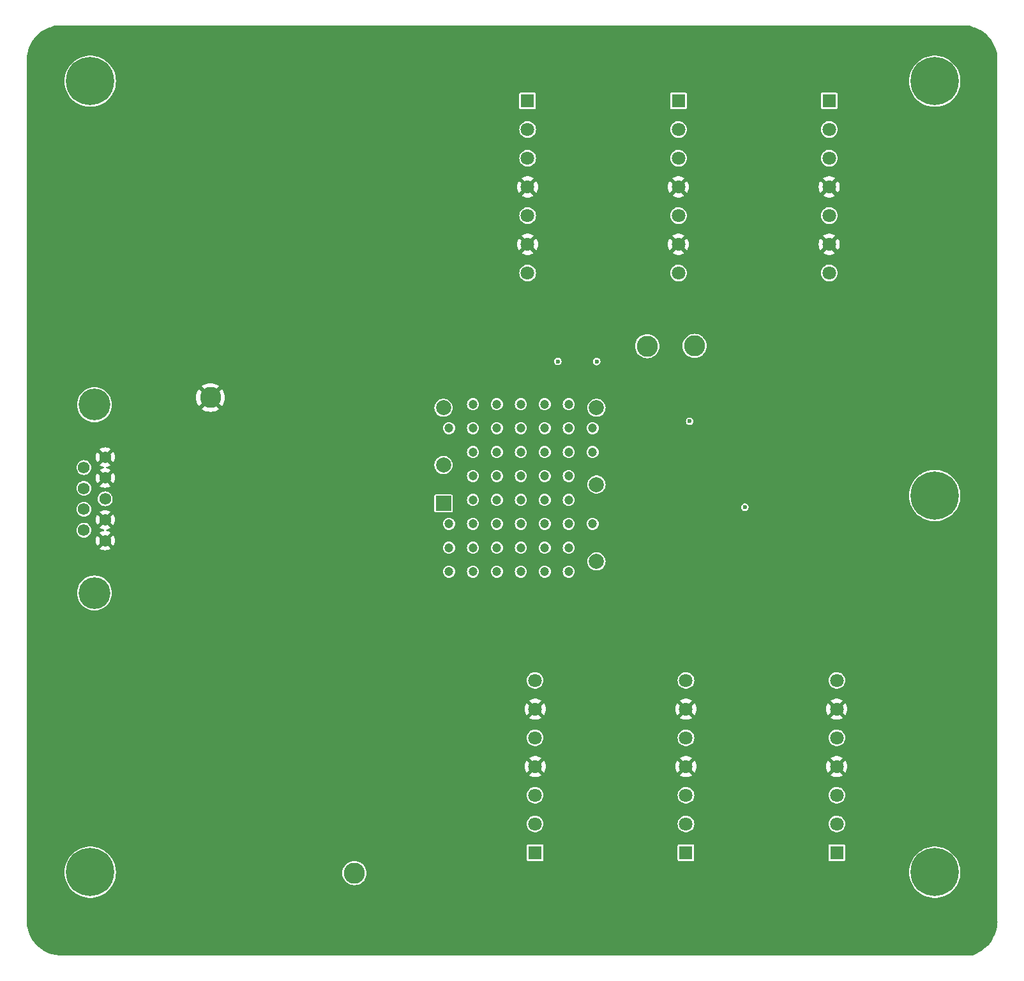
<source format=gbr>
%TF.GenerationSoftware,KiCad,Pcbnew,8.0.6*%
%TF.CreationDate,2025-03-03T14:35:36-05:00*%
%TF.ProjectId,SiPM_Bias_BRD_Telem_PWR,5369504d-5f42-4696-9173-5f4252445f54,rev?*%
%TF.SameCoordinates,Original*%
%TF.FileFunction,Copper,L5,Inr*%
%TF.FilePolarity,Positive*%
%FSLAX46Y46*%
G04 Gerber Fmt 4.6, Leading zero omitted, Abs format (unit mm)*
G04 Created by KiCad (PCBNEW 8.0.6) date 2025-03-03 14:35:36*
%MOMM*%
%LPD*%
G01*
G04 APERTURE LIST*
%TA.AperFunction,ComponentPad*%
%ADD10C,6.400000*%
%TD*%
%TA.AperFunction,ComponentPad*%
%ADD11R,1.800000X1.800000*%
%TD*%
%TA.AperFunction,ComponentPad*%
%ADD12C,1.800000*%
%TD*%
%TA.AperFunction,ComponentPad*%
%ADD13C,2.800000*%
%TD*%
%TA.AperFunction,ComponentPad*%
%ADD14C,1.560000*%
%TD*%
%TA.AperFunction,ComponentPad*%
%ADD15C,4.216000*%
%TD*%
%TA.AperFunction,ComponentPad*%
%ADD16R,2.000000X2.000000*%
%TD*%
%TA.AperFunction,ComponentPad*%
%ADD17C,2.000000*%
%TD*%
%TA.AperFunction,ViaPad*%
%ADD18C,0.600000*%
%TD*%
%TA.AperFunction,ViaPad*%
%ADD19C,1.200000*%
%TD*%
G04 APERTURE END LIST*
D10*
%TO.N,CHASSIS*%
%TO.C,H6*%
X235000000Y-140000000D03*
%TD*%
D11*
%TO.N,/V_P5V_RTN*%
%TO.C,J5*%
X294000000Y-242400000D03*
D12*
%TO.N,/V_P5V*%
X294000000Y-238590000D03*
%TO.N,/V_P5V_RTN*%
X294000000Y-234780000D03*
%TO.N,/V_SEC_RTN*%
X294000000Y-230970000D03*
%TO.N,/V_SEC_IN*%
X294000000Y-227160000D03*
%TO.N,/V_SEC_RTN*%
X294000000Y-223350000D03*
%TO.N,/V_SEC_IN*%
X294000000Y-219540000D03*
%TD*%
D10*
%TO.N,CHASSIS*%
%TO.C,H5*%
X347000000Y-195000000D03*
%TD*%
D11*
%TO.N,/V_P5V_RTN*%
%TO.C,J6*%
X314000000Y-242400000D03*
D12*
%TO.N,/V_P5V*%
X314000000Y-238590000D03*
%TO.N,/V_P5V_RTN*%
X314000000Y-234780000D03*
%TO.N,/V_SEC_RTN*%
X314000000Y-230970000D03*
%TO.N,/V_SEC_IN*%
X314000000Y-227160000D03*
%TO.N,/V_SEC_RTN*%
X314000000Y-223350000D03*
%TO.N,/V_SEC_IN*%
X314000000Y-219540000D03*
%TD*%
D11*
%TO.N,/V_P5V_RTN*%
%TO.C,J2*%
X293000000Y-142600000D03*
D12*
%TO.N,/V_P5V*%
X293000000Y-146410000D03*
%TO.N,/V_P5V_RTN*%
X293000000Y-150220000D03*
%TO.N,/V_SEC_RTN*%
X293000000Y-154030000D03*
%TO.N,/V_SEC_IN*%
X293000000Y-157840000D03*
%TO.N,/V_SEC_RTN*%
X293000000Y-161650000D03*
%TO.N,/V_SEC_IN*%
X293000000Y-165460000D03*
%TD*%
D13*
%TO.N,/V_P5V_RTN*%
%TO.C,P5V_{RTN}*%
X315150000Y-175140000D03*
%TD*%
D14*
%TO.N,/V_SEC_RTN*%
%TO.C,J1*%
X236980000Y-189900000D03*
X236980000Y-192670000D03*
%TO.N,unconnected-(J1-Pad3)*%
X236980000Y-195440000D03*
%TO.N,/V_SEC_RTN*%
X236980000Y-198210000D03*
X236980000Y-200980000D03*
%TO.N,/V_SEC_IN*%
X234140000Y-191285000D03*
X234140000Y-194055000D03*
X234140000Y-196825000D03*
X234140000Y-199595000D03*
D15*
%TO.N,CHASSIS*%
X235560000Y-182940000D03*
X235560000Y-207940000D03*
%TD*%
D10*
%TO.N,CHASSIS*%
%TO.C,H2*%
X347000000Y-245000000D03*
%TD*%
D11*
%TO.N,/V_P5V_RTN*%
%TO.C,J7*%
X334000000Y-242400000D03*
D12*
%TO.N,/V_P5V*%
X334000000Y-238590000D03*
%TO.N,/V_P5V_RTN*%
X334000000Y-234780000D03*
%TO.N,/V_SEC_RTN*%
X334000000Y-230970000D03*
%TO.N,/V_SEC_IN*%
X334000000Y-227160000D03*
%TO.N,/V_SEC_RTN*%
X334000000Y-223350000D03*
%TO.N,/V_SEC_IN*%
X334000000Y-219540000D03*
%TD*%
D10*
%TO.N,CHASSIS*%
%TO.C,H1*%
X235000000Y-245000000D03*
%TD*%
D11*
%TO.N,/V_P5V_RTN*%
%TO.C,J4*%
X333000000Y-142600000D03*
D12*
%TO.N,/V_P5V*%
X333000000Y-146410000D03*
%TO.N,/V_P5V_RTN*%
X333000000Y-150220000D03*
%TO.N,/V_SEC_RTN*%
X333000000Y-154030000D03*
%TO.N,/V_SEC_IN*%
X333000000Y-157840000D03*
%TO.N,/V_SEC_RTN*%
X333000000Y-161650000D03*
%TO.N,/V_SEC_IN*%
X333000000Y-165460000D03*
%TD*%
D13*
%TO.N,/V_SEC_RTN*%
%TO.C,P12V_{RTN}*%
X250930000Y-181990000D03*
%TD*%
%TO.N,/V_P5V*%
%TO.C,P5V*%
X308860000Y-175160000D03*
%TD*%
D16*
%TO.N,/Telem_PWR_Single_Rail/V_POS*%
%TO.C,U1*%
X281837721Y-196043157D03*
D17*
%TO.N,/Telem_PWR_Single_Rail/V_RTN*%
X281837721Y-190943157D03*
%TO.N,/V_P5V*%
X302137721Y-203743157D03*
%TO.N,unconnected-(U1-TRIM-Pad4)*%
X302137721Y-193543157D03*
%TO.N,/V_P5V_RTN*%
X302137721Y-183343157D03*
%TO.N,unconnected-(U1-REMOTE-Pad6)*%
X281837721Y-183343157D03*
%TD*%
D11*
%TO.N,/V_P5V_RTN*%
%TO.C,J3*%
X313000000Y-142600000D03*
D12*
%TO.N,/V_P5V*%
X313000000Y-146410000D03*
%TO.N,/V_P5V_RTN*%
X313000000Y-150220000D03*
%TO.N,/V_SEC_RTN*%
X313000000Y-154030000D03*
%TO.N,/V_SEC_IN*%
X313000000Y-157840000D03*
%TO.N,/V_SEC_RTN*%
X313000000Y-161650000D03*
%TO.N,/V_SEC_IN*%
X313000000Y-165460000D03*
%TD*%
D13*
%TO.N,CHASSIS*%
%TO.C,Chassis*%
X270030000Y-245110000D03*
%TD*%
D10*
%TO.N,CHASSIS*%
%TO.C,H3*%
X347000000Y-140000000D03*
%TD*%
D18*
%TO.N,/V_SEC_RTN*%
X336550000Y-247650000D03*
X245670000Y-190400000D03*
X323850000Y-165100000D03*
X304800000Y-209550000D03*
X273050000Y-152400000D03*
X323850000Y-215900000D03*
X336550000Y-171450000D03*
X317500000Y-209550000D03*
X323850000Y-209550000D03*
X247650000Y-158750000D03*
X323850000Y-177800000D03*
X228600000Y-222250000D03*
X241300000Y-171450000D03*
X285750000Y-215900000D03*
X285750000Y-171450000D03*
X254000000Y-228600000D03*
X311150000Y-171450000D03*
X279400000Y-165100000D03*
X273050000Y-139700000D03*
X323850000Y-190500000D03*
X273050000Y-228600000D03*
X266700000Y-171450000D03*
X266700000Y-158750000D03*
X273050000Y-165100000D03*
X247650000Y-254000000D03*
X273050000Y-158750000D03*
X260350000Y-165100000D03*
X349250000Y-203200000D03*
X349250000Y-152400000D03*
X273050000Y-241300000D03*
X248210000Y-190400000D03*
X323850000Y-184150000D03*
X311150000Y-184150000D03*
X330200000Y-184150000D03*
X241300000Y-228600000D03*
X266700000Y-139700000D03*
X273050000Y-222250000D03*
X241300000Y-177800000D03*
X330200000Y-247650000D03*
X317500000Y-254000000D03*
X273050000Y-234950000D03*
X342900000Y-152400000D03*
X292100000Y-254000000D03*
X349250000Y-171450000D03*
X304800000Y-171450000D03*
X349250000Y-254000000D03*
X336550000Y-254000000D03*
X260350000Y-139700000D03*
X317500000Y-247650000D03*
X266700000Y-247650000D03*
X342900000Y-171450000D03*
X304800000Y-158750000D03*
X246940000Y-191670000D03*
X342900000Y-146050000D03*
X336550000Y-209550000D03*
X279400000Y-209550000D03*
X304800000Y-177800000D03*
X254000000Y-146050000D03*
X247650000Y-184150000D03*
X285750000Y-254000000D03*
X228600000Y-152400000D03*
X311150000Y-254000000D03*
X247650000Y-209550000D03*
X241300000Y-139700000D03*
X292100000Y-215900000D03*
X266700000Y-177800000D03*
X247650000Y-215900000D03*
X330200000Y-190500000D03*
X273050000Y-171450000D03*
X241300000Y-234950000D03*
X241300000Y-165100000D03*
X254000000Y-177800000D03*
X298450000Y-254000000D03*
X266700000Y-152400000D03*
X241300000Y-152400000D03*
X247650000Y-177800000D03*
X247650000Y-234950000D03*
X247650000Y-165100000D03*
X260350000Y-171450000D03*
X273050000Y-215900000D03*
X260350000Y-234950000D03*
X241300000Y-254000000D03*
X330200000Y-177800000D03*
X260350000Y-222250000D03*
X254000000Y-165100000D03*
X298450000Y-209550000D03*
X254000000Y-222250000D03*
X254000000Y-184150000D03*
X266700000Y-165100000D03*
X330200000Y-209550000D03*
X245670000Y-189130000D03*
X254000000Y-209550000D03*
X349250000Y-146050000D03*
X336550000Y-215900000D03*
X342900000Y-203200000D03*
X279400000Y-146050000D03*
X241300000Y-222250000D03*
X349250000Y-241300000D03*
X349250000Y-177800000D03*
X273050000Y-247650000D03*
X342900000Y-209550000D03*
X254000000Y-215900000D03*
X304800000Y-254000000D03*
X279400000Y-254000000D03*
X311150000Y-215900000D03*
X260350000Y-254000000D03*
X254000000Y-247650000D03*
X234950000Y-177800000D03*
X336550000Y-190500000D03*
X241300000Y-184150000D03*
X228600000Y-171450000D03*
X311150000Y-209550000D03*
X323850000Y-196850000D03*
X234950000Y-165100000D03*
X241300000Y-247650000D03*
X279400000Y-171450000D03*
X260350000Y-228600000D03*
X349250000Y-215900000D03*
X266700000Y-241300000D03*
X254000000Y-158750000D03*
X247650000Y-171450000D03*
X323850000Y-203200000D03*
X285750000Y-158750000D03*
X247650000Y-228600000D03*
X285750000Y-139700000D03*
X234950000Y-171450000D03*
X254000000Y-254000000D03*
X247650000Y-222250000D03*
X304800000Y-139700000D03*
X260350000Y-247650000D03*
X336550000Y-184150000D03*
X260350000Y-158750000D03*
X285750000Y-209550000D03*
X285750000Y-152400000D03*
X342900000Y-158750000D03*
X349250000Y-190500000D03*
X342900000Y-165100000D03*
X234950000Y-215900000D03*
X342900000Y-190500000D03*
X349250000Y-234950000D03*
X342900000Y-177800000D03*
X317500000Y-184150000D03*
X273050000Y-177800000D03*
X228600000Y-146050000D03*
X234950000Y-158750000D03*
X279400000Y-152400000D03*
X266700000Y-254000000D03*
X273050000Y-146050000D03*
X254000000Y-234950000D03*
X245670000Y-191670000D03*
X234950000Y-234950000D03*
X330200000Y-203200000D03*
X228600000Y-215900000D03*
X241300000Y-241300000D03*
X317500000Y-177800000D03*
X241300000Y-158750000D03*
X247650000Y-139700000D03*
X241300000Y-209550000D03*
X260350000Y-146050000D03*
X304800000Y-152400000D03*
X323850000Y-171450000D03*
X279400000Y-139700000D03*
X323850000Y-254000000D03*
X234950000Y-222250000D03*
X323850000Y-152400000D03*
X330200000Y-196850000D03*
X330200000Y-215900000D03*
X247650000Y-241300000D03*
X349250000Y-158750000D03*
X260350000Y-215900000D03*
X279400000Y-177800000D03*
X260350000Y-152400000D03*
X311150000Y-177800000D03*
X234950000Y-228600000D03*
X260350000Y-241300000D03*
X247650000Y-152400000D03*
X241300000Y-215900000D03*
X246940000Y-189130000D03*
X248210000Y-191670000D03*
X246940000Y-190400000D03*
X254000000Y-139700000D03*
X342900000Y-254000000D03*
X330200000Y-171450000D03*
X349250000Y-209550000D03*
X323850000Y-139700000D03*
X304800000Y-165100000D03*
X266700000Y-228600000D03*
X228600000Y-158750000D03*
X254000000Y-241300000D03*
X234950000Y-146050000D03*
X247650000Y-247650000D03*
X349250000Y-222250000D03*
X323850000Y-158750000D03*
X273050000Y-254000000D03*
X266700000Y-146050000D03*
X336550000Y-177800000D03*
X311150000Y-247650000D03*
X298450000Y-139700000D03*
X254000000Y-171450000D03*
X285750000Y-165100000D03*
X266700000Y-215900000D03*
X228600000Y-228600000D03*
X247650000Y-146050000D03*
X298450000Y-165100000D03*
X298450000Y-152400000D03*
X285750000Y-177800000D03*
X266700000Y-222250000D03*
X342900000Y-184150000D03*
X336550000Y-203200000D03*
X298450000Y-215900000D03*
X234950000Y-152400000D03*
X292100000Y-177800000D03*
X298450000Y-158750000D03*
X349250000Y-184150000D03*
X292100000Y-209550000D03*
X228600000Y-177800000D03*
X317500000Y-215900000D03*
X228600000Y-165100000D03*
X241300000Y-146050000D03*
X349250000Y-228600000D03*
X304800000Y-215900000D03*
X228600000Y-234950000D03*
X266700000Y-234950000D03*
X279400000Y-158750000D03*
X248210000Y-189130000D03*
X317500000Y-171450000D03*
X349250000Y-165100000D03*
X279400000Y-215900000D03*
X330200000Y-254000000D03*
X254000000Y-152400000D03*
D19*
%TO.N,CHASSIS*%
X292100000Y-182880000D03*
X301625000Y-186055000D03*
X298450000Y-192405000D03*
X282575000Y-198755000D03*
X295275000Y-192405000D03*
X292100000Y-195580000D03*
X298450000Y-182880000D03*
X292100000Y-192405000D03*
X288925000Y-195580000D03*
X292100000Y-189230000D03*
D18*
X297000221Y-177193157D03*
D19*
X295275000Y-198755000D03*
X295275000Y-189230000D03*
X292100000Y-205105000D03*
X295275000Y-205105000D03*
X298450000Y-189230000D03*
X285750000Y-201930000D03*
X288925000Y-198755000D03*
X285750000Y-198755000D03*
X292100000Y-186055000D03*
X282575000Y-205105000D03*
X288925000Y-182880000D03*
X288925000Y-192405000D03*
X298450000Y-195580000D03*
X285750000Y-205105000D03*
X288925000Y-189230000D03*
X298450000Y-186055000D03*
X295275000Y-195580000D03*
X285750000Y-192405000D03*
X282575000Y-186055000D03*
X292100000Y-198755000D03*
X295275000Y-182880000D03*
X288925000Y-186055000D03*
X298450000Y-205105000D03*
X288925000Y-205105000D03*
X301625000Y-198755000D03*
X285750000Y-182880000D03*
X298450000Y-201930000D03*
X295275000Y-201930000D03*
X298450000Y-198755000D03*
X292100000Y-201930000D03*
X288925000Y-201930000D03*
X285750000Y-186055000D03*
X285750000Y-195580000D03*
X282575000Y-201930000D03*
X301625000Y-189230000D03*
X285750000Y-189230000D03*
X295275000Y-186055000D03*
D18*
%TO.N,/V_P5V_RTN*%
X302150221Y-177203157D03*
X314490000Y-185142500D03*
X321800000Y-196540000D03*
%TD*%
%TA.AperFunction,Conductor*%
%TO.N,/V_SEC_RTN*%
G36*
X350740600Y-132580618D02*
G01*
X350753717Y-132581190D01*
X351131640Y-132597690D01*
X351142377Y-132598630D01*
X351527760Y-132649367D01*
X351538388Y-132651240D01*
X351917888Y-132735373D01*
X351928308Y-132738165D01*
X352299020Y-132855050D01*
X352309178Y-132858747D01*
X352668286Y-133007495D01*
X352678078Y-133012061D01*
X353022864Y-133191545D01*
X353032204Y-133196938D01*
X353302332Y-133369029D01*
X353360021Y-133405781D01*
X353368882Y-133411985D01*
X353677252Y-133648605D01*
X353685539Y-133655559D01*
X353972103Y-133918146D01*
X353979752Y-133925795D01*
X354242339Y-134212359D01*
X354249293Y-134220646D01*
X354485913Y-134529015D01*
X354492117Y-134537876D01*
X354700952Y-134865679D01*
X354706361Y-134875047D01*
X354885834Y-135219813D01*
X354890406Y-135229617D01*
X355039150Y-135588717D01*
X355042850Y-135598883D01*
X355159727Y-135969570D01*
X355162527Y-135980018D01*
X355246656Y-136359498D01*
X355248534Y-136370151D01*
X355299267Y-136755499D01*
X355300210Y-136766276D01*
X355317280Y-137157251D01*
X355317398Y-137162660D01*
X355317398Y-251525891D01*
X355318230Y-251532212D01*
X355319177Y-251553680D01*
X355305941Y-251863868D01*
X355305041Y-251874403D01*
X355254139Y-252270106D01*
X355252344Y-252280525D01*
X355167921Y-252670444D01*
X355165245Y-252680672D01*
X355047917Y-253061972D01*
X355044380Y-253071936D01*
X354894989Y-253441871D01*
X354890616Y-253451496D01*
X354710259Y-253807356D01*
X354705081Y-253816575D01*
X354495063Y-254155778D01*
X354489119Y-254164521D01*
X354250978Y-254484591D01*
X354244311Y-254492797D01*
X353979761Y-254791426D01*
X353972420Y-254799034D01*
X353683398Y-255074037D01*
X353675434Y-255080992D01*
X353364033Y-255330377D01*
X353355507Y-255336628D01*
X353023987Y-255558585D01*
X353014958Y-255564087D01*
X352665747Y-255756989D01*
X352656283Y-255761702D01*
X352291909Y-255924155D01*
X352282078Y-255928044D01*
X351980742Y-256032642D01*
X351940080Y-256039499D01*
X350454108Y-256039500D01*
X231142706Y-256039500D01*
X231137297Y-256039382D01*
X230746276Y-256022310D01*
X230735501Y-256021367D01*
X230646792Y-256009688D01*
X230350151Y-255970634D01*
X230339498Y-255968756D01*
X229960021Y-255884628D01*
X229949572Y-255881828D01*
X229578879Y-255764949D01*
X229568714Y-255761249D01*
X229564607Y-255759548D01*
X229439825Y-255707861D01*
X229209618Y-255612507D01*
X229199814Y-255607935D01*
X228855057Y-255428465D01*
X228845689Y-255423057D01*
X228517869Y-255214213D01*
X228509008Y-255208008D01*
X228200646Y-254971394D01*
X228192359Y-254964440D01*
X227905795Y-254701853D01*
X227898146Y-254694204D01*
X227635559Y-254407640D01*
X227628605Y-254399353D01*
X227391991Y-254090991D01*
X227385786Y-254082130D01*
X227176942Y-253754310D01*
X227171534Y-253744942D01*
X227016318Y-253446776D01*
X226992061Y-253400178D01*
X226987492Y-253390381D01*
X226838744Y-253031270D01*
X226835055Y-253021135D01*
X226718168Y-252650416D01*
X226715374Y-252639990D01*
X226631241Y-252260493D01*
X226629365Y-252249848D01*
X226616881Y-252155023D01*
X226578630Y-251864477D01*
X226577690Y-251853742D01*
X226560618Y-251462701D01*
X226560500Y-251457293D01*
X226560500Y-244999997D01*
X231594506Y-244999997D01*
X231594506Y-245000002D01*
X231614469Y-245368196D01*
X231614470Y-245368213D01*
X231674122Y-245732068D01*
X231674128Y-245732094D01*
X231772768Y-246087365D01*
X231772770Y-246087371D01*
X231909255Y-246429926D01*
X231909261Y-246429938D01*
X232081973Y-246755708D01*
X232081976Y-246755713D01*
X232081978Y-246755716D01*
X232288910Y-247060917D01*
X232527627Y-247341956D01*
X232795330Y-247595538D01*
X233088881Y-247818690D01*
X233404838Y-248008795D01*
X233404840Y-248008796D01*
X233404842Y-248008797D01*
X233404846Y-248008799D01*
X233739486Y-248163620D01*
X233739497Y-248163625D01*
X234088934Y-248281364D01*
X234449052Y-248360632D01*
X234815630Y-248400500D01*
X234815636Y-248400500D01*
X235184364Y-248400500D01*
X235184370Y-248400500D01*
X235550948Y-248360632D01*
X235911066Y-248281364D01*
X236260503Y-248163625D01*
X236595162Y-248008795D01*
X236911119Y-247818690D01*
X237204670Y-247595538D01*
X237472373Y-247341956D01*
X237711090Y-247060917D01*
X237918022Y-246755716D01*
X238090743Y-246429930D01*
X238227227Y-246087379D01*
X238325875Y-245732081D01*
X238385531Y-245368199D01*
X238399530Y-245110000D01*
X268424551Y-245110000D01*
X268444317Y-245361151D01*
X268503126Y-245606110D01*
X268599533Y-245838859D01*
X268731160Y-246053653D01*
X268731161Y-246053656D01*
X268786604Y-246118571D01*
X268894776Y-246245224D01*
X269043066Y-246371875D01*
X269086343Y-246408838D01*
X269086346Y-246408839D01*
X269301140Y-246540466D01*
X269533889Y-246636873D01*
X269778852Y-246695683D01*
X270030000Y-246715449D01*
X270281148Y-246695683D01*
X270526111Y-246636873D01*
X270758859Y-246540466D01*
X270973659Y-246408836D01*
X271165224Y-246245224D01*
X271328836Y-246053659D01*
X271460466Y-245838859D01*
X271556873Y-245606111D01*
X271615683Y-245361148D01*
X271635449Y-245110000D01*
X271626791Y-244999997D01*
X343594506Y-244999997D01*
X343594506Y-245000002D01*
X343614469Y-245368196D01*
X343614470Y-245368213D01*
X343674122Y-245732068D01*
X343674128Y-245732094D01*
X343772768Y-246087365D01*
X343772770Y-246087371D01*
X343909255Y-246429926D01*
X343909261Y-246429938D01*
X344081973Y-246755708D01*
X344081976Y-246755713D01*
X344081978Y-246755716D01*
X344288910Y-247060917D01*
X344527627Y-247341956D01*
X344795330Y-247595538D01*
X345088881Y-247818690D01*
X345404838Y-248008795D01*
X345404840Y-248008796D01*
X345404842Y-248008797D01*
X345404846Y-248008799D01*
X345739486Y-248163620D01*
X345739497Y-248163625D01*
X346088934Y-248281364D01*
X346449052Y-248360632D01*
X346815630Y-248400500D01*
X346815636Y-248400500D01*
X347184364Y-248400500D01*
X347184370Y-248400500D01*
X347550948Y-248360632D01*
X347911066Y-248281364D01*
X348260503Y-248163625D01*
X348595162Y-248008795D01*
X348911119Y-247818690D01*
X349204670Y-247595538D01*
X349472373Y-247341956D01*
X349711090Y-247060917D01*
X349918022Y-246755716D01*
X350090743Y-246429930D01*
X350227227Y-246087379D01*
X350325875Y-245732081D01*
X350385531Y-245368199D01*
X350405494Y-245000000D01*
X350385531Y-244631801D01*
X350382594Y-244613889D01*
X350325877Y-244267931D01*
X350325876Y-244267930D01*
X350325875Y-244267919D01*
X350297672Y-244166341D01*
X350227231Y-243912634D01*
X350227229Y-243912628D01*
X350227228Y-243912627D01*
X350227227Y-243912621D01*
X350090743Y-243570070D01*
X349918022Y-243244284D01*
X349711090Y-242939083D01*
X349472373Y-242658044D01*
X349204670Y-242404462D01*
X348911119Y-242181310D01*
X348595162Y-241991205D01*
X348595161Y-241991204D01*
X348595157Y-241991202D01*
X348595153Y-241991200D01*
X348260513Y-241836379D01*
X348260508Y-241836377D01*
X348260503Y-241836375D01*
X348090172Y-241778983D01*
X347911065Y-241718635D01*
X347550946Y-241639367D01*
X347184371Y-241599500D01*
X347184370Y-241599500D01*
X346815630Y-241599500D01*
X346815628Y-241599500D01*
X346449053Y-241639367D01*
X346088934Y-241718635D01*
X345818812Y-241809650D01*
X345739497Y-241836375D01*
X345739494Y-241836376D01*
X345739486Y-241836379D01*
X345404846Y-241991200D01*
X345404842Y-241991202D01*
X345169538Y-242132779D01*
X345088881Y-242181310D01*
X344988410Y-242257685D01*
X344795330Y-242404461D01*
X344795330Y-242404462D01*
X344527626Y-242658044D01*
X344288909Y-242939083D01*
X344081979Y-243244282D01*
X344081973Y-243244291D01*
X343909261Y-243570061D01*
X343909255Y-243570073D01*
X343772770Y-243912628D01*
X343772768Y-243912634D01*
X343674128Y-244267905D01*
X343674122Y-244267931D01*
X343614470Y-244631786D01*
X343614469Y-244631803D01*
X343594506Y-244999997D01*
X271626791Y-244999997D01*
X271615683Y-244858852D01*
X271556873Y-244613889D01*
X271460466Y-244381141D01*
X271460466Y-244381140D01*
X271328839Y-244166346D01*
X271328838Y-244166343D01*
X271291875Y-244123066D01*
X271165224Y-243974776D01*
X271038571Y-243866604D01*
X270973656Y-243811161D01*
X270973653Y-243811160D01*
X270758859Y-243679533D01*
X270526110Y-243583126D01*
X270281151Y-243524317D01*
X270030000Y-243504551D01*
X269778848Y-243524317D01*
X269533889Y-243583126D01*
X269301140Y-243679533D01*
X269086346Y-243811160D01*
X269086343Y-243811161D01*
X268894776Y-243974776D01*
X268731161Y-244166343D01*
X268731160Y-244166346D01*
X268599533Y-244381140D01*
X268503126Y-244613889D01*
X268444317Y-244858848D01*
X268424551Y-245110000D01*
X238399530Y-245110000D01*
X238405494Y-245000000D01*
X238385531Y-244631801D01*
X238382594Y-244613889D01*
X238325877Y-244267931D01*
X238325876Y-244267930D01*
X238325875Y-244267919D01*
X238297672Y-244166341D01*
X238227231Y-243912634D01*
X238227229Y-243912628D01*
X238227228Y-243912627D01*
X238227227Y-243912621D01*
X238090743Y-243570070D01*
X237918022Y-243244284D01*
X237711090Y-242939083D01*
X237472373Y-242658044D01*
X237204670Y-242404462D01*
X236911119Y-242181310D01*
X236595162Y-241991205D01*
X236595161Y-241991204D01*
X236595157Y-241991202D01*
X236595153Y-241991200D01*
X236260513Y-241836379D01*
X236260508Y-241836377D01*
X236260503Y-241836375D01*
X236090172Y-241778983D01*
X235911065Y-241718635D01*
X235550946Y-241639367D01*
X235184371Y-241599500D01*
X235184370Y-241599500D01*
X234815630Y-241599500D01*
X234815628Y-241599500D01*
X234449053Y-241639367D01*
X234088934Y-241718635D01*
X233818812Y-241809650D01*
X233739497Y-241836375D01*
X233739494Y-241836376D01*
X233739486Y-241836379D01*
X233404846Y-241991200D01*
X233404842Y-241991202D01*
X233169538Y-242132779D01*
X233088881Y-242181310D01*
X232988410Y-242257685D01*
X232795330Y-242404461D01*
X232795330Y-242404462D01*
X232527626Y-242658044D01*
X232288909Y-242939083D01*
X232081979Y-243244282D01*
X232081973Y-243244291D01*
X231909261Y-243570061D01*
X231909255Y-243570073D01*
X231772770Y-243912628D01*
X231772768Y-243912634D01*
X231674128Y-244267905D01*
X231674122Y-244267931D01*
X231614470Y-244631786D01*
X231614469Y-244631803D01*
X231594506Y-244999997D01*
X226560500Y-244999997D01*
X226560500Y-241480247D01*
X292899500Y-241480247D01*
X292899500Y-243319752D01*
X292911131Y-243378229D01*
X292911132Y-243378230D01*
X292955447Y-243444552D01*
X293021769Y-243488867D01*
X293021770Y-243488868D01*
X293080247Y-243500499D01*
X293080250Y-243500500D01*
X293080252Y-243500500D01*
X294919750Y-243500500D01*
X294919751Y-243500499D01*
X294934568Y-243497552D01*
X294978229Y-243488868D01*
X294978229Y-243488867D01*
X294978231Y-243488867D01*
X295044552Y-243444552D01*
X295088867Y-243378231D01*
X295088867Y-243378229D01*
X295088868Y-243378229D01*
X295100499Y-243319752D01*
X295100500Y-243319750D01*
X295100500Y-241480249D01*
X295100499Y-241480247D01*
X312899500Y-241480247D01*
X312899500Y-243319752D01*
X312911131Y-243378229D01*
X312911132Y-243378230D01*
X312955447Y-243444552D01*
X313021769Y-243488867D01*
X313021770Y-243488868D01*
X313080247Y-243500499D01*
X313080250Y-243500500D01*
X313080252Y-243500500D01*
X314919750Y-243500500D01*
X314919751Y-243500499D01*
X314934568Y-243497552D01*
X314978229Y-243488868D01*
X314978229Y-243488867D01*
X314978231Y-243488867D01*
X315044552Y-243444552D01*
X315088867Y-243378231D01*
X315088867Y-243378229D01*
X315088868Y-243378229D01*
X315100499Y-243319752D01*
X315100500Y-243319750D01*
X315100500Y-241480249D01*
X315100499Y-241480247D01*
X332899500Y-241480247D01*
X332899500Y-243319752D01*
X332911131Y-243378229D01*
X332911132Y-243378230D01*
X332955447Y-243444552D01*
X333021769Y-243488867D01*
X333021770Y-243488868D01*
X333080247Y-243500499D01*
X333080250Y-243500500D01*
X333080252Y-243500500D01*
X334919750Y-243500500D01*
X334919751Y-243500499D01*
X334934568Y-243497552D01*
X334978229Y-243488868D01*
X334978229Y-243488867D01*
X334978231Y-243488867D01*
X335044552Y-243444552D01*
X335088867Y-243378231D01*
X335088867Y-243378229D01*
X335088868Y-243378229D01*
X335100499Y-243319752D01*
X335100500Y-243319750D01*
X335100500Y-241480249D01*
X335100499Y-241480247D01*
X335088868Y-241421770D01*
X335088867Y-241421769D01*
X335044552Y-241355447D01*
X334978230Y-241311132D01*
X334978229Y-241311131D01*
X334919752Y-241299500D01*
X334919748Y-241299500D01*
X333080252Y-241299500D01*
X333080247Y-241299500D01*
X333021770Y-241311131D01*
X333021769Y-241311132D01*
X332955447Y-241355447D01*
X332911132Y-241421769D01*
X332911131Y-241421770D01*
X332899500Y-241480247D01*
X315100499Y-241480247D01*
X315088868Y-241421770D01*
X315088867Y-241421769D01*
X315044552Y-241355447D01*
X314978230Y-241311132D01*
X314978229Y-241311131D01*
X314919752Y-241299500D01*
X314919748Y-241299500D01*
X313080252Y-241299500D01*
X313080247Y-241299500D01*
X313021770Y-241311131D01*
X313021769Y-241311132D01*
X312955447Y-241355447D01*
X312911132Y-241421769D01*
X312911131Y-241421770D01*
X312899500Y-241480247D01*
X295100499Y-241480247D01*
X295088868Y-241421770D01*
X295088867Y-241421769D01*
X295044552Y-241355447D01*
X294978230Y-241311132D01*
X294978229Y-241311131D01*
X294919752Y-241299500D01*
X294919748Y-241299500D01*
X293080252Y-241299500D01*
X293080247Y-241299500D01*
X293021770Y-241311131D01*
X293021769Y-241311132D01*
X292955447Y-241355447D01*
X292911132Y-241421769D01*
X292911131Y-241421770D01*
X292899500Y-241480247D01*
X226560500Y-241480247D01*
X226560500Y-238589999D01*
X292894785Y-238589999D01*
X292894785Y-238590000D01*
X292913602Y-238793082D01*
X292969417Y-238989247D01*
X292969422Y-238989260D01*
X293060327Y-239171821D01*
X293183237Y-239334581D01*
X293333958Y-239471980D01*
X293333960Y-239471982D01*
X293433141Y-239533392D01*
X293507363Y-239579348D01*
X293697544Y-239653024D01*
X293898024Y-239690500D01*
X293898026Y-239690500D01*
X294101974Y-239690500D01*
X294101976Y-239690500D01*
X294302456Y-239653024D01*
X294492637Y-239579348D01*
X294666041Y-239471981D01*
X294816764Y-239334579D01*
X294939673Y-239171821D01*
X295030582Y-238989250D01*
X295086397Y-238793083D01*
X295105215Y-238590000D01*
X295105215Y-238589999D01*
X312894785Y-238589999D01*
X312894785Y-238590000D01*
X312913602Y-238793082D01*
X312969417Y-238989247D01*
X312969422Y-238989260D01*
X313060327Y-239171821D01*
X313183237Y-239334581D01*
X313333958Y-239471980D01*
X313333960Y-239471982D01*
X313433141Y-239533392D01*
X313507363Y-239579348D01*
X313697544Y-239653024D01*
X313898024Y-239690500D01*
X313898026Y-239690500D01*
X314101974Y-239690500D01*
X314101976Y-239690500D01*
X314302456Y-239653024D01*
X314492637Y-239579348D01*
X314666041Y-239471981D01*
X314816764Y-239334579D01*
X314939673Y-239171821D01*
X315030582Y-238989250D01*
X315086397Y-238793083D01*
X315105215Y-238590000D01*
X315105215Y-238589999D01*
X332894785Y-238589999D01*
X332894785Y-238590000D01*
X332913602Y-238793082D01*
X332969417Y-238989247D01*
X332969422Y-238989260D01*
X333060327Y-239171821D01*
X333183237Y-239334581D01*
X333333958Y-239471980D01*
X333333960Y-239471982D01*
X333433141Y-239533392D01*
X333507363Y-239579348D01*
X333697544Y-239653024D01*
X333898024Y-239690500D01*
X333898026Y-239690500D01*
X334101974Y-239690500D01*
X334101976Y-239690500D01*
X334302456Y-239653024D01*
X334492637Y-239579348D01*
X334666041Y-239471981D01*
X334816764Y-239334579D01*
X334939673Y-239171821D01*
X335030582Y-238989250D01*
X335086397Y-238793083D01*
X335105215Y-238590000D01*
X335086397Y-238386917D01*
X335030582Y-238190750D01*
X334939673Y-238008179D01*
X334816764Y-237845421D01*
X334816762Y-237845418D01*
X334666041Y-237708019D01*
X334666039Y-237708017D01*
X334492642Y-237600655D01*
X334492635Y-237600651D01*
X334397546Y-237563814D01*
X334302456Y-237526976D01*
X334101976Y-237489500D01*
X333898024Y-237489500D01*
X333697544Y-237526976D01*
X333697541Y-237526976D01*
X333697541Y-237526977D01*
X333507364Y-237600651D01*
X333507357Y-237600655D01*
X333333960Y-237708017D01*
X333333958Y-237708019D01*
X333183237Y-237845418D01*
X333060327Y-238008178D01*
X332969422Y-238190739D01*
X332969417Y-238190752D01*
X332913602Y-238386917D01*
X332894785Y-238589999D01*
X315105215Y-238589999D01*
X315086397Y-238386917D01*
X315030582Y-238190750D01*
X314939673Y-238008179D01*
X314816764Y-237845421D01*
X314816762Y-237845418D01*
X314666041Y-237708019D01*
X314666039Y-237708017D01*
X314492642Y-237600655D01*
X314492635Y-237600651D01*
X314397546Y-237563814D01*
X314302456Y-237526976D01*
X314101976Y-237489500D01*
X313898024Y-237489500D01*
X313697544Y-237526976D01*
X313697541Y-237526976D01*
X313697541Y-237526977D01*
X313507364Y-237600651D01*
X313507357Y-237600655D01*
X313333960Y-237708017D01*
X313333958Y-237708019D01*
X313183237Y-237845418D01*
X313060327Y-238008178D01*
X312969422Y-238190739D01*
X312969417Y-238190752D01*
X312913602Y-238386917D01*
X312894785Y-238589999D01*
X295105215Y-238589999D01*
X295086397Y-238386917D01*
X295030582Y-238190750D01*
X294939673Y-238008179D01*
X294816764Y-237845421D01*
X294816762Y-237845418D01*
X294666041Y-237708019D01*
X294666039Y-237708017D01*
X294492642Y-237600655D01*
X294492635Y-237600651D01*
X294397546Y-237563814D01*
X294302456Y-237526976D01*
X294101976Y-237489500D01*
X293898024Y-237489500D01*
X293697544Y-237526976D01*
X293697541Y-237526976D01*
X293697541Y-237526977D01*
X293507364Y-237600651D01*
X293507357Y-237600655D01*
X293333960Y-237708017D01*
X293333958Y-237708019D01*
X293183237Y-237845418D01*
X293060327Y-238008178D01*
X292969422Y-238190739D01*
X292969417Y-238190752D01*
X292913602Y-238386917D01*
X292894785Y-238589999D01*
X226560500Y-238589999D01*
X226560500Y-234779999D01*
X292894785Y-234779999D01*
X292894785Y-234780000D01*
X292913602Y-234983082D01*
X292969417Y-235179247D01*
X292969422Y-235179260D01*
X293060327Y-235361821D01*
X293183237Y-235524581D01*
X293333958Y-235661980D01*
X293333960Y-235661982D01*
X293433141Y-235723392D01*
X293507363Y-235769348D01*
X293697544Y-235843024D01*
X293898024Y-235880500D01*
X293898026Y-235880500D01*
X294101974Y-235880500D01*
X294101976Y-235880500D01*
X294302456Y-235843024D01*
X294492637Y-235769348D01*
X294666041Y-235661981D01*
X294816764Y-235524579D01*
X294939673Y-235361821D01*
X295030582Y-235179250D01*
X295086397Y-234983083D01*
X295105215Y-234780000D01*
X295105215Y-234779999D01*
X312894785Y-234779999D01*
X312894785Y-234780000D01*
X312913602Y-234983082D01*
X312969417Y-235179247D01*
X312969422Y-235179260D01*
X313060327Y-235361821D01*
X313183237Y-235524581D01*
X313333958Y-235661980D01*
X313333960Y-235661982D01*
X313433141Y-235723392D01*
X313507363Y-235769348D01*
X313697544Y-235843024D01*
X313898024Y-235880500D01*
X313898026Y-235880500D01*
X314101974Y-235880500D01*
X314101976Y-235880500D01*
X314302456Y-235843024D01*
X314492637Y-235769348D01*
X314666041Y-235661981D01*
X314816764Y-235524579D01*
X314939673Y-235361821D01*
X315030582Y-235179250D01*
X315086397Y-234983083D01*
X315105215Y-234780000D01*
X315105215Y-234779999D01*
X332894785Y-234779999D01*
X332894785Y-234780000D01*
X332913602Y-234983082D01*
X332969417Y-235179247D01*
X332969422Y-235179260D01*
X333060327Y-235361821D01*
X333183237Y-235524581D01*
X333333958Y-235661980D01*
X333333960Y-235661982D01*
X333433141Y-235723392D01*
X333507363Y-235769348D01*
X333697544Y-235843024D01*
X333898024Y-235880500D01*
X333898026Y-235880500D01*
X334101974Y-235880500D01*
X334101976Y-235880500D01*
X334302456Y-235843024D01*
X334492637Y-235769348D01*
X334666041Y-235661981D01*
X334816764Y-235524579D01*
X334939673Y-235361821D01*
X335030582Y-235179250D01*
X335086397Y-234983083D01*
X335105215Y-234780000D01*
X335086397Y-234576917D01*
X335030582Y-234380750D01*
X334939673Y-234198179D01*
X334816764Y-234035421D01*
X334816762Y-234035418D01*
X334666041Y-233898019D01*
X334666039Y-233898017D01*
X334492642Y-233790655D01*
X334492635Y-233790651D01*
X334397546Y-233753814D01*
X334302456Y-233716976D01*
X334101976Y-233679500D01*
X333898024Y-233679500D01*
X333697544Y-233716976D01*
X333697541Y-233716976D01*
X333697541Y-233716977D01*
X333507364Y-233790651D01*
X333507357Y-233790655D01*
X333333960Y-233898017D01*
X333333958Y-233898019D01*
X333183237Y-234035418D01*
X333060327Y-234198178D01*
X332969422Y-234380739D01*
X332969417Y-234380752D01*
X332913602Y-234576917D01*
X332894785Y-234779999D01*
X315105215Y-234779999D01*
X315086397Y-234576917D01*
X315030582Y-234380750D01*
X314939673Y-234198179D01*
X314816764Y-234035421D01*
X314816762Y-234035418D01*
X314666041Y-233898019D01*
X314666039Y-233898017D01*
X314492642Y-233790655D01*
X314492635Y-233790651D01*
X314397546Y-233753814D01*
X314302456Y-233716976D01*
X314101976Y-233679500D01*
X313898024Y-233679500D01*
X313697544Y-233716976D01*
X313697541Y-233716976D01*
X313697541Y-233716977D01*
X313507364Y-233790651D01*
X313507357Y-233790655D01*
X313333960Y-233898017D01*
X313333958Y-233898019D01*
X313183237Y-234035418D01*
X313060327Y-234198178D01*
X312969422Y-234380739D01*
X312969417Y-234380752D01*
X312913602Y-234576917D01*
X312894785Y-234779999D01*
X295105215Y-234779999D01*
X295086397Y-234576917D01*
X295030582Y-234380750D01*
X294939673Y-234198179D01*
X294816764Y-234035421D01*
X294816762Y-234035418D01*
X294666041Y-233898019D01*
X294666039Y-233898017D01*
X294492642Y-233790655D01*
X294492635Y-233790651D01*
X294397546Y-233753814D01*
X294302456Y-233716976D01*
X294101976Y-233679500D01*
X293898024Y-233679500D01*
X293697544Y-233716976D01*
X293697541Y-233716976D01*
X293697541Y-233716977D01*
X293507364Y-233790651D01*
X293507357Y-233790655D01*
X293333960Y-233898017D01*
X293333958Y-233898019D01*
X293183237Y-234035418D01*
X293060327Y-234198178D01*
X292969422Y-234380739D01*
X292969417Y-234380752D01*
X292913602Y-234576917D01*
X292894785Y-234779999D01*
X226560500Y-234779999D01*
X226560500Y-230969994D01*
X292595202Y-230969994D01*
X292595202Y-230970005D01*
X292614361Y-231201218D01*
X292671317Y-231426135D01*
X292764515Y-231638606D01*
X292848812Y-231767633D01*
X293435387Y-231181058D01*
X293440889Y-231201591D01*
X293519881Y-231338408D01*
X293631592Y-231450119D01*
X293768409Y-231529111D01*
X293788940Y-231534612D01*
X293201201Y-232122351D01*
X293231649Y-232146050D01*
X293435697Y-232256476D01*
X293435706Y-232256479D01*
X293655139Y-232331811D01*
X293883993Y-232370000D01*
X294116007Y-232370000D01*
X294344860Y-232331811D01*
X294564293Y-232256479D01*
X294564301Y-232256476D01*
X294768355Y-232146047D01*
X294798797Y-232122351D01*
X294798798Y-232122350D01*
X294211060Y-231534612D01*
X294231591Y-231529111D01*
X294368408Y-231450119D01*
X294480119Y-231338408D01*
X294559111Y-231201591D01*
X294564612Y-231181059D01*
X295151186Y-231767633D01*
X295235482Y-231638611D01*
X295328682Y-231426135D01*
X295385638Y-231201218D01*
X295404798Y-230970005D01*
X295404798Y-230969994D01*
X312595202Y-230969994D01*
X312595202Y-230970005D01*
X312614361Y-231201218D01*
X312671317Y-231426135D01*
X312764515Y-231638606D01*
X312848812Y-231767633D01*
X313435387Y-231181058D01*
X313440889Y-231201591D01*
X313519881Y-231338408D01*
X313631592Y-231450119D01*
X313768409Y-231529111D01*
X313788940Y-231534612D01*
X313201201Y-232122351D01*
X313231649Y-232146050D01*
X313435697Y-232256476D01*
X313435706Y-232256479D01*
X313655139Y-232331811D01*
X313883993Y-232370000D01*
X314116007Y-232370000D01*
X314344860Y-232331811D01*
X314564293Y-232256479D01*
X314564301Y-232256476D01*
X314768355Y-232146047D01*
X314798797Y-232122351D01*
X314798798Y-232122350D01*
X314211060Y-231534612D01*
X314231591Y-231529111D01*
X314368408Y-231450119D01*
X314480119Y-231338408D01*
X314559111Y-231201591D01*
X314564612Y-231181059D01*
X315151186Y-231767633D01*
X315235482Y-231638611D01*
X315328682Y-231426135D01*
X315385638Y-231201218D01*
X315404798Y-230970005D01*
X315404798Y-230969994D01*
X332595202Y-230969994D01*
X332595202Y-230970005D01*
X332614361Y-231201218D01*
X332671317Y-231426135D01*
X332764515Y-231638606D01*
X332848812Y-231767633D01*
X333435387Y-231181058D01*
X333440889Y-231201591D01*
X333519881Y-231338408D01*
X333631592Y-231450119D01*
X333768409Y-231529111D01*
X333788940Y-231534612D01*
X333201201Y-232122351D01*
X333231649Y-232146050D01*
X333435697Y-232256476D01*
X333435706Y-232256479D01*
X333655139Y-232331811D01*
X333883993Y-232370000D01*
X334116007Y-232370000D01*
X334344860Y-232331811D01*
X334564293Y-232256479D01*
X334564301Y-232256476D01*
X334768355Y-232146047D01*
X334798797Y-232122351D01*
X334798798Y-232122350D01*
X334211060Y-231534612D01*
X334231591Y-231529111D01*
X334368408Y-231450119D01*
X334480119Y-231338408D01*
X334559111Y-231201591D01*
X334564612Y-231181059D01*
X335151186Y-231767633D01*
X335235482Y-231638611D01*
X335328682Y-231426135D01*
X335385638Y-231201218D01*
X335404798Y-230970005D01*
X335404798Y-230969994D01*
X335385638Y-230738781D01*
X335328682Y-230513864D01*
X335235484Y-230301393D01*
X335151186Y-230172365D01*
X334564612Y-230758939D01*
X334559111Y-230738409D01*
X334480119Y-230601592D01*
X334368408Y-230489881D01*
X334231591Y-230410889D01*
X334211058Y-230405387D01*
X334798797Y-229817647D01*
X334798797Y-229817645D01*
X334768360Y-229793955D01*
X334768354Y-229793951D01*
X334564302Y-229683523D01*
X334564293Y-229683520D01*
X334344860Y-229608188D01*
X334116007Y-229570000D01*
X333883993Y-229570000D01*
X333655139Y-229608188D01*
X333435706Y-229683520D01*
X333435697Y-229683523D01*
X333231650Y-229793949D01*
X333201200Y-229817647D01*
X333788941Y-230405387D01*
X333768409Y-230410889D01*
X333631592Y-230489881D01*
X333519881Y-230601592D01*
X333440889Y-230738409D01*
X333435387Y-230758941D01*
X332848811Y-230172365D01*
X332764516Y-230301390D01*
X332671317Y-230513864D01*
X332614361Y-230738781D01*
X332595202Y-230969994D01*
X315404798Y-230969994D01*
X315385638Y-230738781D01*
X315328682Y-230513864D01*
X315235484Y-230301393D01*
X315151186Y-230172365D01*
X314564612Y-230758939D01*
X314559111Y-230738409D01*
X314480119Y-230601592D01*
X314368408Y-230489881D01*
X314231591Y-230410889D01*
X314211058Y-230405387D01*
X314798797Y-229817647D01*
X314798797Y-229817645D01*
X314768360Y-229793955D01*
X314768354Y-229793951D01*
X314564302Y-229683523D01*
X314564293Y-229683520D01*
X314344860Y-229608188D01*
X314116007Y-229570000D01*
X313883993Y-229570000D01*
X313655139Y-229608188D01*
X313435706Y-229683520D01*
X313435697Y-229683523D01*
X313231650Y-229793949D01*
X313201200Y-229817647D01*
X313788941Y-230405387D01*
X313768409Y-230410889D01*
X313631592Y-230489881D01*
X313519881Y-230601592D01*
X313440889Y-230738409D01*
X313435387Y-230758941D01*
X312848811Y-230172365D01*
X312764516Y-230301390D01*
X312671317Y-230513864D01*
X312614361Y-230738781D01*
X312595202Y-230969994D01*
X295404798Y-230969994D01*
X295385638Y-230738781D01*
X295328682Y-230513864D01*
X295235484Y-230301393D01*
X295151186Y-230172365D01*
X294564612Y-230758939D01*
X294559111Y-230738409D01*
X294480119Y-230601592D01*
X294368408Y-230489881D01*
X294231591Y-230410889D01*
X294211058Y-230405387D01*
X294798797Y-229817647D01*
X294798797Y-229817645D01*
X294768360Y-229793955D01*
X294768354Y-229793951D01*
X294564302Y-229683523D01*
X294564293Y-229683520D01*
X294344860Y-229608188D01*
X294116007Y-229570000D01*
X293883993Y-229570000D01*
X293655139Y-229608188D01*
X293435706Y-229683520D01*
X293435697Y-229683523D01*
X293231650Y-229793949D01*
X293201200Y-229817647D01*
X293788941Y-230405387D01*
X293768409Y-230410889D01*
X293631592Y-230489881D01*
X293519881Y-230601592D01*
X293440889Y-230738409D01*
X293435387Y-230758940D01*
X292848811Y-230172365D01*
X292764516Y-230301390D01*
X292671317Y-230513864D01*
X292614361Y-230738781D01*
X292595202Y-230969994D01*
X226560500Y-230969994D01*
X226560500Y-227159999D01*
X292894785Y-227159999D01*
X292894785Y-227160000D01*
X292913602Y-227363082D01*
X292969417Y-227559247D01*
X292969422Y-227559260D01*
X293060327Y-227741821D01*
X293183237Y-227904581D01*
X293333958Y-228041980D01*
X293333960Y-228041982D01*
X293433141Y-228103392D01*
X293507363Y-228149348D01*
X293697544Y-228223024D01*
X293898024Y-228260500D01*
X293898026Y-228260500D01*
X294101974Y-228260500D01*
X294101976Y-228260500D01*
X294302456Y-228223024D01*
X294492637Y-228149348D01*
X294666041Y-228041981D01*
X294816764Y-227904579D01*
X294939673Y-227741821D01*
X295030582Y-227559250D01*
X295086397Y-227363083D01*
X295105215Y-227160000D01*
X295105215Y-227159999D01*
X312894785Y-227159999D01*
X312894785Y-227160000D01*
X312913602Y-227363082D01*
X312969417Y-227559247D01*
X312969422Y-227559260D01*
X313060327Y-227741821D01*
X313183237Y-227904581D01*
X313333958Y-228041980D01*
X313333960Y-228041982D01*
X313433141Y-228103392D01*
X313507363Y-228149348D01*
X313697544Y-228223024D01*
X313898024Y-228260500D01*
X313898026Y-228260500D01*
X314101974Y-228260500D01*
X314101976Y-228260500D01*
X314302456Y-228223024D01*
X314492637Y-228149348D01*
X314666041Y-228041981D01*
X314816764Y-227904579D01*
X314939673Y-227741821D01*
X315030582Y-227559250D01*
X315086397Y-227363083D01*
X315105215Y-227160000D01*
X315105215Y-227159999D01*
X332894785Y-227159999D01*
X332894785Y-227160000D01*
X332913602Y-227363082D01*
X332969417Y-227559247D01*
X332969422Y-227559260D01*
X333060327Y-227741821D01*
X333183237Y-227904581D01*
X333333958Y-228041980D01*
X333333960Y-228041982D01*
X333433141Y-228103392D01*
X333507363Y-228149348D01*
X333697544Y-228223024D01*
X333898024Y-228260500D01*
X333898026Y-228260500D01*
X334101974Y-228260500D01*
X334101976Y-228260500D01*
X334302456Y-228223024D01*
X334492637Y-228149348D01*
X334666041Y-228041981D01*
X334816764Y-227904579D01*
X334939673Y-227741821D01*
X335030582Y-227559250D01*
X335086397Y-227363083D01*
X335105215Y-227160000D01*
X335086397Y-226956917D01*
X335030582Y-226760750D01*
X334939673Y-226578179D01*
X334816764Y-226415421D01*
X334816762Y-226415418D01*
X334666041Y-226278019D01*
X334666039Y-226278017D01*
X334492642Y-226170655D01*
X334492635Y-226170651D01*
X334397546Y-226133814D01*
X334302456Y-226096976D01*
X334101976Y-226059500D01*
X333898024Y-226059500D01*
X333697544Y-226096976D01*
X333697541Y-226096976D01*
X333697541Y-226096977D01*
X333507364Y-226170651D01*
X333507357Y-226170655D01*
X333333960Y-226278017D01*
X333333958Y-226278019D01*
X333183237Y-226415418D01*
X333060327Y-226578178D01*
X332969422Y-226760739D01*
X332969417Y-226760752D01*
X332913602Y-226956917D01*
X332894785Y-227159999D01*
X315105215Y-227159999D01*
X315086397Y-226956917D01*
X315030582Y-226760750D01*
X314939673Y-226578179D01*
X314816764Y-226415421D01*
X314816762Y-226415418D01*
X314666041Y-226278019D01*
X314666039Y-226278017D01*
X314492642Y-226170655D01*
X314492635Y-226170651D01*
X314397546Y-226133814D01*
X314302456Y-226096976D01*
X314101976Y-226059500D01*
X313898024Y-226059500D01*
X313697544Y-226096976D01*
X313697541Y-226096976D01*
X313697541Y-226096977D01*
X313507364Y-226170651D01*
X313507357Y-226170655D01*
X313333960Y-226278017D01*
X313333958Y-226278019D01*
X313183237Y-226415418D01*
X313060327Y-226578178D01*
X312969422Y-226760739D01*
X312969417Y-226760752D01*
X312913602Y-226956917D01*
X312894785Y-227159999D01*
X295105215Y-227159999D01*
X295086397Y-226956917D01*
X295030582Y-226760750D01*
X294939673Y-226578179D01*
X294816764Y-226415421D01*
X294816762Y-226415418D01*
X294666041Y-226278019D01*
X294666039Y-226278017D01*
X294492642Y-226170655D01*
X294492635Y-226170651D01*
X294397546Y-226133814D01*
X294302456Y-226096976D01*
X294101976Y-226059500D01*
X293898024Y-226059500D01*
X293697544Y-226096976D01*
X293697541Y-226096976D01*
X293697541Y-226096977D01*
X293507364Y-226170651D01*
X293507357Y-226170655D01*
X293333960Y-226278017D01*
X293333958Y-226278019D01*
X293183237Y-226415418D01*
X293060327Y-226578178D01*
X292969422Y-226760739D01*
X292969417Y-226760752D01*
X292913602Y-226956917D01*
X292894785Y-227159999D01*
X226560500Y-227159999D01*
X226560500Y-223349994D01*
X292595202Y-223349994D01*
X292595202Y-223350005D01*
X292614361Y-223581218D01*
X292671317Y-223806135D01*
X292764515Y-224018606D01*
X292848812Y-224147633D01*
X293435387Y-223561058D01*
X293440889Y-223581591D01*
X293519881Y-223718408D01*
X293631592Y-223830119D01*
X293768409Y-223909111D01*
X293788940Y-223914612D01*
X293201201Y-224502351D01*
X293231649Y-224526050D01*
X293435697Y-224636476D01*
X293435706Y-224636479D01*
X293655139Y-224711811D01*
X293883993Y-224750000D01*
X294116007Y-224750000D01*
X294344860Y-224711811D01*
X294564293Y-224636479D01*
X294564301Y-224636476D01*
X294768355Y-224526047D01*
X294798797Y-224502351D01*
X294798798Y-224502350D01*
X294211060Y-223914612D01*
X294231591Y-223909111D01*
X294368408Y-223830119D01*
X294480119Y-223718408D01*
X294559111Y-223581591D01*
X294564612Y-223561059D01*
X295151186Y-224147633D01*
X295235482Y-224018611D01*
X295328682Y-223806135D01*
X295385638Y-223581218D01*
X295404798Y-223350005D01*
X295404798Y-223349994D01*
X312595202Y-223349994D01*
X312595202Y-223350005D01*
X312614361Y-223581218D01*
X312671317Y-223806135D01*
X312764515Y-224018606D01*
X312848812Y-224147633D01*
X313435387Y-223561058D01*
X313440889Y-223581591D01*
X313519881Y-223718408D01*
X313631592Y-223830119D01*
X313768409Y-223909111D01*
X313788940Y-223914612D01*
X313201201Y-224502351D01*
X313231649Y-224526050D01*
X313435697Y-224636476D01*
X313435706Y-224636479D01*
X313655139Y-224711811D01*
X313883993Y-224750000D01*
X314116007Y-224750000D01*
X314344860Y-224711811D01*
X314564293Y-224636479D01*
X314564301Y-224636476D01*
X314768355Y-224526047D01*
X314798797Y-224502351D01*
X314798798Y-224502350D01*
X314211060Y-223914612D01*
X314231591Y-223909111D01*
X314368408Y-223830119D01*
X314480119Y-223718408D01*
X314559111Y-223581591D01*
X314564612Y-223561059D01*
X315151186Y-224147633D01*
X315235482Y-224018611D01*
X315328682Y-223806135D01*
X315385638Y-223581218D01*
X315404798Y-223350005D01*
X315404798Y-223349994D01*
X332595202Y-223349994D01*
X332595202Y-223350005D01*
X332614361Y-223581218D01*
X332671317Y-223806135D01*
X332764515Y-224018606D01*
X332848812Y-224147633D01*
X333435387Y-223561058D01*
X333440889Y-223581591D01*
X333519881Y-223718408D01*
X333631592Y-223830119D01*
X333768409Y-223909111D01*
X333788940Y-223914612D01*
X333201201Y-224502351D01*
X333231649Y-224526050D01*
X333435697Y-224636476D01*
X333435706Y-224636479D01*
X333655139Y-224711811D01*
X333883993Y-224750000D01*
X334116007Y-224750000D01*
X334344860Y-224711811D01*
X334564293Y-224636479D01*
X334564301Y-224636476D01*
X334768355Y-224526047D01*
X334798797Y-224502351D01*
X334798798Y-224502350D01*
X334211060Y-223914612D01*
X334231591Y-223909111D01*
X334368408Y-223830119D01*
X334480119Y-223718408D01*
X334559111Y-223581591D01*
X334564612Y-223561059D01*
X335151186Y-224147633D01*
X335235482Y-224018611D01*
X335328682Y-223806135D01*
X335385638Y-223581218D01*
X335404798Y-223350005D01*
X335404798Y-223349994D01*
X335385638Y-223118781D01*
X335328682Y-222893864D01*
X335235484Y-222681393D01*
X335151186Y-222552365D01*
X334564612Y-223138939D01*
X334559111Y-223118409D01*
X334480119Y-222981592D01*
X334368408Y-222869881D01*
X334231591Y-222790889D01*
X334211058Y-222785387D01*
X334798797Y-222197647D01*
X334798797Y-222197645D01*
X334768360Y-222173955D01*
X334768354Y-222173951D01*
X334564302Y-222063523D01*
X334564293Y-222063520D01*
X334344860Y-221988188D01*
X334116007Y-221950000D01*
X333883993Y-221950000D01*
X333655139Y-221988188D01*
X333435706Y-222063520D01*
X333435697Y-222063523D01*
X333231650Y-222173949D01*
X333201200Y-222197647D01*
X333788941Y-222785387D01*
X333768409Y-222790889D01*
X333631592Y-222869881D01*
X333519881Y-222981592D01*
X333440889Y-223118409D01*
X333435387Y-223138941D01*
X332848811Y-222552365D01*
X332764516Y-222681390D01*
X332671317Y-222893864D01*
X332614361Y-223118781D01*
X332595202Y-223349994D01*
X315404798Y-223349994D01*
X315385638Y-223118781D01*
X315328682Y-222893864D01*
X315235484Y-222681393D01*
X315151186Y-222552365D01*
X314564612Y-223138939D01*
X314559111Y-223118409D01*
X314480119Y-222981592D01*
X314368408Y-222869881D01*
X314231591Y-222790889D01*
X314211058Y-222785387D01*
X314798797Y-222197647D01*
X314798797Y-222197645D01*
X314768360Y-222173955D01*
X314768354Y-222173951D01*
X314564302Y-222063523D01*
X314564293Y-222063520D01*
X314344860Y-221988188D01*
X314116007Y-221950000D01*
X313883993Y-221950000D01*
X313655139Y-221988188D01*
X313435706Y-222063520D01*
X313435697Y-222063523D01*
X313231650Y-222173949D01*
X313201200Y-222197647D01*
X313788941Y-222785387D01*
X313768409Y-222790889D01*
X313631592Y-222869881D01*
X313519881Y-222981592D01*
X313440889Y-223118409D01*
X313435387Y-223138941D01*
X312848811Y-222552365D01*
X312764516Y-222681390D01*
X312671317Y-222893864D01*
X312614361Y-223118781D01*
X312595202Y-223349994D01*
X295404798Y-223349994D01*
X295385638Y-223118781D01*
X295328682Y-222893864D01*
X295235484Y-222681393D01*
X295151186Y-222552365D01*
X294564612Y-223138939D01*
X294559111Y-223118409D01*
X294480119Y-222981592D01*
X294368408Y-222869881D01*
X294231591Y-222790889D01*
X294211058Y-222785387D01*
X294798797Y-222197647D01*
X294798797Y-222197645D01*
X294768360Y-222173955D01*
X294768354Y-222173951D01*
X294564302Y-222063523D01*
X294564293Y-222063520D01*
X294344860Y-221988188D01*
X294116007Y-221950000D01*
X293883993Y-221950000D01*
X293655139Y-221988188D01*
X293435706Y-222063520D01*
X293435697Y-222063523D01*
X293231650Y-222173949D01*
X293201200Y-222197647D01*
X293788941Y-222785387D01*
X293768409Y-222790889D01*
X293631592Y-222869881D01*
X293519881Y-222981592D01*
X293440889Y-223118409D01*
X293435387Y-223138940D01*
X292848811Y-222552365D01*
X292764516Y-222681390D01*
X292671317Y-222893864D01*
X292614361Y-223118781D01*
X292595202Y-223349994D01*
X226560500Y-223349994D01*
X226560500Y-219539999D01*
X292894785Y-219539999D01*
X292894785Y-219540000D01*
X292913602Y-219743082D01*
X292969417Y-219939247D01*
X292969422Y-219939260D01*
X293060327Y-220121821D01*
X293183237Y-220284581D01*
X293333958Y-220421980D01*
X293333960Y-220421982D01*
X293433141Y-220483392D01*
X293507363Y-220529348D01*
X293697544Y-220603024D01*
X293898024Y-220640500D01*
X293898026Y-220640500D01*
X294101974Y-220640500D01*
X294101976Y-220640500D01*
X294302456Y-220603024D01*
X294492637Y-220529348D01*
X294666041Y-220421981D01*
X294816764Y-220284579D01*
X294939673Y-220121821D01*
X295030582Y-219939250D01*
X295086397Y-219743083D01*
X295105215Y-219540000D01*
X295105215Y-219539999D01*
X312894785Y-219539999D01*
X312894785Y-219540000D01*
X312913602Y-219743082D01*
X312969417Y-219939247D01*
X312969422Y-219939260D01*
X313060327Y-220121821D01*
X313183237Y-220284581D01*
X313333958Y-220421980D01*
X313333960Y-220421982D01*
X313433141Y-220483392D01*
X313507363Y-220529348D01*
X313697544Y-220603024D01*
X313898024Y-220640500D01*
X313898026Y-220640500D01*
X314101974Y-220640500D01*
X314101976Y-220640500D01*
X314302456Y-220603024D01*
X314492637Y-220529348D01*
X314666041Y-220421981D01*
X314816764Y-220284579D01*
X314939673Y-220121821D01*
X315030582Y-219939250D01*
X315086397Y-219743083D01*
X315105215Y-219540000D01*
X315105215Y-219539999D01*
X332894785Y-219539999D01*
X332894785Y-219540000D01*
X332913602Y-219743082D01*
X332969417Y-219939247D01*
X332969422Y-219939260D01*
X333060327Y-220121821D01*
X333183237Y-220284581D01*
X333333958Y-220421980D01*
X333333960Y-220421982D01*
X333433141Y-220483392D01*
X333507363Y-220529348D01*
X333697544Y-220603024D01*
X333898024Y-220640500D01*
X333898026Y-220640500D01*
X334101974Y-220640500D01*
X334101976Y-220640500D01*
X334302456Y-220603024D01*
X334492637Y-220529348D01*
X334666041Y-220421981D01*
X334816764Y-220284579D01*
X334939673Y-220121821D01*
X335030582Y-219939250D01*
X335086397Y-219743083D01*
X335105215Y-219540000D01*
X335086397Y-219336917D01*
X335030582Y-219140750D01*
X334939673Y-218958179D01*
X334816764Y-218795421D01*
X334816762Y-218795418D01*
X334666041Y-218658019D01*
X334666039Y-218658017D01*
X334492642Y-218550655D01*
X334492635Y-218550651D01*
X334397546Y-218513814D01*
X334302456Y-218476976D01*
X334101976Y-218439500D01*
X333898024Y-218439500D01*
X333697544Y-218476976D01*
X333697541Y-218476976D01*
X333697541Y-218476977D01*
X333507364Y-218550651D01*
X333507357Y-218550655D01*
X333333960Y-218658017D01*
X333333958Y-218658019D01*
X333183237Y-218795418D01*
X333060327Y-218958178D01*
X332969422Y-219140739D01*
X332969417Y-219140752D01*
X332913602Y-219336917D01*
X332894785Y-219539999D01*
X315105215Y-219539999D01*
X315086397Y-219336917D01*
X315030582Y-219140750D01*
X314939673Y-218958179D01*
X314816764Y-218795421D01*
X314816762Y-218795418D01*
X314666041Y-218658019D01*
X314666039Y-218658017D01*
X314492642Y-218550655D01*
X314492635Y-218550651D01*
X314397546Y-218513814D01*
X314302456Y-218476976D01*
X314101976Y-218439500D01*
X313898024Y-218439500D01*
X313697544Y-218476976D01*
X313697541Y-218476976D01*
X313697541Y-218476977D01*
X313507364Y-218550651D01*
X313507357Y-218550655D01*
X313333960Y-218658017D01*
X313333958Y-218658019D01*
X313183237Y-218795418D01*
X313060327Y-218958178D01*
X312969422Y-219140739D01*
X312969417Y-219140752D01*
X312913602Y-219336917D01*
X312894785Y-219539999D01*
X295105215Y-219539999D01*
X295086397Y-219336917D01*
X295030582Y-219140750D01*
X294939673Y-218958179D01*
X294816764Y-218795421D01*
X294816762Y-218795418D01*
X294666041Y-218658019D01*
X294666039Y-218658017D01*
X294492642Y-218550655D01*
X294492635Y-218550651D01*
X294397546Y-218513814D01*
X294302456Y-218476976D01*
X294101976Y-218439500D01*
X293898024Y-218439500D01*
X293697544Y-218476976D01*
X293697541Y-218476976D01*
X293697541Y-218476977D01*
X293507364Y-218550651D01*
X293507357Y-218550655D01*
X293333960Y-218658017D01*
X293333958Y-218658019D01*
X293183237Y-218795418D01*
X293060327Y-218958178D01*
X292969422Y-219140739D01*
X292969417Y-219140752D01*
X292913602Y-219336917D01*
X292894785Y-219539999D01*
X226560500Y-219539999D01*
X226560500Y-207940000D01*
X233246547Y-207940000D01*
X233266339Y-208241966D01*
X233325376Y-208538766D01*
X233325378Y-208538773D01*
X233325380Y-208538779D01*
X233422644Y-208825312D01*
X233422648Y-208825322D01*
X233556488Y-209096722D01*
X233556492Y-209096729D01*
X233724612Y-209348339D01*
X233924141Y-209575858D01*
X234151660Y-209775387D01*
X234403270Y-209943507D01*
X234403277Y-209943511D01*
X234674677Y-210077351D01*
X234674687Y-210077355D01*
X234879796Y-210146979D01*
X234961234Y-210174624D01*
X235258034Y-210233661D01*
X235560000Y-210253453D01*
X235861966Y-210233661D01*
X236158766Y-210174624D01*
X236351813Y-210109093D01*
X236445312Y-210077355D01*
X236445322Y-210077351D01*
X236716727Y-209943509D01*
X236968341Y-209775386D01*
X237195858Y-209575858D01*
X237395386Y-209348341D01*
X237563509Y-209096727D01*
X237697352Y-208825320D01*
X237794624Y-208538766D01*
X237853661Y-208241966D01*
X237873453Y-207940000D01*
X237853661Y-207638034D01*
X237794624Y-207341234D01*
X237697352Y-207054680D01*
X237697344Y-207054663D01*
X237563514Y-206783283D01*
X237563505Y-206783268D01*
X237561242Y-206779881D01*
X237395386Y-206531659D01*
X237351670Y-206481811D01*
X237195858Y-206304141D01*
X236968339Y-206104612D01*
X236716729Y-205936492D01*
X236716722Y-205936488D01*
X236445322Y-205802648D01*
X236445312Y-205802644D01*
X236158779Y-205705380D01*
X236158773Y-205705378D01*
X236158766Y-205705376D01*
X235861966Y-205646339D01*
X235560000Y-205626547D01*
X235258034Y-205646339D01*
X235258028Y-205646340D01*
X235258023Y-205646341D01*
X234961239Y-205705375D01*
X234961225Y-205705378D01*
X234674684Y-205802646D01*
X234674663Y-205802655D01*
X234403283Y-205936485D01*
X234403268Y-205936494D01*
X234151657Y-206104615D01*
X233924141Y-206304141D01*
X233724615Y-206531657D01*
X233556494Y-206783268D01*
X233556485Y-206783283D01*
X233422655Y-207054663D01*
X233422646Y-207054684D01*
X233325378Y-207341225D01*
X233325376Y-207341233D01*
X233325376Y-207341234D01*
X233266339Y-207638034D01*
X233246547Y-207940000D01*
X226560500Y-207940000D01*
X226560500Y-205104996D01*
X281769435Y-205104996D01*
X281769435Y-205105003D01*
X281789630Y-205284249D01*
X281789631Y-205284254D01*
X281849211Y-205454523D01*
X281945184Y-205607262D01*
X282072738Y-205734816D01*
X282163080Y-205791582D01*
X282180685Y-205802644D01*
X282225478Y-205830789D01*
X282395745Y-205890368D01*
X282395750Y-205890369D01*
X282574996Y-205910565D01*
X282575000Y-205910565D01*
X282575004Y-205910565D01*
X282754249Y-205890369D01*
X282754252Y-205890368D01*
X282754255Y-205890368D01*
X282924522Y-205830789D01*
X283077262Y-205734816D01*
X283204816Y-205607262D01*
X283300789Y-205454522D01*
X283360368Y-205284255D01*
X283380565Y-205105000D01*
X283380565Y-205104996D01*
X284944435Y-205104996D01*
X284944435Y-205105003D01*
X284964630Y-205284249D01*
X284964631Y-205284254D01*
X285024211Y-205454523D01*
X285120184Y-205607262D01*
X285247738Y-205734816D01*
X285338080Y-205791582D01*
X285355685Y-205802644D01*
X285400478Y-205830789D01*
X285570745Y-205890368D01*
X285570750Y-205890369D01*
X285749996Y-205910565D01*
X285750000Y-205910565D01*
X285750004Y-205910565D01*
X285929249Y-205890369D01*
X285929252Y-205890368D01*
X285929255Y-205890368D01*
X286099522Y-205830789D01*
X286252262Y-205734816D01*
X286379816Y-205607262D01*
X286475789Y-205454522D01*
X286535368Y-205284255D01*
X286555565Y-205105000D01*
X286555565Y-205104996D01*
X288119435Y-205104996D01*
X288119435Y-205105003D01*
X288139630Y-205284249D01*
X288139631Y-205284254D01*
X288199211Y-205454523D01*
X288295184Y-205607262D01*
X288422738Y-205734816D01*
X288513080Y-205791582D01*
X288530685Y-205802644D01*
X288575478Y-205830789D01*
X288745745Y-205890368D01*
X288745750Y-205890369D01*
X288924996Y-205910565D01*
X288925000Y-205910565D01*
X288925004Y-205910565D01*
X289104249Y-205890369D01*
X289104252Y-205890368D01*
X289104255Y-205890368D01*
X289274522Y-205830789D01*
X289427262Y-205734816D01*
X289554816Y-205607262D01*
X289650789Y-205454522D01*
X289710368Y-205284255D01*
X289730565Y-205105000D01*
X289730565Y-205104996D01*
X291294435Y-205104996D01*
X291294435Y-205105003D01*
X291314630Y-205284249D01*
X291314631Y-205284254D01*
X291374211Y-205454523D01*
X291470184Y-205607262D01*
X291597738Y-205734816D01*
X291688080Y-205791582D01*
X291705685Y-205802644D01*
X291750478Y-205830789D01*
X291920745Y-205890368D01*
X291920750Y-205890369D01*
X292099996Y-205910565D01*
X292100000Y-205910565D01*
X292100004Y-205910565D01*
X292279249Y-205890369D01*
X292279252Y-205890368D01*
X292279255Y-205890368D01*
X292449522Y-205830789D01*
X292602262Y-205734816D01*
X292729816Y-205607262D01*
X292825789Y-205454522D01*
X292885368Y-205284255D01*
X292905565Y-205105000D01*
X292905565Y-205104996D01*
X294469435Y-205104996D01*
X294469435Y-205105003D01*
X294489630Y-205284249D01*
X294489631Y-205284254D01*
X294549211Y-205454523D01*
X294645184Y-205607262D01*
X294772738Y-205734816D01*
X294863080Y-205791582D01*
X294880685Y-205802644D01*
X294925478Y-205830789D01*
X295095745Y-205890368D01*
X295095750Y-205890369D01*
X295274996Y-205910565D01*
X295275000Y-205910565D01*
X295275004Y-205910565D01*
X295454249Y-205890369D01*
X295454252Y-205890368D01*
X295454255Y-205890368D01*
X295624522Y-205830789D01*
X295777262Y-205734816D01*
X295904816Y-205607262D01*
X296000789Y-205454522D01*
X296060368Y-205284255D01*
X296080565Y-205105000D01*
X296080565Y-205104996D01*
X297644435Y-205104996D01*
X297644435Y-205105003D01*
X297664630Y-205284249D01*
X297664631Y-205284254D01*
X297724211Y-205454523D01*
X297820184Y-205607262D01*
X297947738Y-205734816D01*
X298038080Y-205791582D01*
X298055685Y-205802644D01*
X298100478Y-205830789D01*
X298270745Y-205890368D01*
X298270750Y-205890369D01*
X298449996Y-205910565D01*
X298450000Y-205910565D01*
X298450004Y-205910565D01*
X298629249Y-205890369D01*
X298629252Y-205890368D01*
X298629255Y-205890368D01*
X298799522Y-205830789D01*
X298952262Y-205734816D01*
X299079816Y-205607262D01*
X299175789Y-205454522D01*
X299235368Y-205284255D01*
X299255565Y-205105000D01*
X299237386Y-204943657D01*
X299235369Y-204925750D01*
X299235368Y-204925745D01*
X299175788Y-204755476D01*
X299079815Y-204602737D01*
X298952262Y-204475184D01*
X298799523Y-204379211D01*
X298629254Y-204319631D01*
X298629249Y-204319630D01*
X298450004Y-204299435D01*
X298449996Y-204299435D01*
X298270750Y-204319630D01*
X298270745Y-204319631D01*
X298100476Y-204379211D01*
X297947737Y-204475184D01*
X297820184Y-204602737D01*
X297724211Y-204755476D01*
X297664631Y-204925745D01*
X297664630Y-204925750D01*
X297644435Y-205104996D01*
X296080565Y-205104996D01*
X296062386Y-204943657D01*
X296060369Y-204925750D01*
X296060368Y-204925745D01*
X296000788Y-204755476D01*
X295904815Y-204602737D01*
X295777262Y-204475184D01*
X295624523Y-204379211D01*
X295454254Y-204319631D01*
X295454249Y-204319630D01*
X295275004Y-204299435D01*
X295274996Y-204299435D01*
X295095750Y-204319630D01*
X295095745Y-204319631D01*
X294925476Y-204379211D01*
X294772737Y-204475184D01*
X294645184Y-204602737D01*
X294549211Y-204755476D01*
X294489631Y-204925745D01*
X294489630Y-204925750D01*
X294469435Y-205104996D01*
X292905565Y-205104996D01*
X292887386Y-204943657D01*
X292885369Y-204925750D01*
X292885368Y-204925745D01*
X292825788Y-204755476D01*
X292729815Y-204602737D01*
X292602262Y-204475184D01*
X292449523Y-204379211D01*
X292279254Y-204319631D01*
X292279249Y-204319630D01*
X292100004Y-204299435D01*
X292099996Y-204299435D01*
X291920750Y-204319630D01*
X291920745Y-204319631D01*
X291750476Y-204379211D01*
X291597737Y-204475184D01*
X291470184Y-204602737D01*
X291374211Y-204755476D01*
X291314631Y-204925745D01*
X291314630Y-204925750D01*
X291294435Y-205104996D01*
X289730565Y-205104996D01*
X289712386Y-204943657D01*
X289710369Y-204925750D01*
X289710368Y-204925745D01*
X289650788Y-204755476D01*
X289554815Y-204602737D01*
X289427262Y-204475184D01*
X289274523Y-204379211D01*
X289104254Y-204319631D01*
X289104249Y-204319630D01*
X288925004Y-204299435D01*
X288924996Y-204299435D01*
X288745750Y-204319630D01*
X288745745Y-204319631D01*
X288575476Y-204379211D01*
X288422737Y-204475184D01*
X288295184Y-204602737D01*
X288199211Y-204755476D01*
X288139631Y-204925745D01*
X288139630Y-204925750D01*
X288119435Y-205104996D01*
X286555565Y-205104996D01*
X286537386Y-204943657D01*
X286535369Y-204925750D01*
X286535368Y-204925745D01*
X286475788Y-204755476D01*
X286379815Y-204602737D01*
X286252262Y-204475184D01*
X286099523Y-204379211D01*
X285929254Y-204319631D01*
X285929249Y-204319630D01*
X285750004Y-204299435D01*
X285749996Y-204299435D01*
X285570750Y-204319630D01*
X285570745Y-204319631D01*
X285400476Y-204379211D01*
X285247737Y-204475184D01*
X285120184Y-204602737D01*
X285024211Y-204755476D01*
X284964631Y-204925745D01*
X284964630Y-204925750D01*
X284944435Y-205104996D01*
X283380565Y-205104996D01*
X283362386Y-204943657D01*
X283360369Y-204925750D01*
X283360368Y-204925745D01*
X283300788Y-204755476D01*
X283204815Y-204602737D01*
X283077262Y-204475184D01*
X282924523Y-204379211D01*
X282754254Y-204319631D01*
X282754249Y-204319630D01*
X282575004Y-204299435D01*
X282574996Y-204299435D01*
X282395750Y-204319630D01*
X282395745Y-204319631D01*
X282225476Y-204379211D01*
X282072737Y-204475184D01*
X281945184Y-204602737D01*
X281849211Y-204755476D01*
X281789631Y-204925745D01*
X281789630Y-204925750D01*
X281769435Y-205104996D01*
X226560500Y-205104996D01*
X226560500Y-203743156D01*
X300932078Y-203743156D01*
X300932078Y-203743157D01*
X300952605Y-203964692D01*
X300952606Y-203964694D01*
X301013490Y-204178680D01*
X301013496Y-204178695D01*
X301112659Y-204377840D01*
X301112664Y-204377848D01*
X301246741Y-204555395D01*
X301411158Y-204705280D01*
X301411160Y-204705282D01*
X301600316Y-204822402D01*
X301600317Y-204822402D01*
X301600320Y-204822404D01*
X301807781Y-204902775D01*
X302026478Y-204943657D01*
X302026480Y-204943657D01*
X302248962Y-204943657D01*
X302248964Y-204943657D01*
X302467661Y-204902775D01*
X302675122Y-204822404D01*
X302864283Y-204705281D01*
X303028702Y-204555393D01*
X303162779Y-204377846D01*
X303261950Y-204178685D01*
X303322836Y-203964693D01*
X303343364Y-203743157D01*
X303322836Y-203521621D01*
X303261950Y-203307629D01*
X303261945Y-203307618D01*
X303162782Y-203108473D01*
X303162777Y-203108465D01*
X303028700Y-202930918D01*
X302864283Y-202781033D01*
X302864281Y-202781031D01*
X302675125Y-202663911D01*
X302675119Y-202663909D01*
X302654159Y-202655789D01*
X302467661Y-202583539D01*
X302248964Y-202542657D01*
X302026478Y-202542657D01*
X301807781Y-202583539D01*
X301676585Y-202634364D01*
X301600322Y-202663909D01*
X301600316Y-202663911D01*
X301411160Y-202781031D01*
X301411158Y-202781033D01*
X301246741Y-202930918D01*
X301112664Y-203108465D01*
X301112659Y-203108473D01*
X301013496Y-203307618D01*
X301013490Y-203307633D01*
X300952606Y-203521619D01*
X300952605Y-203521621D01*
X300932078Y-203743156D01*
X226560500Y-203743156D01*
X226560500Y-199595000D01*
X233154756Y-199595000D01*
X233173686Y-199787210D01*
X233173687Y-199787212D01*
X233229753Y-199972037D01*
X233320800Y-200142372D01*
X233320802Y-200142374D01*
X233443326Y-200291673D01*
X233499235Y-200337555D01*
X233592628Y-200414200D01*
X233762963Y-200505247D01*
X233947788Y-200561313D01*
X234140000Y-200580244D01*
X234332212Y-200561313D01*
X234517037Y-200505247D01*
X234687372Y-200414200D01*
X234836673Y-200291673D01*
X234959200Y-200142372D01*
X235050247Y-199972037D01*
X235106313Y-199787212D01*
X235125244Y-199595000D01*
X235106313Y-199402788D01*
X235050247Y-199217963D01*
X234959200Y-199047628D01*
X234910681Y-198988507D01*
X234836673Y-198898326D01*
X234687374Y-198775802D01*
X234687375Y-198775802D01*
X234687372Y-198775800D01*
X234517037Y-198684753D01*
X234424624Y-198656720D01*
X234332210Y-198628686D01*
X234140000Y-198609756D01*
X233947789Y-198628686D01*
X233762960Y-198684754D01*
X233678313Y-198730000D01*
X233592628Y-198775800D01*
X233592626Y-198775801D01*
X233592625Y-198775802D01*
X233443326Y-198898326D01*
X233320802Y-199047625D01*
X233229754Y-199217960D01*
X233173686Y-199402789D01*
X233154756Y-199595000D01*
X226560500Y-199595000D01*
X226560500Y-198209997D01*
X235695111Y-198209997D01*
X235695111Y-198210002D01*
X235714630Y-198433113D01*
X235714632Y-198433124D01*
X235772596Y-198649450D01*
X235772600Y-198649459D01*
X235867252Y-198852443D01*
X235867253Y-198852445D01*
X235915334Y-198921112D01*
X236480707Y-198355739D01*
X236495437Y-198410712D01*
X236563896Y-198529287D01*
X236660713Y-198626104D01*
X236779288Y-198694563D01*
X236834259Y-198709292D01*
X236268886Y-199274664D01*
X236337555Y-199322746D01*
X236540540Y-199417399D01*
X236540546Y-199417402D01*
X236756344Y-199475225D01*
X236816004Y-199511590D01*
X236846533Y-199574437D01*
X236838238Y-199643813D01*
X236793753Y-199697690D01*
X236756344Y-199714775D01*
X236540546Y-199772597D01*
X236540540Y-199772600D01*
X236337556Y-199867253D01*
X236268887Y-199915334D01*
X236834260Y-200480707D01*
X236779288Y-200495437D01*
X236660713Y-200563896D01*
X236563896Y-200660713D01*
X236495437Y-200779288D01*
X236480707Y-200834259D01*
X235915334Y-200268887D01*
X235867253Y-200337556D01*
X235772600Y-200540540D01*
X235772596Y-200540549D01*
X235714632Y-200756875D01*
X235714630Y-200756886D01*
X235695111Y-200979997D01*
X235695111Y-200980002D01*
X235714630Y-201203113D01*
X235714632Y-201203124D01*
X235772596Y-201419450D01*
X235772600Y-201419459D01*
X235867252Y-201622443D01*
X235867253Y-201622445D01*
X235915334Y-201691112D01*
X236480707Y-201125739D01*
X236495437Y-201180712D01*
X236563896Y-201299287D01*
X236660713Y-201396104D01*
X236779288Y-201464563D01*
X236834259Y-201479292D01*
X236268886Y-202044664D01*
X236337555Y-202092746D01*
X236540540Y-202187399D01*
X236540549Y-202187403D01*
X236756875Y-202245367D01*
X236756886Y-202245369D01*
X236979998Y-202264889D01*
X236980002Y-202264889D01*
X237203113Y-202245369D01*
X237203124Y-202245367D01*
X237419450Y-202187403D01*
X237419459Y-202187399D01*
X237622445Y-202092746D01*
X237622451Y-202092742D01*
X237691112Y-202044665D01*
X237576443Y-201929996D01*
X281769435Y-201929996D01*
X281769435Y-201930003D01*
X281789630Y-202109249D01*
X281789631Y-202109254D01*
X281849211Y-202279523D01*
X281945184Y-202432262D01*
X282072738Y-202559816D01*
X282225478Y-202655789D01*
X282395745Y-202715368D01*
X282395750Y-202715369D01*
X282574996Y-202735565D01*
X282575000Y-202735565D01*
X282575004Y-202735565D01*
X282754249Y-202715369D01*
X282754252Y-202715368D01*
X282754255Y-202715368D01*
X282924522Y-202655789D01*
X283077262Y-202559816D01*
X283204816Y-202432262D01*
X283300789Y-202279522D01*
X283360368Y-202109255D01*
X283362229Y-202092742D01*
X283380565Y-201930003D01*
X283380565Y-201929996D01*
X284944435Y-201929996D01*
X284944435Y-201930003D01*
X284964630Y-202109249D01*
X284964631Y-202109254D01*
X285024211Y-202279523D01*
X285120184Y-202432262D01*
X285247738Y-202559816D01*
X285400478Y-202655789D01*
X285570745Y-202715368D01*
X285570750Y-202715369D01*
X285749996Y-202735565D01*
X285750000Y-202735565D01*
X285750004Y-202735565D01*
X285929249Y-202715369D01*
X285929252Y-202715368D01*
X285929255Y-202715368D01*
X286099522Y-202655789D01*
X286252262Y-202559816D01*
X286379816Y-202432262D01*
X286475789Y-202279522D01*
X286535368Y-202109255D01*
X286537229Y-202092742D01*
X286555565Y-201930003D01*
X286555565Y-201929996D01*
X288119435Y-201929996D01*
X288119435Y-201930003D01*
X288139630Y-202109249D01*
X288139631Y-202109254D01*
X288199211Y-202279523D01*
X288295184Y-202432262D01*
X288422738Y-202559816D01*
X288575478Y-202655789D01*
X288745745Y-202715368D01*
X288745750Y-202715369D01*
X288924996Y-202735565D01*
X288925000Y-202735565D01*
X288925004Y-202735565D01*
X289104249Y-202715369D01*
X289104252Y-202715368D01*
X289104255Y-202715368D01*
X289274522Y-202655789D01*
X289427262Y-202559816D01*
X289554816Y-202432262D01*
X289650789Y-202279522D01*
X289710368Y-202109255D01*
X289712229Y-202092742D01*
X289730565Y-201930003D01*
X289730565Y-201929996D01*
X291294435Y-201929996D01*
X291294435Y-201930003D01*
X291314630Y-202109249D01*
X291314631Y-202109254D01*
X291374211Y-202279523D01*
X291470184Y-202432262D01*
X291597738Y-202559816D01*
X291750478Y-202655789D01*
X291920745Y-202715368D01*
X291920750Y-202715369D01*
X292099996Y-202735565D01*
X292100000Y-202735565D01*
X292100004Y-202735565D01*
X292279249Y-202715369D01*
X292279252Y-202715368D01*
X292279255Y-202715368D01*
X292449522Y-202655789D01*
X292602262Y-202559816D01*
X292729816Y-202432262D01*
X292825789Y-202279522D01*
X292885368Y-202109255D01*
X292887229Y-202092742D01*
X292905565Y-201930003D01*
X292905565Y-201929996D01*
X294469435Y-201929996D01*
X294469435Y-201930003D01*
X294489630Y-202109249D01*
X294489631Y-202109254D01*
X294549211Y-202279523D01*
X294645184Y-202432262D01*
X294772738Y-202559816D01*
X294925478Y-202655789D01*
X295095745Y-202715368D01*
X295095750Y-202715369D01*
X295274996Y-202735565D01*
X295275000Y-202735565D01*
X295275004Y-202735565D01*
X295454249Y-202715369D01*
X295454252Y-202715368D01*
X295454255Y-202715368D01*
X295624522Y-202655789D01*
X295777262Y-202559816D01*
X295904816Y-202432262D01*
X296000789Y-202279522D01*
X296060368Y-202109255D01*
X296062229Y-202092742D01*
X296080565Y-201930003D01*
X296080565Y-201929996D01*
X297644435Y-201929996D01*
X297644435Y-201930003D01*
X297664630Y-202109249D01*
X297664631Y-202109254D01*
X297724211Y-202279523D01*
X297820184Y-202432262D01*
X297947738Y-202559816D01*
X298100478Y-202655789D01*
X298270745Y-202715368D01*
X298270750Y-202715369D01*
X298449996Y-202735565D01*
X298450000Y-202735565D01*
X298450004Y-202735565D01*
X298629249Y-202715369D01*
X298629252Y-202715368D01*
X298629255Y-202715368D01*
X298799522Y-202655789D01*
X298952262Y-202559816D01*
X299079816Y-202432262D01*
X299175789Y-202279522D01*
X299235368Y-202109255D01*
X299237229Y-202092742D01*
X299255565Y-201930003D01*
X299255565Y-201929996D01*
X299235369Y-201750750D01*
X299235368Y-201750745D01*
X299175789Y-201580478D01*
X299079816Y-201427738D01*
X298952262Y-201300184D01*
X298950834Y-201299287D01*
X298799523Y-201204211D01*
X298629254Y-201144631D01*
X298629249Y-201144630D01*
X298450004Y-201124435D01*
X298449996Y-201124435D01*
X298270750Y-201144630D01*
X298270745Y-201144631D01*
X298100476Y-201204211D01*
X297947737Y-201300184D01*
X297820184Y-201427737D01*
X297724211Y-201580476D01*
X297664631Y-201750745D01*
X297664630Y-201750750D01*
X297644435Y-201929996D01*
X296080565Y-201929996D01*
X296060369Y-201750750D01*
X296060368Y-201750745D01*
X296000789Y-201580478D01*
X295904816Y-201427738D01*
X295777262Y-201300184D01*
X295775834Y-201299287D01*
X295624523Y-201204211D01*
X295454254Y-201144631D01*
X295454249Y-201144630D01*
X295275004Y-201124435D01*
X295274996Y-201124435D01*
X295095750Y-201144630D01*
X295095745Y-201144631D01*
X294925476Y-201204211D01*
X294772737Y-201300184D01*
X294645184Y-201427737D01*
X294549211Y-201580476D01*
X294489631Y-201750745D01*
X294489630Y-201750750D01*
X294469435Y-201929996D01*
X292905565Y-201929996D01*
X292885369Y-201750750D01*
X292885368Y-201750745D01*
X292825789Y-201580478D01*
X292729816Y-201427738D01*
X292602262Y-201300184D01*
X292600834Y-201299287D01*
X292449523Y-201204211D01*
X292279254Y-201144631D01*
X292279249Y-201144630D01*
X292100004Y-201124435D01*
X292099996Y-201124435D01*
X291920750Y-201144630D01*
X291920745Y-201144631D01*
X291750476Y-201204211D01*
X291597737Y-201300184D01*
X291470184Y-201427737D01*
X291374211Y-201580476D01*
X291314631Y-201750745D01*
X291314630Y-201750750D01*
X291294435Y-201929996D01*
X289730565Y-201929996D01*
X289710369Y-201750750D01*
X289710368Y-201750745D01*
X289650789Y-201580478D01*
X289554816Y-201427738D01*
X289427262Y-201300184D01*
X289425834Y-201299287D01*
X289274523Y-201204211D01*
X289104254Y-201144631D01*
X289104249Y-201144630D01*
X288925004Y-201124435D01*
X288924996Y-201124435D01*
X288745750Y-201144630D01*
X288745745Y-201144631D01*
X288575476Y-201204211D01*
X288422737Y-201300184D01*
X288295184Y-201427737D01*
X288199211Y-201580476D01*
X288139631Y-201750745D01*
X288139630Y-201750750D01*
X288119435Y-201929996D01*
X286555565Y-201929996D01*
X286535369Y-201750750D01*
X286535368Y-201750745D01*
X286475789Y-201580478D01*
X286379816Y-201427738D01*
X286252262Y-201300184D01*
X286250834Y-201299287D01*
X286099523Y-201204211D01*
X285929254Y-201144631D01*
X285929249Y-201144630D01*
X285750004Y-201124435D01*
X285749996Y-201124435D01*
X285570750Y-201144630D01*
X285570745Y-201144631D01*
X285400476Y-201204211D01*
X285247737Y-201300184D01*
X285120184Y-201427737D01*
X285024211Y-201580476D01*
X284964631Y-201750745D01*
X284964630Y-201750750D01*
X284944435Y-201929996D01*
X283380565Y-201929996D01*
X283360369Y-201750750D01*
X283360368Y-201750745D01*
X283300789Y-201580478D01*
X283204816Y-201427738D01*
X283077262Y-201300184D01*
X283075834Y-201299287D01*
X282924523Y-201204211D01*
X282754254Y-201144631D01*
X282754249Y-201144630D01*
X282575004Y-201124435D01*
X282574996Y-201124435D01*
X282395750Y-201144630D01*
X282395745Y-201144631D01*
X282225476Y-201204211D01*
X282072737Y-201300184D01*
X281945184Y-201427737D01*
X281849211Y-201580476D01*
X281789631Y-201750745D01*
X281789630Y-201750750D01*
X281769435Y-201929996D01*
X237576443Y-201929996D01*
X237125739Y-201479292D01*
X237180712Y-201464563D01*
X237299287Y-201396104D01*
X237396104Y-201299287D01*
X237464563Y-201180712D01*
X237479292Y-201125739D01*
X238044665Y-201691112D01*
X238092742Y-201622451D01*
X238092746Y-201622445D01*
X238187399Y-201419459D01*
X238187403Y-201419450D01*
X238245367Y-201203124D01*
X238245369Y-201203113D01*
X238264889Y-200980002D01*
X238264889Y-200979997D01*
X238245369Y-200756886D01*
X238245367Y-200756875D01*
X238187403Y-200540549D01*
X238187399Y-200540540D01*
X238092747Y-200337557D01*
X238092746Y-200337555D01*
X238044664Y-200268887D01*
X238044664Y-200268886D01*
X237479292Y-200834259D01*
X237464563Y-200779288D01*
X237396104Y-200660713D01*
X237299287Y-200563896D01*
X237180712Y-200495437D01*
X237125740Y-200480707D01*
X237691112Y-199915334D01*
X237691112Y-199915333D01*
X237622445Y-199867253D01*
X237622443Y-199867252D01*
X237419459Y-199772600D01*
X237419450Y-199772596D01*
X237203656Y-199714775D01*
X237143995Y-199678410D01*
X237113466Y-199615563D01*
X237121761Y-199546188D01*
X237166246Y-199492310D01*
X237203656Y-199475225D01*
X237419450Y-199417403D01*
X237419459Y-199417399D01*
X237622445Y-199322746D01*
X237622451Y-199322742D01*
X237691112Y-199274665D01*
X237125739Y-198709292D01*
X237180712Y-198694563D01*
X237299287Y-198626104D01*
X237396104Y-198529287D01*
X237464563Y-198410712D01*
X237479292Y-198355739D01*
X238044665Y-198921112D01*
X238092742Y-198852451D01*
X238092746Y-198852445D01*
X238138187Y-198754996D01*
X281769435Y-198754996D01*
X281769435Y-198755003D01*
X281789630Y-198934249D01*
X281789631Y-198934254D01*
X281849211Y-199104523D01*
X281920489Y-199217960D01*
X281945184Y-199257262D01*
X282072738Y-199384816D01*
X282225478Y-199480789D01*
X282395745Y-199540368D01*
X282395750Y-199540369D01*
X282574996Y-199560565D01*
X282575000Y-199560565D01*
X282575004Y-199560565D01*
X282754249Y-199540369D01*
X282754252Y-199540368D01*
X282754255Y-199540368D01*
X282924522Y-199480789D01*
X283077262Y-199384816D01*
X283204816Y-199257262D01*
X283300789Y-199104522D01*
X283360368Y-198934255D01*
X283364416Y-198898327D01*
X283380565Y-198755003D01*
X283380565Y-198754996D01*
X284944435Y-198754996D01*
X284944435Y-198755003D01*
X284964630Y-198934249D01*
X284964631Y-198934254D01*
X285024211Y-199104523D01*
X285095489Y-199217960D01*
X285120184Y-199257262D01*
X285247738Y-199384816D01*
X285400478Y-199480789D01*
X285570745Y-199540368D01*
X285570750Y-199540369D01*
X285749996Y-199560565D01*
X285750000Y-199560565D01*
X285750004Y-199560565D01*
X285929249Y-199540369D01*
X285929252Y-199540368D01*
X285929255Y-199540368D01*
X286099522Y-199480789D01*
X286252262Y-199384816D01*
X286379816Y-199257262D01*
X286475789Y-199104522D01*
X286535368Y-198934255D01*
X286539416Y-198898327D01*
X286555565Y-198755003D01*
X286555565Y-198754996D01*
X288119435Y-198754996D01*
X288119435Y-198755003D01*
X288139630Y-198934249D01*
X288139631Y-198934254D01*
X288199211Y-199104523D01*
X288270489Y-199217960D01*
X288295184Y-199257262D01*
X288422738Y-199384816D01*
X288575478Y-199480789D01*
X288745745Y-199540368D01*
X288745750Y-199540369D01*
X288924996Y-199560565D01*
X288925000Y-199560565D01*
X288925004Y-199560565D01*
X289104249Y-199540369D01*
X289104252Y-199540368D01*
X289104255Y-199540368D01*
X289274522Y-199480789D01*
X289427262Y-199384816D01*
X289554816Y-199257262D01*
X289650789Y-199104522D01*
X289710368Y-198934255D01*
X289714416Y-198898327D01*
X289730565Y-198755003D01*
X289730565Y-198754996D01*
X291294435Y-198754996D01*
X291294435Y-198755003D01*
X291314630Y-198934249D01*
X291314631Y-198934254D01*
X291374211Y-199104523D01*
X291445489Y-199217960D01*
X291470184Y-199257262D01*
X291597738Y-199384816D01*
X291750478Y-199480789D01*
X291920745Y-199540368D01*
X291920750Y-199540369D01*
X292099996Y-199560565D01*
X292100000Y-199560565D01*
X292100004Y-199560565D01*
X292279249Y-199540369D01*
X292279252Y-199540368D01*
X292279255Y-199540368D01*
X292449522Y-199480789D01*
X292602262Y-199384816D01*
X292729816Y-199257262D01*
X292825789Y-199104522D01*
X292885368Y-198934255D01*
X292889416Y-198898327D01*
X292905565Y-198755003D01*
X292905565Y-198754996D01*
X294469435Y-198754996D01*
X294469435Y-198755003D01*
X294489630Y-198934249D01*
X294489631Y-198934254D01*
X294549211Y-199104523D01*
X294620489Y-199217960D01*
X294645184Y-199257262D01*
X294772738Y-199384816D01*
X294925478Y-199480789D01*
X295095745Y-199540368D01*
X295095750Y-199540369D01*
X295274996Y-199560565D01*
X295275000Y-199560565D01*
X295275004Y-199560565D01*
X295454249Y-199540369D01*
X295454252Y-199540368D01*
X295454255Y-199540368D01*
X295624522Y-199480789D01*
X295777262Y-199384816D01*
X295904816Y-199257262D01*
X296000789Y-199104522D01*
X296060368Y-198934255D01*
X296064416Y-198898327D01*
X296080565Y-198755003D01*
X296080565Y-198754996D01*
X297644435Y-198754996D01*
X297644435Y-198755003D01*
X297664630Y-198934249D01*
X297664631Y-198934254D01*
X297724211Y-199104523D01*
X297795489Y-199217960D01*
X297820184Y-199257262D01*
X297947738Y-199384816D01*
X298100478Y-199480789D01*
X298270745Y-199540368D01*
X298270750Y-199540369D01*
X298449996Y-199560565D01*
X298450000Y-199560565D01*
X298450004Y-199560565D01*
X298629249Y-199540369D01*
X298629252Y-199540368D01*
X298629255Y-199540368D01*
X298799522Y-199480789D01*
X298952262Y-199384816D01*
X299079816Y-199257262D01*
X299175789Y-199104522D01*
X299235368Y-198934255D01*
X299239416Y-198898327D01*
X299255565Y-198755003D01*
X299255565Y-198754996D01*
X300819435Y-198754996D01*
X300819435Y-198755003D01*
X300839630Y-198934249D01*
X300839631Y-198934254D01*
X300899211Y-199104523D01*
X300970489Y-199217960D01*
X300995184Y-199257262D01*
X301122738Y-199384816D01*
X301275478Y-199480789D01*
X301445745Y-199540368D01*
X301445750Y-199540369D01*
X301624996Y-199560565D01*
X301625000Y-199560565D01*
X301625004Y-199560565D01*
X301804249Y-199540369D01*
X301804252Y-199540368D01*
X301804255Y-199540368D01*
X301974522Y-199480789D01*
X302127262Y-199384816D01*
X302254816Y-199257262D01*
X302350789Y-199104522D01*
X302410368Y-198934255D01*
X302414416Y-198898327D01*
X302430565Y-198755003D01*
X302430565Y-198754996D01*
X302410369Y-198575750D01*
X302410368Y-198575745D01*
X302350788Y-198405476D01*
X302272803Y-198281364D01*
X302254816Y-198252738D01*
X302127262Y-198125184D01*
X301974523Y-198029211D01*
X301804254Y-197969631D01*
X301804249Y-197969630D01*
X301625004Y-197949435D01*
X301624996Y-197949435D01*
X301445750Y-197969630D01*
X301445745Y-197969631D01*
X301275476Y-198029211D01*
X301122737Y-198125184D01*
X300995184Y-198252737D01*
X300899211Y-198405476D01*
X300839631Y-198575745D01*
X300839630Y-198575750D01*
X300819435Y-198754996D01*
X299255565Y-198754996D01*
X299235369Y-198575750D01*
X299235368Y-198575745D01*
X299175788Y-198405476D01*
X299097803Y-198281364D01*
X299079816Y-198252738D01*
X298952262Y-198125184D01*
X298799523Y-198029211D01*
X298629254Y-197969631D01*
X298629249Y-197969630D01*
X298450004Y-197949435D01*
X298449996Y-197949435D01*
X298270750Y-197969630D01*
X298270745Y-197969631D01*
X298100476Y-198029211D01*
X297947737Y-198125184D01*
X297820184Y-198252737D01*
X297724211Y-198405476D01*
X297664631Y-198575745D01*
X297664630Y-198575750D01*
X297644435Y-198754996D01*
X296080565Y-198754996D01*
X296060369Y-198575750D01*
X296060368Y-198575745D01*
X296000788Y-198405476D01*
X295922803Y-198281364D01*
X295904816Y-198252738D01*
X295777262Y-198125184D01*
X295624523Y-198029211D01*
X295454254Y-197969631D01*
X295454249Y-197969630D01*
X295275004Y-197949435D01*
X295274996Y-197949435D01*
X295095750Y-197969630D01*
X295095745Y-197969631D01*
X294925476Y-198029211D01*
X294772737Y-198125184D01*
X294645184Y-198252737D01*
X294549211Y-198405476D01*
X294489631Y-198575745D01*
X294489630Y-198575750D01*
X294469435Y-198754996D01*
X292905565Y-198754996D01*
X292885369Y-198575750D01*
X292885368Y-198575745D01*
X292825788Y-198405476D01*
X292747803Y-198281364D01*
X292729816Y-198252738D01*
X292602262Y-198125184D01*
X292449523Y-198029211D01*
X292279254Y-197969631D01*
X292279249Y-197969630D01*
X292100004Y-197949435D01*
X292099996Y-197949435D01*
X291920750Y-197969630D01*
X291920745Y-197969631D01*
X291750476Y-198029211D01*
X291597737Y-198125184D01*
X291470184Y-198252737D01*
X291374211Y-198405476D01*
X291314631Y-198575745D01*
X291314630Y-198575750D01*
X291294435Y-198754996D01*
X289730565Y-198754996D01*
X289710369Y-198575750D01*
X289710368Y-198575745D01*
X289650788Y-198405476D01*
X289572803Y-198281364D01*
X289554816Y-198252738D01*
X289427262Y-198125184D01*
X289274523Y-198029211D01*
X289104254Y-197969631D01*
X289104249Y-197969630D01*
X288925004Y-197949435D01*
X288924996Y-197949435D01*
X288745750Y-197969630D01*
X288745745Y-197969631D01*
X288575476Y-198029211D01*
X288422737Y-198125184D01*
X288295184Y-198252737D01*
X288199211Y-198405476D01*
X288139631Y-198575745D01*
X288139630Y-198575750D01*
X288119435Y-198754996D01*
X286555565Y-198754996D01*
X286535369Y-198575750D01*
X286535368Y-198575745D01*
X286475788Y-198405476D01*
X286397803Y-198281364D01*
X286379816Y-198252738D01*
X286252262Y-198125184D01*
X286099523Y-198029211D01*
X285929254Y-197969631D01*
X285929249Y-197969630D01*
X285750004Y-197949435D01*
X285749996Y-197949435D01*
X285570750Y-197969630D01*
X285570745Y-197969631D01*
X285400476Y-198029211D01*
X285247737Y-198125184D01*
X285120184Y-198252737D01*
X285024211Y-198405476D01*
X284964631Y-198575745D01*
X284964630Y-198575750D01*
X284944435Y-198754996D01*
X283380565Y-198754996D01*
X283360369Y-198575750D01*
X283360368Y-198575745D01*
X283300788Y-198405476D01*
X283222803Y-198281364D01*
X283204816Y-198252738D01*
X283077262Y-198125184D01*
X282924523Y-198029211D01*
X282754254Y-197969631D01*
X282754249Y-197969630D01*
X282575004Y-197949435D01*
X282574996Y-197949435D01*
X282395750Y-197969630D01*
X282395745Y-197969631D01*
X282225476Y-198029211D01*
X282072737Y-198125184D01*
X281945184Y-198252737D01*
X281849211Y-198405476D01*
X281789631Y-198575745D01*
X281789630Y-198575750D01*
X281769435Y-198754996D01*
X238138187Y-198754996D01*
X238187399Y-198649459D01*
X238187403Y-198649450D01*
X238245367Y-198433124D01*
X238245369Y-198433113D01*
X238264889Y-198210002D01*
X238264889Y-198209997D01*
X238245369Y-197986886D01*
X238245367Y-197986875D01*
X238187403Y-197770549D01*
X238187399Y-197770540D01*
X238092747Y-197567557D01*
X238092746Y-197567555D01*
X238044664Y-197498887D01*
X238044664Y-197498886D01*
X237479292Y-198064259D01*
X237464563Y-198009288D01*
X237396104Y-197890713D01*
X237299287Y-197793896D01*
X237180712Y-197725437D01*
X237125740Y-197710707D01*
X237691112Y-197145334D01*
X237691112Y-197145333D01*
X237622445Y-197097253D01*
X237622443Y-197097252D01*
X237419459Y-197002600D01*
X237419450Y-197002596D01*
X237203124Y-196944632D01*
X237203113Y-196944630D01*
X236980002Y-196925111D01*
X236979998Y-196925111D01*
X236756886Y-196944630D01*
X236756875Y-196944632D01*
X236540549Y-197002596D01*
X236540540Y-197002600D01*
X236337556Y-197097253D01*
X236268887Y-197145334D01*
X236834260Y-197710707D01*
X236779288Y-197725437D01*
X236660713Y-197793896D01*
X236563896Y-197890713D01*
X236495437Y-198009288D01*
X236480707Y-198064259D01*
X235915334Y-197498887D01*
X235867253Y-197567556D01*
X235772600Y-197770540D01*
X235772596Y-197770549D01*
X235714632Y-197986875D01*
X235714630Y-197986886D01*
X235695111Y-198209997D01*
X226560500Y-198209997D01*
X226560500Y-196825000D01*
X233154756Y-196825000D01*
X233173686Y-197017210D01*
X233173687Y-197017212D01*
X233229753Y-197202037D01*
X233320800Y-197372372D01*
X233320802Y-197372374D01*
X233443326Y-197521673D01*
X233499235Y-197567555D01*
X233592628Y-197644200D01*
X233762963Y-197735247D01*
X233947788Y-197791313D01*
X234140000Y-197810244D01*
X234332212Y-197791313D01*
X234517037Y-197735247D01*
X234687372Y-197644200D01*
X234836673Y-197521673D01*
X234959200Y-197372372D01*
X235050247Y-197202037D01*
X235106313Y-197017212D01*
X235125244Y-196825000D01*
X235106313Y-196632788D01*
X235050247Y-196447963D01*
X234959200Y-196277628D01*
X234903548Y-196209815D01*
X234836673Y-196128326D01*
X234687374Y-196005802D01*
X234687375Y-196005802D01*
X234687372Y-196005800D01*
X234517037Y-195914753D01*
X234424624Y-195886720D01*
X234332210Y-195858686D01*
X234140000Y-195839756D01*
X233947789Y-195858686D01*
X233762960Y-195914754D01*
X233660154Y-195969706D01*
X233592628Y-196005800D01*
X233592626Y-196005801D01*
X233592625Y-196005802D01*
X233443326Y-196128326D01*
X233329828Y-196266627D01*
X233320800Y-196277628D01*
X233284706Y-196345154D01*
X233229754Y-196447960D01*
X233173686Y-196632789D01*
X233154756Y-196825000D01*
X226560500Y-196825000D01*
X226560500Y-195440000D01*
X235994756Y-195440000D01*
X236013686Y-195632210D01*
X236013687Y-195632212D01*
X236069753Y-195817037D01*
X236160800Y-195987372D01*
X236175925Y-196005802D01*
X236283326Y-196136673D01*
X236372452Y-196209815D01*
X236432628Y-196259200D01*
X236602963Y-196350247D01*
X236787788Y-196406313D01*
X236980000Y-196425244D01*
X237172212Y-196406313D01*
X237357037Y-196350247D01*
X237527372Y-196259200D01*
X237676673Y-196136673D01*
X237799200Y-195987372D01*
X237890247Y-195817037D01*
X237946313Y-195632212D01*
X237965244Y-195440000D01*
X237946313Y-195247788D01*
X237890247Y-195062963D01*
X237869102Y-195023404D01*
X280637221Y-195023404D01*
X280637221Y-197062909D01*
X280648852Y-197121386D01*
X280648853Y-197121387D01*
X280693168Y-197187709D01*
X280759490Y-197232024D01*
X280759491Y-197232025D01*
X280817968Y-197243656D01*
X280817971Y-197243657D01*
X280817973Y-197243657D01*
X282857471Y-197243657D01*
X282857472Y-197243656D01*
X282872289Y-197240709D01*
X282915950Y-197232025D01*
X282915950Y-197232024D01*
X282915952Y-197232024D01*
X282982273Y-197187709D01*
X283026588Y-197121388D01*
X283026588Y-197121386D01*
X283026589Y-197121386D01*
X283038220Y-197062909D01*
X283038221Y-197062907D01*
X283038221Y-196540000D01*
X321294353Y-196540000D01*
X321314834Y-196682456D01*
X321348292Y-196755717D01*
X321374623Y-196813373D01*
X321468872Y-196922143D01*
X321589947Y-196999953D01*
X321589950Y-196999954D01*
X321589949Y-196999954D01*
X321728036Y-197040499D01*
X321728038Y-197040500D01*
X321728039Y-197040500D01*
X321871962Y-197040500D01*
X321871962Y-197040499D01*
X322010053Y-196999953D01*
X322131128Y-196922143D01*
X322225377Y-196813373D01*
X322285165Y-196682457D01*
X322305647Y-196540000D01*
X322285165Y-196397543D01*
X322225377Y-196266627D01*
X322131128Y-196157857D01*
X322010053Y-196080047D01*
X322010051Y-196080046D01*
X322010049Y-196080045D01*
X322010050Y-196080045D01*
X321871963Y-196039500D01*
X321871961Y-196039500D01*
X321728039Y-196039500D01*
X321728036Y-196039500D01*
X321589949Y-196080045D01*
X321468873Y-196157856D01*
X321374623Y-196266626D01*
X321374622Y-196266628D01*
X321314834Y-196397543D01*
X321294353Y-196540000D01*
X283038221Y-196540000D01*
X283038221Y-195579996D01*
X284944435Y-195579996D01*
X284944435Y-195580003D01*
X284964630Y-195759249D01*
X284964631Y-195759254D01*
X285024211Y-195929523D01*
X285072141Y-196005802D01*
X285120184Y-196082262D01*
X285247738Y-196209816D01*
X285400478Y-196305789D01*
X285527526Y-196350245D01*
X285570745Y-196365368D01*
X285570750Y-196365369D01*
X285749996Y-196385565D01*
X285750000Y-196385565D01*
X285750004Y-196385565D01*
X285929249Y-196365369D01*
X285929252Y-196365368D01*
X285929255Y-196365368D01*
X286099522Y-196305789D01*
X286252262Y-196209816D01*
X286379816Y-196082262D01*
X286475789Y-195929522D01*
X286535368Y-195759255D01*
X286535369Y-195759249D01*
X286555565Y-195580003D01*
X286555565Y-195579996D01*
X288119435Y-195579996D01*
X288119435Y-195580003D01*
X288139630Y-195759249D01*
X288139631Y-195759254D01*
X288199211Y-195929523D01*
X288247141Y-196005802D01*
X288295184Y-196082262D01*
X288422738Y-196209816D01*
X288575478Y-196305789D01*
X288702526Y-196350245D01*
X288745745Y-196365368D01*
X288745750Y-196365369D01*
X288924996Y-196385565D01*
X288925000Y-196385565D01*
X288925004Y-196385565D01*
X289104249Y-196365369D01*
X289104252Y-196365368D01*
X289104255Y-196365368D01*
X289274522Y-196305789D01*
X289427262Y-196209816D01*
X289554816Y-196082262D01*
X289650789Y-195929522D01*
X289710368Y-195759255D01*
X289710369Y-195759249D01*
X289730565Y-195580003D01*
X289730565Y-195579996D01*
X291294435Y-195579996D01*
X291294435Y-195580003D01*
X291314630Y-195759249D01*
X291314631Y-195759254D01*
X291374211Y-195929523D01*
X291422141Y-196005802D01*
X291470184Y-196082262D01*
X291597738Y-196209816D01*
X291750478Y-196305789D01*
X291877526Y-196350245D01*
X291920745Y-196365368D01*
X291920750Y-196365369D01*
X292099996Y-196385565D01*
X292100000Y-196385565D01*
X292100004Y-196385565D01*
X292279249Y-196365369D01*
X292279252Y-196365368D01*
X292279255Y-196365368D01*
X292449522Y-196305789D01*
X292602262Y-196209816D01*
X292729816Y-196082262D01*
X292825789Y-195929522D01*
X292885368Y-195759255D01*
X292885369Y-195759249D01*
X292905565Y-195580003D01*
X292905565Y-195579996D01*
X294469435Y-195579996D01*
X294469435Y-195580003D01*
X294489630Y-195759249D01*
X294489631Y-195759254D01*
X294549211Y-195929523D01*
X294597141Y-196005802D01*
X294645184Y-196082262D01*
X294772738Y-196209816D01*
X294925478Y-196305789D01*
X295052526Y-196350245D01*
X295095745Y-196365368D01*
X295095750Y-196365369D01*
X295274996Y-196385565D01*
X295275000Y-196385565D01*
X295275004Y-196385565D01*
X295454249Y-196365369D01*
X295454252Y-196365368D01*
X295454255Y-196365368D01*
X295624522Y-196305789D01*
X295777262Y-196209816D01*
X295904816Y-196082262D01*
X296000789Y-195929522D01*
X296060368Y-195759255D01*
X296060369Y-195759249D01*
X296080565Y-195580003D01*
X296080565Y-195579996D01*
X297644435Y-195579996D01*
X297644435Y-195580003D01*
X297664630Y-195759249D01*
X297664631Y-195759254D01*
X297724211Y-195929523D01*
X297772141Y-196005802D01*
X297820184Y-196082262D01*
X297947738Y-196209816D01*
X298100478Y-196305789D01*
X298227526Y-196350245D01*
X298270745Y-196365368D01*
X298270750Y-196365369D01*
X298449996Y-196385565D01*
X298450000Y-196385565D01*
X298450004Y-196385565D01*
X298629249Y-196365369D01*
X298629252Y-196365368D01*
X298629255Y-196365368D01*
X298799522Y-196305789D01*
X298952262Y-196209816D01*
X299079816Y-196082262D01*
X299175789Y-195929522D01*
X299235368Y-195759255D01*
X299235369Y-195759249D01*
X299255565Y-195580003D01*
X299255565Y-195579996D01*
X299235369Y-195400750D01*
X299235368Y-195400745D01*
X299175788Y-195230476D01*
X299079815Y-195077737D01*
X299002075Y-194999997D01*
X343594506Y-194999997D01*
X343594506Y-195000002D01*
X343614469Y-195368196D01*
X343614470Y-195368213D01*
X343674122Y-195732068D01*
X343674128Y-195732094D01*
X343772768Y-196087365D01*
X343772770Y-196087371D01*
X343772772Y-196087377D01*
X343772773Y-196087379D01*
X343800854Y-196157857D01*
X343909255Y-196429926D01*
X343909261Y-196429938D01*
X344081973Y-196755708D01*
X344081979Y-196755717D01*
X344288909Y-197060916D01*
X344434251Y-197232025D01*
X344527627Y-197341956D01*
X344795330Y-197595538D01*
X345088881Y-197818690D01*
X345404838Y-198008795D01*
X345404840Y-198008796D01*
X345404842Y-198008797D01*
X345404846Y-198008799D01*
X345448966Y-198029211D01*
X345739497Y-198163625D01*
X346088934Y-198281364D01*
X346449052Y-198360632D01*
X346815630Y-198400500D01*
X346815636Y-198400500D01*
X347184364Y-198400500D01*
X347184370Y-198400500D01*
X347550948Y-198360632D01*
X347911066Y-198281364D01*
X348260503Y-198163625D01*
X348595162Y-198008795D01*
X348911119Y-197818690D01*
X349204670Y-197595538D01*
X349472373Y-197341956D01*
X349711090Y-197060917D01*
X349918022Y-196755716D01*
X350090743Y-196429930D01*
X350227227Y-196087379D01*
X350325875Y-195732081D01*
X350373760Y-195440000D01*
X350385529Y-195368213D01*
X350385529Y-195368210D01*
X350385531Y-195368199D01*
X350405494Y-195000000D01*
X350385531Y-194631801D01*
X350383990Y-194622404D01*
X350325877Y-194267931D01*
X350325876Y-194267930D01*
X350325875Y-194267919D01*
X350300865Y-194177840D01*
X350227231Y-193912634D01*
X350227229Y-193912628D01*
X350227228Y-193912627D01*
X350227227Y-193912621D01*
X350090743Y-193570070D01*
X349959024Y-193321621D01*
X349918026Y-193244291D01*
X349918024Y-193244288D01*
X349918022Y-193244284D01*
X349711090Y-192939083D01*
X349472373Y-192658044D01*
X349204670Y-192404462D01*
X348911119Y-192181310D01*
X348595162Y-191991205D01*
X348595161Y-191991204D01*
X348595157Y-191991202D01*
X348595153Y-191991200D01*
X348260513Y-191836379D01*
X348260508Y-191836377D01*
X348260503Y-191836375D01*
X348078895Y-191775184D01*
X347911065Y-191718635D01*
X347550946Y-191639367D01*
X347184371Y-191599500D01*
X347184370Y-191599500D01*
X346815630Y-191599500D01*
X346815628Y-191599500D01*
X346449053Y-191639367D01*
X346088934Y-191718635D01*
X345818812Y-191809650D01*
X345739497Y-191836375D01*
X345739494Y-191836376D01*
X345739486Y-191836379D01*
X345404846Y-191991200D01*
X345404842Y-191991202D01*
X345298015Y-192055478D01*
X345088881Y-192181310D01*
X344996794Y-192251313D01*
X344795330Y-192404461D01*
X344795330Y-192404462D01*
X344527626Y-192658044D01*
X344288909Y-192939083D01*
X344081979Y-193244282D01*
X344081973Y-193244291D01*
X343909261Y-193570061D01*
X343909255Y-193570073D01*
X343772770Y-193912628D01*
X343772768Y-193912634D01*
X343674128Y-194267905D01*
X343674122Y-194267931D01*
X343614470Y-194631786D01*
X343614469Y-194631803D01*
X343594506Y-194999997D01*
X299002075Y-194999997D01*
X298952262Y-194950184D01*
X298799523Y-194854211D01*
X298629254Y-194794631D01*
X298629249Y-194794630D01*
X298450004Y-194774435D01*
X298449996Y-194774435D01*
X298270750Y-194794630D01*
X298270745Y-194794631D01*
X298100476Y-194854211D01*
X297947737Y-194950184D01*
X297820184Y-195077737D01*
X297724211Y-195230476D01*
X297664631Y-195400745D01*
X297664630Y-195400750D01*
X297644435Y-195579996D01*
X296080565Y-195579996D01*
X296060369Y-195400750D01*
X296060368Y-195400745D01*
X296000788Y-195230476D01*
X295904815Y-195077737D01*
X295777262Y-194950184D01*
X295624523Y-194854211D01*
X295454254Y-194794631D01*
X295454249Y-194794630D01*
X295275004Y-194774435D01*
X295274996Y-194774435D01*
X295095750Y-194794630D01*
X295095745Y-194794631D01*
X294925476Y-194854211D01*
X294772737Y-194950184D01*
X294645184Y-195077737D01*
X294549211Y-195230476D01*
X294489631Y-195400745D01*
X294489630Y-195400750D01*
X294469435Y-195579996D01*
X292905565Y-195579996D01*
X292885369Y-195400750D01*
X292885368Y-195400745D01*
X292825788Y-195230476D01*
X292729815Y-195077737D01*
X292602262Y-194950184D01*
X292449523Y-194854211D01*
X292279254Y-194794631D01*
X292279249Y-194794630D01*
X292100004Y-194774435D01*
X292099996Y-194774435D01*
X291920750Y-194794630D01*
X291920745Y-194794631D01*
X291750476Y-194854211D01*
X291597737Y-194950184D01*
X291470184Y-195077737D01*
X291374211Y-195230476D01*
X291314631Y-195400745D01*
X291314630Y-195400750D01*
X291294435Y-195579996D01*
X289730565Y-195579996D01*
X289710369Y-195400750D01*
X289710368Y-195400745D01*
X289650788Y-195230476D01*
X289554815Y-195077737D01*
X289427262Y-194950184D01*
X289274523Y-194854211D01*
X289104254Y-194794631D01*
X289104249Y-194794630D01*
X288925004Y-194774435D01*
X288924996Y-194774435D01*
X288745750Y-194794630D01*
X288745745Y-194794631D01*
X288575476Y-194854211D01*
X288422737Y-194950184D01*
X288295184Y-195077737D01*
X288199211Y-195230476D01*
X288139631Y-195400745D01*
X288139630Y-195400750D01*
X288119435Y-195579996D01*
X286555565Y-195579996D01*
X286535369Y-195400750D01*
X286535368Y-195400745D01*
X286475788Y-195230476D01*
X286379815Y-195077737D01*
X286252262Y-194950184D01*
X286099523Y-194854211D01*
X285929254Y-194794631D01*
X285929249Y-194794630D01*
X285750004Y-194774435D01*
X285749996Y-194774435D01*
X285570750Y-194794630D01*
X285570745Y-194794631D01*
X285400476Y-194854211D01*
X285247737Y-194950184D01*
X285120184Y-195077737D01*
X285024211Y-195230476D01*
X284964631Y-195400745D01*
X284964630Y-195400750D01*
X284944435Y-195579996D01*
X283038221Y-195579996D01*
X283038221Y-195023406D01*
X283038220Y-195023404D01*
X283026589Y-194964927D01*
X283026588Y-194964926D01*
X282982273Y-194898604D01*
X282915951Y-194854289D01*
X282915950Y-194854288D01*
X282857473Y-194842657D01*
X282857469Y-194842657D01*
X280817973Y-194842657D01*
X280817968Y-194842657D01*
X280759491Y-194854288D01*
X280759490Y-194854289D01*
X280693168Y-194898604D01*
X280648853Y-194964926D01*
X280648852Y-194964927D01*
X280637221Y-195023404D01*
X237869102Y-195023404D01*
X237799200Y-194892628D01*
X237718776Y-194794630D01*
X237676673Y-194743326D01*
X237540777Y-194631801D01*
X237527372Y-194620800D01*
X237357037Y-194529753D01*
X237264624Y-194501720D01*
X237172210Y-194473686D01*
X236980000Y-194454756D01*
X236787789Y-194473686D01*
X236602960Y-194529754D01*
X236500154Y-194584706D01*
X236432628Y-194620800D01*
X236432626Y-194620801D01*
X236432625Y-194620802D01*
X236283326Y-194743326D01*
X236175923Y-194874200D01*
X236160800Y-194892628D01*
X236130035Y-194950184D01*
X236069754Y-195062960D01*
X236013686Y-195247789D01*
X235994756Y-195440000D01*
X226560500Y-195440000D01*
X226560500Y-194055000D01*
X233154756Y-194055000D01*
X233173686Y-194247210D01*
X233173687Y-194247212D01*
X233229753Y-194432037D01*
X233320800Y-194602372D01*
X233335925Y-194620802D01*
X233443326Y-194751673D01*
X233495672Y-194794631D01*
X233592628Y-194874200D01*
X233762963Y-194965247D01*
X233947788Y-195021313D01*
X234140000Y-195040244D01*
X234332212Y-195021313D01*
X234517037Y-194965247D01*
X234687372Y-194874200D01*
X234836673Y-194751673D01*
X234959200Y-194602372D01*
X235050247Y-194432037D01*
X235106313Y-194247212D01*
X235125244Y-194055000D01*
X235106313Y-193862788D01*
X235050247Y-193677963D01*
X234959200Y-193507628D01*
X234910681Y-193448507D01*
X234836673Y-193358326D01*
X234687374Y-193235802D01*
X234687375Y-193235802D01*
X234687372Y-193235800D01*
X234517037Y-193144753D01*
X234424624Y-193116720D01*
X234332210Y-193088686D01*
X234140000Y-193069756D01*
X233947789Y-193088686D01*
X233762960Y-193144754D01*
X233678313Y-193190000D01*
X233592628Y-193235800D01*
X233592626Y-193235801D01*
X233592625Y-193235802D01*
X233443326Y-193358326D01*
X233320802Y-193507625D01*
X233320800Y-193507628D01*
X233287424Y-193570070D01*
X233229754Y-193677960D01*
X233173686Y-193862789D01*
X233154756Y-194055000D01*
X226560500Y-194055000D01*
X226560500Y-191285000D01*
X233154756Y-191285000D01*
X233173686Y-191477210D01*
X233173687Y-191477212D01*
X233229753Y-191662037D01*
X233320800Y-191832372D01*
X233353145Y-191871785D01*
X233443326Y-191981673D01*
X233492958Y-192022404D01*
X233592628Y-192104200D01*
X233762963Y-192195247D01*
X233947788Y-192251313D01*
X234140000Y-192270244D01*
X234332212Y-192251313D01*
X234517037Y-192195247D01*
X234687372Y-192104200D01*
X234836673Y-191981673D01*
X234959200Y-191832372D01*
X235050247Y-191662037D01*
X235106313Y-191477212D01*
X235125244Y-191285000D01*
X235106313Y-191092788D01*
X235050247Y-190907963D01*
X234959200Y-190737628D01*
X234910681Y-190678507D01*
X234836673Y-190588326D01*
X234687374Y-190465802D01*
X234687375Y-190465802D01*
X234687372Y-190465800D01*
X234517037Y-190374753D01*
X234424624Y-190346720D01*
X234332210Y-190318686D01*
X234140000Y-190299756D01*
X233947789Y-190318686D01*
X233762960Y-190374754D01*
X233678313Y-190420000D01*
X233592628Y-190465800D01*
X233592626Y-190465801D01*
X233592625Y-190465802D01*
X233443326Y-190588326D01*
X233320802Y-190737625D01*
X233229754Y-190907960D01*
X233173686Y-191092789D01*
X233154756Y-191285000D01*
X226560500Y-191285000D01*
X226560500Y-189899997D01*
X235695111Y-189899997D01*
X235695111Y-189900002D01*
X235714630Y-190123113D01*
X235714632Y-190123124D01*
X235772596Y-190339450D01*
X235772600Y-190339459D01*
X235867252Y-190542443D01*
X235867253Y-190542445D01*
X235915334Y-190611112D01*
X236480707Y-190045739D01*
X236495437Y-190100712D01*
X236563896Y-190219287D01*
X236660713Y-190316104D01*
X236779288Y-190384563D01*
X236834259Y-190399292D01*
X236268886Y-190964664D01*
X236337555Y-191012746D01*
X236540540Y-191107399D01*
X236540546Y-191107402D01*
X236756344Y-191165225D01*
X236816004Y-191201590D01*
X236846533Y-191264437D01*
X236838238Y-191333813D01*
X236793753Y-191387690D01*
X236756344Y-191404775D01*
X236540546Y-191462597D01*
X236540540Y-191462600D01*
X236337556Y-191557253D01*
X236268887Y-191605334D01*
X236834260Y-192170707D01*
X236779288Y-192185437D01*
X236660713Y-192253896D01*
X236563896Y-192350713D01*
X236495437Y-192469288D01*
X236480707Y-192524259D01*
X235915334Y-191958887D01*
X235867253Y-192027556D01*
X235772600Y-192230540D01*
X235772596Y-192230549D01*
X235714632Y-192446875D01*
X235714630Y-192446886D01*
X235695111Y-192669997D01*
X235695111Y-192670002D01*
X235714630Y-192893113D01*
X235714632Y-192893124D01*
X235772596Y-193109450D01*
X235772600Y-193109459D01*
X235867252Y-193312443D01*
X235867253Y-193312445D01*
X235915334Y-193381112D01*
X236480707Y-192815739D01*
X236495437Y-192870712D01*
X236563896Y-192989287D01*
X236660713Y-193086104D01*
X236779288Y-193154563D01*
X236834259Y-193169292D01*
X236268886Y-193734664D01*
X236337555Y-193782746D01*
X236540540Y-193877399D01*
X236540549Y-193877403D01*
X236756875Y-193935367D01*
X236756886Y-193935369D01*
X236979998Y-193954889D01*
X236980002Y-193954889D01*
X237203113Y-193935369D01*
X237203124Y-193935367D01*
X237419450Y-193877403D01*
X237419459Y-193877399D01*
X237622445Y-193782746D01*
X237622451Y-193782742D01*
X237691112Y-193734665D01*
X237499603Y-193543156D01*
X300932078Y-193543156D01*
X300932078Y-193543157D01*
X300952605Y-193764692D01*
X300952606Y-193764694D01*
X301013490Y-193978680D01*
X301013496Y-193978695D01*
X301112659Y-194177840D01*
X301112664Y-194177848D01*
X301246741Y-194355395D01*
X301411158Y-194505280D01*
X301411160Y-194505282D01*
X301600316Y-194622402D01*
X301600317Y-194622402D01*
X301600320Y-194622404D01*
X301807781Y-194702775D01*
X302026478Y-194743657D01*
X302026480Y-194743657D01*
X302248962Y-194743657D01*
X302248964Y-194743657D01*
X302467661Y-194702775D01*
X302675122Y-194622404D01*
X302864283Y-194505281D01*
X303028702Y-194355393D01*
X303162779Y-194177846D01*
X303261950Y-193978685D01*
X303322836Y-193764693D01*
X303343364Y-193543157D01*
X303322836Y-193321621D01*
X303261950Y-193107629D01*
X303252518Y-193088687D01*
X303162782Y-192908473D01*
X303162777Y-192908465D01*
X303028700Y-192730918D01*
X302864283Y-192581033D01*
X302864281Y-192581031D01*
X302675125Y-192463911D01*
X302675119Y-192463909D01*
X302467661Y-192383539D01*
X302248964Y-192342657D01*
X302026478Y-192342657D01*
X301807781Y-192383539D01*
X301676585Y-192434364D01*
X301600322Y-192463909D01*
X301600316Y-192463911D01*
X301411160Y-192581031D01*
X301411158Y-192581033D01*
X301246741Y-192730918D01*
X301112664Y-192908465D01*
X301112659Y-192908473D01*
X301013496Y-193107618D01*
X301013490Y-193107633D01*
X300952606Y-193321619D01*
X300952605Y-193321621D01*
X300932078Y-193543156D01*
X237499603Y-193543156D01*
X237125739Y-193169292D01*
X237180712Y-193154563D01*
X237299287Y-193086104D01*
X237396104Y-192989287D01*
X237464563Y-192870712D01*
X237479292Y-192815739D01*
X238044665Y-193381112D01*
X238092742Y-193312451D01*
X238092746Y-193312445D01*
X238187399Y-193109459D01*
X238187403Y-193109450D01*
X238245367Y-192893124D01*
X238245369Y-192893113D01*
X238264889Y-192670002D01*
X238264889Y-192669997D01*
X238245369Y-192446886D01*
X238245367Y-192446875D01*
X238234146Y-192404996D01*
X284944435Y-192404996D01*
X284944435Y-192405003D01*
X284964630Y-192584249D01*
X284964631Y-192584254D01*
X285024211Y-192754523D01*
X285097218Y-192870712D01*
X285120184Y-192907262D01*
X285247738Y-193034816D01*
X285303345Y-193069756D01*
X285366531Y-193109459D01*
X285400478Y-193130789D01*
X285569693Y-193190000D01*
X285570745Y-193190368D01*
X285570750Y-193190369D01*
X285749996Y-193210565D01*
X285750000Y-193210565D01*
X285750004Y-193210565D01*
X285929249Y-193190369D01*
X285929252Y-193190368D01*
X285929255Y-193190368D01*
X286099522Y-193130789D01*
X286252262Y-193034816D01*
X286379816Y-192907262D01*
X286475789Y-192754522D01*
X286535368Y-192584255D01*
X286535731Y-192581033D01*
X286555565Y-192405003D01*
X286555565Y-192404996D01*
X288119435Y-192404996D01*
X288119435Y-192405003D01*
X288139630Y-192584249D01*
X288139631Y-192584254D01*
X288199211Y-192754523D01*
X288272218Y-192870712D01*
X288295184Y-192907262D01*
X288422738Y-193034816D01*
X288478345Y-193069756D01*
X288541531Y-193109459D01*
X288575478Y-193130789D01*
X288744693Y-193190000D01*
X288745745Y-193190368D01*
X288745750Y-193190369D01*
X288924996Y-193210565D01*
X288925000Y-193210565D01*
X288925004Y-193210565D01*
X289104249Y-193190369D01*
X289104252Y-193190368D01*
X289104255Y-193190368D01*
X289274522Y-193130789D01*
X289427262Y-193034816D01*
X289554816Y-192907262D01*
X289650789Y-192754522D01*
X289710368Y-192584255D01*
X289710731Y-192581033D01*
X289730565Y-192405003D01*
X289730565Y-192404996D01*
X291294435Y-192404996D01*
X291294435Y-192405003D01*
X291314630Y-192584249D01*
X291314631Y-192584254D01*
X291374211Y-192754523D01*
X291447218Y-192870712D01*
X291470184Y-192907262D01*
X291597738Y-193034816D01*
X291653345Y-193069756D01*
X291716531Y-193109459D01*
X291750478Y-193130789D01*
X291919693Y-193190000D01*
X291920745Y-193190368D01*
X291920750Y-193190369D01*
X292099996Y-193210565D01*
X292100000Y-193210565D01*
X292100004Y-193210565D01*
X292279249Y-193190369D01*
X292279252Y-193190368D01*
X292279255Y-193190368D01*
X292449522Y-193130789D01*
X292602262Y-193034816D01*
X292729816Y-192907262D01*
X292825789Y-192754522D01*
X292885368Y-192584255D01*
X292885731Y-192581033D01*
X292905565Y-192405003D01*
X292905565Y-192404996D01*
X294469435Y-192404996D01*
X294469435Y-192405003D01*
X294489630Y-192584249D01*
X294489631Y-192584254D01*
X294549211Y-192754523D01*
X294622218Y-192870712D01*
X294645184Y-192907262D01*
X294772738Y-193034816D01*
X294828345Y-193069756D01*
X294891531Y-193109459D01*
X294925478Y-193130789D01*
X295094693Y-193190000D01*
X295095745Y-193190368D01*
X295095750Y-193190369D01*
X295274996Y-193210565D01*
X295275000Y-193210565D01*
X295275004Y-193210565D01*
X295454249Y-193190369D01*
X295454252Y-193190368D01*
X295454255Y-193190368D01*
X295624522Y-193130789D01*
X295777262Y-193034816D01*
X295904816Y-192907262D01*
X296000789Y-192754522D01*
X296060368Y-192584255D01*
X296060731Y-192581033D01*
X296080565Y-192405003D01*
X296080565Y-192404996D01*
X297644435Y-192404996D01*
X297644435Y-192405003D01*
X297664630Y-192584249D01*
X297664631Y-192584254D01*
X297724211Y-192754523D01*
X297797218Y-192870712D01*
X297820184Y-192907262D01*
X297947738Y-193034816D01*
X298003345Y-193069756D01*
X298066531Y-193109459D01*
X298100478Y-193130789D01*
X298269693Y-193190000D01*
X298270745Y-193190368D01*
X298270750Y-193190369D01*
X298449996Y-193210565D01*
X298450000Y-193210565D01*
X298450004Y-193210565D01*
X298629249Y-193190369D01*
X298629252Y-193190368D01*
X298629255Y-193190368D01*
X298799522Y-193130789D01*
X298952262Y-193034816D01*
X299079816Y-192907262D01*
X299175789Y-192754522D01*
X299235368Y-192584255D01*
X299235731Y-192581033D01*
X299255565Y-192405003D01*
X299255565Y-192404996D01*
X299235369Y-192225750D01*
X299235368Y-192225745D01*
X299221264Y-192185437D01*
X299175789Y-192055478D01*
X299158244Y-192027556D01*
X299115096Y-191958886D01*
X299079816Y-191902738D01*
X298952262Y-191775184D01*
X298920765Y-191755393D01*
X298799523Y-191679211D01*
X298629254Y-191619631D01*
X298629249Y-191619630D01*
X298450004Y-191599435D01*
X298449996Y-191599435D01*
X298270750Y-191619630D01*
X298270745Y-191619631D01*
X298100476Y-191679211D01*
X297947737Y-191775184D01*
X297820184Y-191902737D01*
X297724211Y-192055476D01*
X297664631Y-192225745D01*
X297664630Y-192225750D01*
X297644435Y-192404996D01*
X296080565Y-192404996D01*
X296060369Y-192225750D01*
X296060368Y-192225745D01*
X296046264Y-192185437D01*
X296000789Y-192055478D01*
X295983244Y-192027556D01*
X295940096Y-191958886D01*
X295904816Y-191902738D01*
X295777262Y-191775184D01*
X295745765Y-191755393D01*
X295624523Y-191679211D01*
X295454254Y-191619631D01*
X295454249Y-191619630D01*
X295275004Y-191599435D01*
X295274996Y-191599435D01*
X295095750Y-191619630D01*
X295095745Y-191619631D01*
X294925476Y-191679211D01*
X294772737Y-191775184D01*
X294645184Y-191902737D01*
X294549211Y-192055476D01*
X294489631Y-192225745D01*
X294489630Y-192225750D01*
X294469435Y-192404996D01*
X292905565Y-192404996D01*
X292885369Y-192225750D01*
X292885368Y-192225745D01*
X292871264Y-192185437D01*
X292825789Y-192055478D01*
X292808244Y-192027556D01*
X292765096Y-191958886D01*
X292729816Y-191902738D01*
X292602262Y-191775184D01*
X292570765Y-191755393D01*
X292449523Y-191679211D01*
X292279254Y-191619631D01*
X292279249Y-191619630D01*
X292100004Y-191599435D01*
X292099996Y-191599435D01*
X291920750Y-191619630D01*
X291920745Y-191619631D01*
X291750476Y-191679211D01*
X291597737Y-191775184D01*
X291470184Y-191902737D01*
X291374211Y-192055476D01*
X291314631Y-192225745D01*
X291314630Y-192225750D01*
X291294435Y-192404996D01*
X289730565Y-192404996D01*
X289710369Y-192225750D01*
X289710368Y-192225745D01*
X289696264Y-192185437D01*
X289650789Y-192055478D01*
X289633244Y-192027556D01*
X289590096Y-191958886D01*
X289554816Y-191902738D01*
X289427262Y-191775184D01*
X289395765Y-191755393D01*
X289274523Y-191679211D01*
X289104254Y-191619631D01*
X289104249Y-191619630D01*
X288925004Y-191599435D01*
X288924996Y-191599435D01*
X288745750Y-191619630D01*
X288745745Y-191619631D01*
X288575476Y-191679211D01*
X288422737Y-191775184D01*
X288295184Y-191902737D01*
X288199211Y-192055476D01*
X288139631Y-192225745D01*
X288139630Y-192225750D01*
X288119435Y-192404996D01*
X286555565Y-192404996D01*
X286535369Y-192225750D01*
X286535368Y-192225745D01*
X286521264Y-192185437D01*
X286475789Y-192055478D01*
X286458244Y-192027556D01*
X286415096Y-191958886D01*
X286379816Y-191902738D01*
X286252262Y-191775184D01*
X286220765Y-191755393D01*
X286099523Y-191679211D01*
X285929254Y-191619631D01*
X285929249Y-191619630D01*
X285750004Y-191599435D01*
X285749996Y-191599435D01*
X285570750Y-191619630D01*
X285570745Y-191619631D01*
X285400476Y-191679211D01*
X285247737Y-191775184D01*
X285120184Y-191902737D01*
X285024211Y-192055476D01*
X284964631Y-192225745D01*
X284964630Y-192225750D01*
X284944435Y-192404996D01*
X238234146Y-192404996D01*
X238187403Y-192230549D01*
X238187399Y-192230540D01*
X238092747Y-192027557D01*
X238092746Y-192027555D01*
X238044664Y-191958887D01*
X238044664Y-191958886D01*
X237479292Y-192524259D01*
X237464563Y-192469288D01*
X237396104Y-192350713D01*
X237299287Y-192253896D01*
X237180712Y-192185437D01*
X237125740Y-192170707D01*
X237691112Y-191605334D01*
X237691112Y-191605333D01*
X237622445Y-191557253D01*
X237622443Y-191557252D01*
X237419459Y-191462600D01*
X237419450Y-191462596D01*
X237203656Y-191404775D01*
X237143995Y-191368410D01*
X237113466Y-191305563D01*
X237121761Y-191236188D01*
X237166246Y-191182310D01*
X237203656Y-191165225D01*
X237419450Y-191107403D01*
X237419459Y-191107399D01*
X237622445Y-191012746D01*
X237622451Y-191012742D01*
X237691112Y-190964665D01*
X237669603Y-190943156D01*
X280632078Y-190943156D01*
X280632078Y-190943157D01*
X280652605Y-191164692D01*
X280652606Y-191164694D01*
X280713490Y-191378680D01*
X280713496Y-191378695D01*
X280812659Y-191577840D01*
X280812664Y-191577848D01*
X280946741Y-191755395D01*
X281035577Y-191836379D01*
X281108369Y-191902738D01*
X281111158Y-191905280D01*
X281111160Y-191905282D01*
X281300316Y-192022402D01*
X281300317Y-192022402D01*
X281300320Y-192022404D01*
X281507781Y-192102775D01*
X281726478Y-192143657D01*
X281726480Y-192143657D01*
X281948962Y-192143657D01*
X281948964Y-192143657D01*
X282167661Y-192102775D01*
X282375122Y-192022404D01*
X282564283Y-191905281D01*
X282728702Y-191755393D01*
X282862779Y-191577846D01*
X282961950Y-191378685D01*
X283022836Y-191164693D01*
X283043364Y-190943157D01*
X283022836Y-190721621D01*
X282961950Y-190507629D01*
X282918316Y-190420000D01*
X282862782Y-190308473D01*
X282862777Y-190308465D01*
X282728700Y-190130918D01*
X282564283Y-189981033D01*
X282564281Y-189981031D01*
X282375125Y-189863911D01*
X282375119Y-189863909D01*
X282364554Y-189859816D01*
X282167661Y-189783539D01*
X281948964Y-189742657D01*
X281726478Y-189742657D01*
X281507781Y-189783539D01*
X281383874Y-189831541D01*
X281300322Y-189863909D01*
X281300316Y-189863911D01*
X281111160Y-189981031D01*
X281111158Y-189981033D01*
X280946741Y-190130918D01*
X280812664Y-190308465D01*
X280812659Y-190308473D01*
X280713496Y-190507618D01*
X280713490Y-190507633D01*
X280652606Y-190721619D01*
X280652605Y-190721621D01*
X280632078Y-190943156D01*
X237669603Y-190943156D01*
X237125739Y-190399292D01*
X237180712Y-190384563D01*
X237299287Y-190316104D01*
X237396104Y-190219287D01*
X237464563Y-190100712D01*
X237479292Y-190045739D01*
X238044665Y-190611112D01*
X238092742Y-190542451D01*
X238092746Y-190542445D01*
X238187399Y-190339459D01*
X238187403Y-190339450D01*
X238245367Y-190123124D01*
X238245369Y-190123113D01*
X238264889Y-189900002D01*
X238264889Y-189899997D01*
X238245369Y-189676886D01*
X238245367Y-189676875D01*
X238187403Y-189460549D01*
X238187399Y-189460540D01*
X238092747Y-189257557D01*
X238092746Y-189257555D01*
X238073449Y-189229996D01*
X284944435Y-189229996D01*
X284944435Y-189230003D01*
X284964630Y-189409249D01*
X284964631Y-189409254D01*
X285024211Y-189579523D01*
X285024959Y-189580713D01*
X285120184Y-189732262D01*
X285247738Y-189859816D01*
X285400478Y-189955789D01*
X285570745Y-190015368D01*
X285570750Y-190015369D01*
X285749996Y-190035565D01*
X285750000Y-190035565D01*
X285750004Y-190035565D01*
X285929249Y-190015369D01*
X285929252Y-190015368D01*
X285929255Y-190015368D01*
X286099522Y-189955789D01*
X286252262Y-189859816D01*
X286379816Y-189732262D01*
X286475789Y-189579522D01*
X286535368Y-189409255D01*
X286535369Y-189409249D01*
X286555565Y-189230003D01*
X286555565Y-189229996D01*
X288119435Y-189229996D01*
X288119435Y-189230003D01*
X288139630Y-189409249D01*
X288139631Y-189409254D01*
X288199211Y-189579523D01*
X288199959Y-189580713D01*
X288295184Y-189732262D01*
X288422738Y-189859816D01*
X288575478Y-189955789D01*
X288745745Y-190015368D01*
X288745750Y-190015369D01*
X288924996Y-190035565D01*
X288925000Y-190035565D01*
X288925004Y-190035565D01*
X289104249Y-190015369D01*
X289104252Y-190015368D01*
X289104255Y-190015368D01*
X289274522Y-189955789D01*
X289427262Y-189859816D01*
X289554816Y-189732262D01*
X289650789Y-189579522D01*
X289710368Y-189409255D01*
X289710369Y-189409249D01*
X289730565Y-189230003D01*
X289730565Y-189229996D01*
X291294435Y-189229996D01*
X291294435Y-189230003D01*
X291314630Y-189409249D01*
X291314631Y-189409254D01*
X291374211Y-189579523D01*
X291374959Y-189580713D01*
X291470184Y-189732262D01*
X291597738Y-189859816D01*
X291750478Y-189955789D01*
X291920745Y-190015368D01*
X291920750Y-190015369D01*
X292099996Y-190035565D01*
X292100000Y-190035565D01*
X292100004Y-190035565D01*
X292279249Y-190015369D01*
X292279252Y-190015368D01*
X292279255Y-190015368D01*
X292449522Y-189955789D01*
X292602262Y-189859816D01*
X292729816Y-189732262D01*
X292825789Y-189579522D01*
X292885368Y-189409255D01*
X292885369Y-189409249D01*
X292905565Y-189230003D01*
X292905565Y-189229996D01*
X294469435Y-189229996D01*
X294469435Y-189230003D01*
X294489630Y-189409249D01*
X294489631Y-189409254D01*
X294549211Y-189579523D01*
X294549959Y-189580713D01*
X294645184Y-189732262D01*
X294772738Y-189859816D01*
X294925478Y-189955789D01*
X295095745Y-190015368D01*
X295095750Y-190015369D01*
X295274996Y-190035565D01*
X295275000Y-190035565D01*
X295275004Y-190035565D01*
X295454249Y-190015369D01*
X295454252Y-190015368D01*
X295454255Y-190015368D01*
X295624522Y-189955789D01*
X295777262Y-189859816D01*
X295904816Y-189732262D01*
X296000789Y-189579522D01*
X296060368Y-189409255D01*
X296060369Y-189409249D01*
X296080565Y-189230003D01*
X296080565Y-189229996D01*
X297644435Y-189229996D01*
X297644435Y-189230003D01*
X297664630Y-189409249D01*
X297664631Y-189409254D01*
X297724211Y-189579523D01*
X297724959Y-189580713D01*
X297820184Y-189732262D01*
X297947738Y-189859816D01*
X298100478Y-189955789D01*
X298270745Y-190015368D01*
X298270750Y-190015369D01*
X298449996Y-190035565D01*
X298450000Y-190035565D01*
X298450004Y-190035565D01*
X298629249Y-190015369D01*
X298629252Y-190015368D01*
X298629255Y-190015368D01*
X298799522Y-189955789D01*
X298952262Y-189859816D01*
X299079816Y-189732262D01*
X299175789Y-189579522D01*
X299235368Y-189409255D01*
X299235369Y-189409249D01*
X299255565Y-189230003D01*
X299255565Y-189229996D01*
X300819435Y-189229996D01*
X300819435Y-189230003D01*
X300839630Y-189409249D01*
X300839631Y-189409254D01*
X300899211Y-189579523D01*
X300899959Y-189580713D01*
X300995184Y-189732262D01*
X301122738Y-189859816D01*
X301275478Y-189955789D01*
X301445745Y-190015368D01*
X301445750Y-190015369D01*
X301624996Y-190035565D01*
X301625000Y-190035565D01*
X301625004Y-190035565D01*
X301804249Y-190015369D01*
X301804252Y-190015368D01*
X301804255Y-190015368D01*
X301974522Y-189955789D01*
X302127262Y-189859816D01*
X302254816Y-189732262D01*
X302350789Y-189579522D01*
X302410368Y-189409255D01*
X302410369Y-189409249D01*
X302430565Y-189230003D01*
X302430565Y-189229996D01*
X302410369Y-189050750D01*
X302410368Y-189050745D01*
X302350788Y-188880476D01*
X302254815Y-188727737D01*
X302127262Y-188600184D01*
X301974523Y-188504211D01*
X301804254Y-188444631D01*
X301804249Y-188444630D01*
X301625004Y-188424435D01*
X301624996Y-188424435D01*
X301445750Y-188444630D01*
X301445745Y-188444631D01*
X301275476Y-188504211D01*
X301122737Y-188600184D01*
X300995184Y-188727737D01*
X300899211Y-188880476D01*
X300839631Y-189050745D01*
X300839630Y-189050750D01*
X300819435Y-189229996D01*
X299255565Y-189229996D01*
X299235369Y-189050750D01*
X299235368Y-189050745D01*
X299175788Y-188880476D01*
X299079815Y-188727737D01*
X298952262Y-188600184D01*
X298799523Y-188504211D01*
X298629254Y-188444631D01*
X298629249Y-188444630D01*
X298450004Y-188424435D01*
X298449996Y-188424435D01*
X298270750Y-188444630D01*
X298270745Y-188444631D01*
X298100476Y-188504211D01*
X297947737Y-188600184D01*
X297820184Y-188727737D01*
X297724211Y-188880476D01*
X297664631Y-189050745D01*
X297664630Y-189050750D01*
X297644435Y-189229996D01*
X296080565Y-189229996D01*
X296060369Y-189050750D01*
X296060368Y-189050745D01*
X296000788Y-188880476D01*
X295904815Y-188727737D01*
X295777262Y-188600184D01*
X295624523Y-188504211D01*
X295454254Y-188444631D01*
X295454249Y-188444630D01*
X295275004Y-188424435D01*
X295274996Y-188424435D01*
X295095750Y-188444630D01*
X295095745Y-188444631D01*
X294925476Y-188504211D01*
X294772737Y-188600184D01*
X294645184Y-188727737D01*
X294549211Y-188880476D01*
X294489631Y-189050745D01*
X294489630Y-189050750D01*
X294469435Y-189229996D01*
X292905565Y-189229996D01*
X292885369Y-189050750D01*
X292885368Y-189050745D01*
X292825788Y-188880476D01*
X292729815Y-188727737D01*
X292602262Y-188600184D01*
X292449523Y-188504211D01*
X292279254Y-188444631D01*
X292279249Y-188444630D01*
X292100004Y-188424435D01*
X292099996Y-188424435D01*
X291920750Y-188444630D01*
X291920745Y-188444631D01*
X291750476Y-188504211D01*
X291597737Y-188600184D01*
X291470184Y-188727737D01*
X291374211Y-188880476D01*
X291314631Y-189050745D01*
X291314630Y-189050750D01*
X291294435Y-189229996D01*
X289730565Y-189229996D01*
X289710369Y-189050750D01*
X289710368Y-189050745D01*
X289650788Y-188880476D01*
X289554815Y-188727737D01*
X289427262Y-188600184D01*
X289274523Y-188504211D01*
X289104254Y-188444631D01*
X289104249Y-188444630D01*
X288925004Y-188424435D01*
X288924996Y-188424435D01*
X288745750Y-188444630D01*
X288745745Y-188444631D01*
X288575476Y-188504211D01*
X288422737Y-188600184D01*
X288295184Y-188727737D01*
X288199211Y-188880476D01*
X288139631Y-189050745D01*
X288139630Y-189050750D01*
X288119435Y-189229996D01*
X286555565Y-189229996D01*
X286535369Y-189050750D01*
X286535368Y-189050745D01*
X286475788Y-188880476D01*
X286379815Y-188727737D01*
X286252262Y-188600184D01*
X286099523Y-188504211D01*
X285929254Y-188444631D01*
X285929249Y-188444630D01*
X285750004Y-188424435D01*
X285749996Y-188424435D01*
X285570750Y-188444630D01*
X285570745Y-188444631D01*
X285400476Y-188504211D01*
X285247737Y-188600184D01*
X285120184Y-188727737D01*
X285024211Y-188880476D01*
X284964631Y-189050745D01*
X284964630Y-189050750D01*
X284944435Y-189229996D01*
X238073449Y-189229996D01*
X238044664Y-189188887D01*
X238044664Y-189188886D01*
X237479292Y-189754259D01*
X237464563Y-189699288D01*
X237396104Y-189580713D01*
X237299287Y-189483896D01*
X237180712Y-189415437D01*
X237125740Y-189400707D01*
X237691112Y-188835334D01*
X237691112Y-188835333D01*
X237622445Y-188787253D01*
X237622443Y-188787252D01*
X237419459Y-188692600D01*
X237419450Y-188692596D01*
X237203124Y-188634632D01*
X237203113Y-188634630D01*
X236980002Y-188615111D01*
X236979998Y-188615111D01*
X236756886Y-188634630D01*
X236756875Y-188634632D01*
X236540549Y-188692596D01*
X236540540Y-188692600D01*
X236337556Y-188787253D01*
X236268887Y-188835334D01*
X236834260Y-189400707D01*
X236779288Y-189415437D01*
X236660713Y-189483896D01*
X236563896Y-189580713D01*
X236495437Y-189699288D01*
X236480707Y-189754259D01*
X235915334Y-189188887D01*
X235867253Y-189257556D01*
X235772600Y-189460540D01*
X235772596Y-189460549D01*
X235714632Y-189676875D01*
X235714630Y-189676886D01*
X235695111Y-189899997D01*
X226560500Y-189899997D01*
X226560500Y-186054996D01*
X281769435Y-186054996D01*
X281769435Y-186055003D01*
X281789630Y-186234249D01*
X281789631Y-186234254D01*
X281849211Y-186404523D01*
X281945184Y-186557262D01*
X282072738Y-186684816D01*
X282225478Y-186780789D01*
X282395745Y-186840368D01*
X282395750Y-186840369D01*
X282574996Y-186860565D01*
X282575000Y-186860565D01*
X282575004Y-186860565D01*
X282754249Y-186840369D01*
X282754252Y-186840368D01*
X282754255Y-186840368D01*
X282924522Y-186780789D01*
X283077262Y-186684816D01*
X283204816Y-186557262D01*
X283300789Y-186404522D01*
X283360368Y-186234255D01*
X283380565Y-186055000D01*
X283380565Y-186054996D01*
X284944435Y-186054996D01*
X284944435Y-186055003D01*
X284964630Y-186234249D01*
X284964631Y-186234254D01*
X285024211Y-186404523D01*
X285120184Y-186557262D01*
X285247738Y-186684816D01*
X285400478Y-186780789D01*
X285570745Y-186840368D01*
X285570750Y-186840369D01*
X285749996Y-186860565D01*
X285750000Y-186860565D01*
X285750004Y-186860565D01*
X285929249Y-186840369D01*
X285929252Y-186840368D01*
X285929255Y-186840368D01*
X286099522Y-186780789D01*
X286252262Y-186684816D01*
X286379816Y-186557262D01*
X286475789Y-186404522D01*
X286535368Y-186234255D01*
X286555565Y-186055000D01*
X286555565Y-186054996D01*
X288119435Y-186054996D01*
X288119435Y-186055003D01*
X288139630Y-186234249D01*
X288139631Y-186234254D01*
X288199211Y-186404523D01*
X288295184Y-186557262D01*
X288422738Y-186684816D01*
X288575478Y-186780789D01*
X288745745Y-186840368D01*
X288745750Y-186840369D01*
X288924996Y-186860565D01*
X288925000Y-186860565D01*
X288925004Y-186860565D01*
X289104249Y-186840369D01*
X289104252Y-186840368D01*
X289104255Y-186840368D01*
X289274522Y-186780789D01*
X289427262Y-186684816D01*
X289554816Y-186557262D01*
X289650789Y-186404522D01*
X289710368Y-186234255D01*
X289730565Y-186055000D01*
X289730565Y-186054996D01*
X291294435Y-186054996D01*
X291294435Y-186055003D01*
X291314630Y-186234249D01*
X291314631Y-186234254D01*
X291374211Y-186404523D01*
X291470184Y-186557262D01*
X291597738Y-186684816D01*
X291750478Y-186780789D01*
X291920745Y-186840368D01*
X291920750Y-186840369D01*
X292099996Y-186860565D01*
X292100000Y-186860565D01*
X292100004Y-186860565D01*
X292279249Y-186840369D01*
X292279252Y-186840368D01*
X292279255Y-186840368D01*
X292449522Y-186780789D01*
X292602262Y-186684816D01*
X292729816Y-186557262D01*
X292825789Y-186404522D01*
X292885368Y-186234255D01*
X292905565Y-186055000D01*
X292905565Y-186054996D01*
X294469435Y-186054996D01*
X294469435Y-186055003D01*
X294489630Y-186234249D01*
X294489631Y-186234254D01*
X294549211Y-186404523D01*
X294645184Y-186557262D01*
X294772738Y-186684816D01*
X294925478Y-186780789D01*
X295095745Y-186840368D01*
X295095750Y-186840369D01*
X295274996Y-186860565D01*
X295275000Y-186860565D01*
X295275004Y-186860565D01*
X295454249Y-186840369D01*
X295454252Y-186840368D01*
X295454255Y-186840368D01*
X295624522Y-186780789D01*
X295777262Y-186684816D01*
X295904816Y-186557262D01*
X296000789Y-186404522D01*
X296060368Y-186234255D01*
X296080565Y-186055000D01*
X296080565Y-186054996D01*
X297644435Y-186054996D01*
X297644435Y-186055003D01*
X297664630Y-186234249D01*
X297664631Y-186234254D01*
X297724211Y-186404523D01*
X297820184Y-186557262D01*
X297947738Y-186684816D01*
X298100478Y-186780789D01*
X298270745Y-186840368D01*
X298270750Y-186840369D01*
X298449996Y-186860565D01*
X298450000Y-186860565D01*
X298450004Y-186860565D01*
X298629249Y-186840369D01*
X298629252Y-186840368D01*
X298629255Y-186840368D01*
X298799522Y-186780789D01*
X298952262Y-186684816D01*
X299079816Y-186557262D01*
X299175789Y-186404522D01*
X299235368Y-186234255D01*
X299255565Y-186055000D01*
X299255565Y-186054996D01*
X300819435Y-186054996D01*
X300819435Y-186055003D01*
X300839630Y-186234249D01*
X300839631Y-186234254D01*
X300899211Y-186404523D01*
X300995184Y-186557262D01*
X301122738Y-186684816D01*
X301275478Y-186780789D01*
X301445745Y-186840368D01*
X301445750Y-186840369D01*
X301624996Y-186860565D01*
X301625000Y-186860565D01*
X301625004Y-186860565D01*
X301804249Y-186840369D01*
X301804252Y-186840368D01*
X301804255Y-186840368D01*
X301974522Y-186780789D01*
X302127262Y-186684816D01*
X302254816Y-186557262D01*
X302350789Y-186404522D01*
X302410368Y-186234255D01*
X302430565Y-186055000D01*
X302410368Y-185875745D01*
X302350789Y-185705478D01*
X302254816Y-185552738D01*
X302127262Y-185425184D01*
X302112444Y-185415873D01*
X301974523Y-185329211D01*
X301804254Y-185269631D01*
X301804249Y-185269630D01*
X301625004Y-185249435D01*
X301624996Y-185249435D01*
X301445750Y-185269630D01*
X301445745Y-185269631D01*
X301275476Y-185329211D01*
X301122737Y-185425184D01*
X300995184Y-185552737D01*
X300899211Y-185705476D01*
X300839631Y-185875745D01*
X300839630Y-185875750D01*
X300819435Y-186054996D01*
X299255565Y-186054996D01*
X299235368Y-185875745D01*
X299175789Y-185705478D01*
X299079816Y-185552738D01*
X298952262Y-185425184D01*
X298937444Y-185415873D01*
X298799523Y-185329211D01*
X298629254Y-185269631D01*
X298629249Y-185269630D01*
X298450004Y-185249435D01*
X298449996Y-185249435D01*
X298270750Y-185269630D01*
X298270745Y-185269631D01*
X298100476Y-185329211D01*
X297947737Y-185425184D01*
X297820184Y-185552737D01*
X297724211Y-185705476D01*
X297664631Y-185875745D01*
X297664630Y-185875750D01*
X297644435Y-186054996D01*
X296080565Y-186054996D01*
X296060368Y-185875745D01*
X296000789Y-185705478D01*
X295904816Y-185552738D01*
X295777262Y-185425184D01*
X295762444Y-185415873D01*
X295624523Y-185329211D01*
X295454254Y-185269631D01*
X295454249Y-185269630D01*
X295275004Y-185249435D01*
X295274996Y-185249435D01*
X295095750Y-185269630D01*
X295095745Y-185269631D01*
X294925476Y-185329211D01*
X294772737Y-185425184D01*
X294645184Y-185552737D01*
X294549211Y-185705476D01*
X294489631Y-185875745D01*
X294489630Y-185875750D01*
X294469435Y-186054996D01*
X292905565Y-186054996D01*
X292885368Y-185875745D01*
X292825789Y-185705478D01*
X292729816Y-185552738D01*
X292602262Y-185425184D01*
X292587444Y-185415873D01*
X292449523Y-185329211D01*
X292279254Y-185269631D01*
X292279249Y-185269630D01*
X292100004Y-185249435D01*
X292099996Y-185249435D01*
X291920750Y-185269630D01*
X291920745Y-185269631D01*
X291750476Y-185329211D01*
X291597737Y-185425184D01*
X291470184Y-185552737D01*
X291374211Y-185705476D01*
X291314631Y-185875745D01*
X291314630Y-185875750D01*
X291294435Y-186054996D01*
X289730565Y-186054996D01*
X289710368Y-185875745D01*
X289650789Y-185705478D01*
X289554816Y-185552738D01*
X289427262Y-185425184D01*
X289412444Y-185415873D01*
X289274523Y-185329211D01*
X289104254Y-185269631D01*
X289104249Y-185269630D01*
X288925004Y-185249435D01*
X288924996Y-185249435D01*
X288745750Y-185269630D01*
X288745745Y-185269631D01*
X288575476Y-185329211D01*
X288422737Y-185425184D01*
X288295184Y-185552737D01*
X288199211Y-185705476D01*
X288139631Y-185875745D01*
X288139630Y-185875750D01*
X288119435Y-186054996D01*
X286555565Y-186054996D01*
X286535368Y-185875745D01*
X286475789Y-185705478D01*
X286379816Y-185552738D01*
X286252262Y-185425184D01*
X286237444Y-185415873D01*
X286099523Y-185329211D01*
X285929254Y-185269631D01*
X285929249Y-185269630D01*
X285750004Y-185249435D01*
X285749996Y-185249435D01*
X285570750Y-185269630D01*
X285570745Y-185269631D01*
X285400476Y-185329211D01*
X285247737Y-185425184D01*
X285120184Y-185552737D01*
X285024211Y-185705476D01*
X284964631Y-185875745D01*
X284964630Y-185875750D01*
X284944435Y-186054996D01*
X283380565Y-186054996D01*
X283360368Y-185875745D01*
X283300789Y-185705478D01*
X283204816Y-185552738D01*
X283077262Y-185425184D01*
X283062444Y-185415873D01*
X282924523Y-185329211D01*
X282754254Y-185269631D01*
X282754249Y-185269630D01*
X282575004Y-185249435D01*
X282574996Y-185249435D01*
X282395750Y-185269630D01*
X282395745Y-185269631D01*
X282225476Y-185329211D01*
X282072737Y-185425184D01*
X281945184Y-185552737D01*
X281849211Y-185705476D01*
X281789631Y-185875745D01*
X281789630Y-185875750D01*
X281769435Y-186054996D01*
X226560500Y-186054996D01*
X226560500Y-182940000D01*
X233246547Y-182940000D01*
X233266339Y-183241966D01*
X233325376Y-183538766D01*
X233325378Y-183538773D01*
X233325380Y-183538779D01*
X233422644Y-183825312D01*
X233422648Y-183825322D01*
X233556488Y-184096722D01*
X233556492Y-184096729D01*
X233724612Y-184348339D01*
X233924141Y-184575858D01*
X234151660Y-184775387D01*
X234403270Y-184943507D01*
X234403277Y-184943511D01*
X234674677Y-185077351D01*
X234674687Y-185077355D01*
X234866600Y-185142500D01*
X234961234Y-185174624D01*
X235258034Y-185233661D01*
X235560000Y-185253453D01*
X235861966Y-185233661D01*
X236158766Y-185174624D01*
X236253400Y-185142500D01*
X313984353Y-185142500D01*
X314004834Y-185284956D01*
X314025045Y-185329211D01*
X314064623Y-185415873D01*
X314158872Y-185524643D01*
X314279947Y-185602453D01*
X314279950Y-185602454D01*
X314279949Y-185602454D01*
X314418036Y-185642999D01*
X314418038Y-185643000D01*
X314418039Y-185643000D01*
X314561962Y-185643000D01*
X314561962Y-185642999D01*
X314700053Y-185602453D01*
X314821128Y-185524643D01*
X314915377Y-185415873D01*
X314975165Y-185284957D01*
X314995647Y-185142500D01*
X314975165Y-185000043D01*
X314915377Y-184869127D01*
X314821128Y-184760357D01*
X314700053Y-184682547D01*
X314700051Y-184682546D01*
X314700049Y-184682545D01*
X314700050Y-184682545D01*
X314561963Y-184642000D01*
X314561961Y-184642000D01*
X314418039Y-184642000D01*
X314418036Y-184642000D01*
X314279949Y-184682545D01*
X314158873Y-184760356D01*
X314064623Y-184869126D01*
X314064622Y-184869128D01*
X314004834Y-185000043D01*
X313984353Y-185142500D01*
X236253400Y-185142500D01*
X236351813Y-185109093D01*
X236445312Y-185077355D01*
X236445322Y-185077351D01*
X236602087Y-185000043D01*
X236716727Y-184943509D01*
X236968341Y-184775386D01*
X237195858Y-184575858D01*
X237395386Y-184348341D01*
X237563509Y-184096727D01*
X237697352Y-183825320D01*
X237713183Y-183778685D01*
X237751648Y-183665368D01*
X237794624Y-183538766D01*
X237853661Y-183241966D01*
X237873453Y-182940000D01*
X237853661Y-182638034D01*
X237794624Y-182341234D01*
X237697352Y-182054680D01*
X237665456Y-181990001D01*
X237665455Y-181989998D01*
X249025147Y-181989998D01*
X249025147Y-181990001D01*
X249044536Y-182261090D01*
X249044537Y-182261097D01*
X249102305Y-182526654D01*
X249197285Y-182781306D01*
X249197287Y-182781310D01*
X249327532Y-183019835D01*
X249327537Y-183019843D01*
X249421321Y-183145123D01*
X249421322Y-183145124D01*
X250214153Y-182352293D01*
X250221049Y-182368942D01*
X250308599Y-182499970D01*
X250420030Y-182611401D01*
X250551058Y-182698951D01*
X250567705Y-182705846D01*
X249774874Y-183498676D01*
X249900163Y-183592466D01*
X249900164Y-183592467D01*
X250138689Y-183722712D01*
X250138693Y-183722714D01*
X250393345Y-183817694D01*
X250658902Y-183875462D01*
X250658909Y-183875463D01*
X250929999Y-183894853D01*
X250930001Y-183894853D01*
X251201090Y-183875463D01*
X251201097Y-183875462D01*
X251466654Y-183817694D01*
X251721306Y-183722714D01*
X251721310Y-183722712D01*
X251959844Y-183592462D01*
X252085123Y-183498677D01*
X252085124Y-183498676D01*
X251929604Y-183343156D01*
X280632078Y-183343156D01*
X280632078Y-183343157D01*
X280652605Y-183564692D01*
X280652606Y-183564694D01*
X280713490Y-183778680D01*
X280713496Y-183778695D01*
X280812659Y-183977840D01*
X280812664Y-183977848D01*
X280946741Y-184155395D01*
X281111158Y-184305280D01*
X281111160Y-184305282D01*
X281300316Y-184422402D01*
X281300317Y-184422402D01*
X281300320Y-184422404D01*
X281507781Y-184502775D01*
X281726478Y-184543657D01*
X281726480Y-184543657D01*
X281948962Y-184543657D01*
X281948964Y-184543657D01*
X282167661Y-184502775D01*
X282375122Y-184422404D01*
X282564283Y-184305281D01*
X282728702Y-184155393D01*
X282862779Y-183977846D01*
X282961950Y-183778685D01*
X283022836Y-183564693D01*
X283043364Y-183343157D01*
X283022836Y-183121621D01*
X282961950Y-182907629D01*
X282948194Y-182880003D01*
X282948191Y-182879996D01*
X284944435Y-182879996D01*
X284944435Y-182880003D01*
X284964630Y-183059249D01*
X284964631Y-183059254D01*
X285024211Y-183229523D01*
X285032030Y-183241966D01*
X285120184Y-183382262D01*
X285247738Y-183509816D01*
X285335073Y-183564692D01*
X285379274Y-183592466D01*
X285400478Y-183605789D01*
X285570745Y-183665368D01*
X285570750Y-183665369D01*
X285749996Y-183685565D01*
X285750000Y-183685565D01*
X285750004Y-183685565D01*
X285929249Y-183665369D01*
X285929252Y-183665368D01*
X285929255Y-183665368D01*
X286099522Y-183605789D01*
X286252262Y-183509816D01*
X286379816Y-183382262D01*
X286475789Y-183229522D01*
X286535368Y-183059255D01*
X286552452Y-182907629D01*
X286555565Y-182880003D01*
X286555565Y-182879996D01*
X288119435Y-182879996D01*
X288119435Y-182880003D01*
X288139630Y-183059249D01*
X288139631Y-183059254D01*
X288199211Y-183229523D01*
X288207030Y-183241966D01*
X288295184Y-183382262D01*
X288422738Y-183509816D01*
X288510073Y-183564692D01*
X288554274Y-183592466D01*
X288575478Y-183605789D01*
X288745745Y-183665368D01*
X288745750Y-183665369D01*
X288924996Y-183685565D01*
X288925000Y-183685565D01*
X288925004Y-183685565D01*
X289104249Y-183665369D01*
X289104252Y-183665368D01*
X289104255Y-183665368D01*
X289274522Y-183605789D01*
X289427262Y-183509816D01*
X289554816Y-183382262D01*
X289650789Y-183229522D01*
X289710368Y-183059255D01*
X289727452Y-182907629D01*
X289730565Y-182880003D01*
X289730565Y-182879996D01*
X291294435Y-182879996D01*
X291294435Y-182880003D01*
X291314630Y-183059249D01*
X291314631Y-183059254D01*
X291374211Y-183229523D01*
X291382030Y-183241966D01*
X291470184Y-183382262D01*
X291597738Y-183509816D01*
X291685073Y-183564692D01*
X291729274Y-183592466D01*
X291750478Y-183605789D01*
X291920745Y-183665368D01*
X291920750Y-183665369D01*
X292099996Y-183685565D01*
X292100000Y-183685565D01*
X292100004Y-183685565D01*
X292279249Y-183665369D01*
X292279252Y-183665368D01*
X292279255Y-183665368D01*
X292449522Y-183605789D01*
X292602262Y-183509816D01*
X292729816Y-183382262D01*
X292825789Y-183229522D01*
X292885368Y-183059255D01*
X292902452Y-182907629D01*
X292905565Y-182880003D01*
X292905565Y-182879996D01*
X294469435Y-182879996D01*
X294469435Y-182880003D01*
X294489630Y-183059249D01*
X294489631Y-183059254D01*
X294549211Y-183229523D01*
X294557030Y-183241966D01*
X294645184Y-183382262D01*
X294772738Y-183509816D01*
X294860073Y-183564692D01*
X294904274Y-183592466D01*
X294925478Y-183605789D01*
X295095745Y-183665368D01*
X295095750Y-183665369D01*
X295274996Y-183685565D01*
X295275000Y-183685565D01*
X295275004Y-183685565D01*
X295454249Y-183665369D01*
X295454252Y-183665368D01*
X295454255Y-183665368D01*
X295624522Y-183605789D01*
X295777262Y-183509816D01*
X295904816Y-183382262D01*
X296000789Y-183229522D01*
X296060368Y-183059255D01*
X296077452Y-182907629D01*
X296080565Y-182880003D01*
X296080565Y-182879996D01*
X297644435Y-182879996D01*
X297644435Y-182880003D01*
X297664630Y-183059249D01*
X297664631Y-183059254D01*
X297724211Y-183229523D01*
X297732030Y-183241966D01*
X297820184Y-183382262D01*
X297947738Y-183509816D01*
X298035073Y-183564692D01*
X298079274Y-183592466D01*
X298100478Y-183605789D01*
X298270745Y-183665368D01*
X298270750Y-183665369D01*
X298449996Y-183685565D01*
X298450000Y-183685565D01*
X298450004Y-183685565D01*
X298629249Y-183665369D01*
X298629252Y-183665368D01*
X298629255Y-183665368D01*
X298799522Y-183605789D01*
X298952262Y-183509816D01*
X299079816Y-183382262D01*
X299104388Y-183343156D01*
X300932078Y-183343156D01*
X300932078Y-183343157D01*
X300952605Y-183564692D01*
X300952606Y-183564694D01*
X301013490Y-183778680D01*
X301013496Y-183778695D01*
X301112659Y-183977840D01*
X301112664Y-183977848D01*
X301246741Y-184155395D01*
X301411158Y-184305280D01*
X301411160Y-184305282D01*
X301600316Y-184422402D01*
X301600317Y-184422402D01*
X301600320Y-184422404D01*
X301807781Y-184502775D01*
X302026478Y-184543657D01*
X302026480Y-184543657D01*
X302248962Y-184543657D01*
X302248964Y-184543657D01*
X302467661Y-184502775D01*
X302675122Y-184422404D01*
X302864283Y-184305281D01*
X303028702Y-184155393D01*
X303162779Y-183977846D01*
X303261950Y-183778685D01*
X303322836Y-183564693D01*
X303343364Y-183343157D01*
X303322836Y-183121621D01*
X303261950Y-182907629D01*
X303248194Y-182880003D01*
X303162782Y-182708473D01*
X303162777Y-182708465D01*
X303028700Y-182530918D01*
X302864283Y-182381033D01*
X302864281Y-182381031D01*
X302675125Y-182263911D01*
X302675119Y-182263909D01*
X302467661Y-182183539D01*
X302248964Y-182142657D01*
X302026478Y-182142657D01*
X301807781Y-182183539D01*
X301705015Y-182223351D01*
X301600322Y-182263909D01*
X301600316Y-182263911D01*
X301411160Y-182381031D01*
X301411158Y-182381033D01*
X301246741Y-182530918D01*
X301112664Y-182708465D01*
X301112659Y-182708473D01*
X301013496Y-182907618D01*
X301013490Y-182907633D01*
X300952606Y-183121619D01*
X300952605Y-183121621D01*
X300932078Y-183343156D01*
X299104388Y-183343156D01*
X299175789Y-183229522D01*
X299235368Y-183059255D01*
X299252452Y-182907629D01*
X299255565Y-182880003D01*
X299255565Y-182879996D01*
X299235369Y-182700750D01*
X299235368Y-182700745D01*
X299175788Y-182530476D01*
X299079815Y-182377737D01*
X298952262Y-182250184D01*
X298799523Y-182154211D01*
X298629254Y-182094631D01*
X298629249Y-182094630D01*
X298450004Y-182074435D01*
X298449996Y-182074435D01*
X298270750Y-182094630D01*
X298270745Y-182094631D01*
X298100476Y-182154211D01*
X297947737Y-182250184D01*
X297820184Y-182377737D01*
X297724211Y-182530476D01*
X297664631Y-182700745D01*
X297664630Y-182700750D01*
X297644435Y-182879996D01*
X296080565Y-182879996D01*
X296060369Y-182700750D01*
X296060368Y-182700745D01*
X296000788Y-182530476D01*
X295904815Y-182377737D01*
X295777262Y-182250184D01*
X295624523Y-182154211D01*
X295454254Y-182094631D01*
X295454249Y-182094630D01*
X295275004Y-182074435D01*
X295274996Y-182074435D01*
X295095750Y-182094630D01*
X295095745Y-182094631D01*
X294925476Y-182154211D01*
X294772737Y-182250184D01*
X294645184Y-182377737D01*
X294549211Y-182530476D01*
X294489631Y-182700745D01*
X294489630Y-182700750D01*
X294469435Y-182879996D01*
X292905565Y-182879996D01*
X292885369Y-182700750D01*
X292885368Y-182700745D01*
X292825788Y-182530476D01*
X292729815Y-182377737D01*
X292602262Y-182250184D01*
X292449523Y-182154211D01*
X292279254Y-182094631D01*
X292279249Y-182094630D01*
X292100004Y-182074435D01*
X292099996Y-182074435D01*
X291920750Y-182094630D01*
X291920745Y-182094631D01*
X291750476Y-182154211D01*
X291597737Y-182250184D01*
X291470184Y-182377737D01*
X291374211Y-182530476D01*
X291314631Y-182700745D01*
X291314630Y-182700750D01*
X291294435Y-182879996D01*
X289730565Y-182879996D01*
X289710369Y-182700750D01*
X289710368Y-182700745D01*
X289650788Y-182530476D01*
X289554815Y-182377737D01*
X289427262Y-182250184D01*
X289274523Y-182154211D01*
X289104254Y-182094631D01*
X289104249Y-182094630D01*
X288925004Y-182074435D01*
X288924996Y-182074435D01*
X288745750Y-182094630D01*
X288745745Y-182094631D01*
X288575476Y-182154211D01*
X288422737Y-182250184D01*
X288295184Y-182377737D01*
X288199211Y-182530476D01*
X288139631Y-182700745D01*
X288139630Y-182700750D01*
X288119435Y-182879996D01*
X286555565Y-182879996D01*
X286535369Y-182700750D01*
X286535368Y-182700745D01*
X286475788Y-182530476D01*
X286379815Y-182377737D01*
X286252262Y-182250184D01*
X286099523Y-182154211D01*
X285929254Y-182094631D01*
X285929249Y-182094630D01*
X285750004Y-182074435D01*
X285749996Y-182074435D01*
X285570750Y-182094630D01*
X285570745Y-182094631D01*
X285400476Y-182154211D01*
X285247737Y-182250184D01*
X285120184Y-182377737D01*
X285024211Y-182530476D01*
X284964631Y-182700745D01*
X284964630Y-182700750D01*
X284944435Y-182879996D01*
X282948191Y-182879996D01*
X282862782Y-182708473D01*
X282862777Y-182708465D01*
X282728700Y-182530918D01*
X282564283Y-182381033D01*
X282564281Y-182381031D01*
X282375125Y-182263911D01*
X282375119Y-182263909D01*
X282167661Y-182183539D01*
X281948964Y-182142657D01*
X281726478Y-182142657D01*
X281507781Y-182183539D01*
X281405015Y-182223351D01*
X281300322Y-182263909D01*
X281300316Y-182263911D01*
X281111160Y-182381031D01*
X281111158Y-182381033D01*
X280946741Y-182530918D01*
X280812664Y-182708465D01*
X280812659Y-182708473D01*
X280713496Y-182907618D01*
X280713490Y-182907633D01*
X280652606Y-183121619D01*
X280652605Y-183121621D01*
X280632078Y-183343156D01*
X251929604Y-183343156D01*
X251292294Y-182705846D01*
X251308942Y-182698951D01*
X251439970Y-182611401D01*
X251551401Y-182499970D01*
X251638951Y-182368942D01*
X251645846Y-182352294D01*
X252438676Y-183145124D01*
X252438677Y-183145123D01*
X252532462Y-183019844D01*
X252662712Y-182781310D01*
X252662714Y-182781306D01*
X252757694Y-182526654D01*
X252815462Y-182261097D01*
X252815463Y-182261090D01*
X252834853Y-181990001D01*
X252834853Y-181989998D01*
X252815463Y-181718909D01*
X252815462Y-181718902D01*
X252757694Y-181453345D01*
X252662714Y-181198693D01*
X252662712Y-181198689D01*
X252532467Y-180960164D01*
X252532466Y-180960163D01*
X252438676Y-180834874D01*
X251645846Y-181627704D01*
X251638951Y-181611058D01*
X251551401Y-181480030D01*
X251439970Y-181368599D01*
X251308942Y-181281049D01*
X251292294Y-181274153D01*
X252085124Y-180481322D01*
X252085123Y-180481321D01*
X251959843Y-180387537D01*
X251959835Y-180387532D01*
X251721310Y-180257287D01*
X251721306Y-180257285D01*
X251466654Y-180162305D01*
X251201097Y-180104537D01*
X251201090Y-180104536D01*
X250930001Y-180085147D01*
X250929999Y-180085147D01*
X250658909Y-180104536D01*
X250658902Y-180104537D01*
X250393345Y-180162305D01*
X250138693Y-180257285D01*
X250138689Y-180257287D01*
X249900164Y-180387532D01*
X249900156Y-180387537D01*
X249774875Y-180481321D01*
X249774874Y-180481322D01*
X250567705Y-181274153D01*
X250551058Y-181281049D01*
X250420030Y-181368599D01*
X250308599Y-181480030D01*
X250221049Y-181611058D01*
X250214153Y-181627705D01*
X249421322Y-180834874D01*
X249421321Y-180834875D01*
X249327537Y-180960156D01*
X249327532Y-180960164D01*
X249197287Y-181198689D01*
X249197285Y-181198693D01*
X249102305Y-181453345D01*
X249044537Y-181718902D01*
X249044536Y-181718909D01*
X249025147Y-181989998D01*
X237665455Y-181989998D01*
X237563514Y-181783283D01*
X237563505Y-181783268D01*
X237520497Y-181718902D01*
X237395386Y-181531659D01*
X237252386Y-181368599D01*
X237195858Y-181304141D01*
X236968339Y-181104612D01*
X236716729Y-180936492D01*
X236716722Y-180936488D01*
X236445322Y-180802648D01*
X236445312Y-180802644D01*
X236158779Y-180705380D01*
X236158773Y-180705378D01*
X236158766Y-180705376D01*
X235861966Y-180646339D01*
X235560000Y-180626547D01*
X235258034Y-180646339D01*
X235258028Y-180646340D01*
X235258023Y-180646341D01*
X234961239Y-180705375D01*
X234961225Y-180705378D01*
X234674684Y-180802646D01*
X234674663Y-180802655D01*
X234403283Y-180936485D01*
X234403268Y-180936494D01*
X234151657Y-181104615D01*
X233924141Y-181304141D01*
X233724615Y-181531657D01*
X233556494Y-181783268D01*
X233556485Y-181783283D01*
X233422655Y-182054663D01*
X233422646Y-182054684D01*
X233325378Y-182341225D01*
X233325375Y-182341239D01*
X233271637Y-182611401D01*
X233266339Y-182638034D01*
X233246547Y-182940000D01*
X226560500Y-182940000D01*
X226560500Y-177193157D01*
X296494574Y-177193157D01*
X296515055Y-177335613D01*
X296574843Y-177466528D01*
X296574844Y-177466530D01*
X296669093Y-177575300D01*
X296790168Y-177653110D01*
X296790171Y-177653111D01*
X296790170Y-177653111D01*
X296928257Y-177693656D01*
X296928259Y-177693657D01*
X296928260Y-177693657D01*
X297072183Y-177693657D01*
X297072183Y-177693656D01*
X297210274Y-177653110D01*
X297331349Y-177575300D01*
X297425598Y-177466530D01*
X297485386Y-177335614D01*
X297504430Y-177203157D01*
X301644574Y-177203157D01*
X301665055Y-177345613D01*
X301720276Y-177466528D01*
X301724844Y-177476530D01*
X301819093Y-177585300D01*
X301940168Y-177663110D01*
X301940171Y-177663111D01*
X301940170Y-177663111D01*
X302078257Y-177703656D01*
X302078259Y-177703657D01*
X302078260Y-177703657D01*
X302222183Y-177703657D01*
X302222183Y-177703656D01*
X302360274Y-177663110D01*
X302481349Y-177585300D01*
X302575598Y-177476530D01*
X302635386Y-177345614D01*
X302655868Y-177203157D01*
X302635386Y-177060700D01*
X302575598Y-176929784D01*
X302481349Y-176821014D01*
X302360274Y-176743204D01*
X302360272Y-176743203D01*
X302360270Y-176743202D01*
X302360271Y-176743202D01*
X302222184Y-176702657D01*
X302222182Y-176702657D01*
X302078260Y-176702657D01*
X302078257Y-176702657D01*
X301940170Y-176743202D01*
X301819094Y-176821013D01*
X301724844Y-176929783D01*
X301724843Y-176929785D01*
X301665055Y-177060700D01*
X301644574Y-177203157D01*
X297504430Y-177203157D01*
X297505868Y-177193157D01*
X297485386Y-177050700D01*
X297425598Y-176919784D01*
X297331349Y-176811014D01*
X297210274Y-176733204D01*
X297210272Y-176733203D01*
X297210270Y-176733202D01*
X297210271Y-176733202D01*
X297072184Y-176692657D01*
X297072182Y-176692657D01*
X296928260Y-176692657D01*
X296928257Y-176692657D01*
X296790170Y-176733202D01*
X296669094Y-176811013D01*
X296574844Y-176919783D01*
X296574843Y-176919785D01*
X296515055Y-177050700D01*
X296494574Y-177193157D01*
X226560500Y-177193157D01*
X226560500Y-175160000D01*
X307254551Y-175160000D01*
X307274317Y-175411151D01*
X307333126Y-175656110D01*
X307429533Y-175888859D01*
X307561160Y-176103653D01*
X307561161Y-176103656D01*
X307561164Y-176103659D01*
X307724776Y-176295224D01*
X307873066Y-176421875D01*
X307916343Y-176458838D01*
X307916346Y-176458839D01*
X308131140Y-176590466D01*
X308363889Y-176686873D01*
X308608852Y-176745683D01*
X308860000Y-176765449D01*
X309111148Y-176745683D01*
X309356111Y-176686873D01*
X309588859Y-176590466D01*
X309803659Y-176458836D01*
X309995224Y-176295224D01*
X310158836Y-176103659D01*
X310290466Y-175888859D01*
X310386873Y-175656111D01*
X310445683Y-175411148D01*
X310465449Y-175160000D01*
X310463875Y-175140000D01*
X313544551Y-175140000D01*
X313564317Y-175391151D01*
X313623126Y-175636110D01*
X313719533Y-175868859D01*
X313851160Y-176083653D01*
X313851161Y-176083656D01*
X313906604Y-176148571D01*
X314014776Y-176275224D01*
X314163066Y-176401875D01*
X314206343Y-176438838D01*
X314206346Y-176438839D01*
X314421140Y-176570466D01*
X314469425Y-176590466D01*
X314653889Y-176666873D01*
X314898852Y-176725683D01*
X315150000Y-176745449D01*
X315401148Y-176725683D01*
X315646111Y-176666873D01*
X315878859Y-176570466D01*
X316093659Y-176438836D01*
X316285224Y-176275224D01*
X316448836Y-176083659D01*
X316580466Y-175868859D01*
X316676873Y-175636111D01*
X316735683Y-175391148D01*
X316755449Y-175140000D01*
X316735683Y-174888852D01*
X316676873Y-174643889D01*
X316580466Y-174411140D01*
X316448839Y-174196346D01*
X316448838Y-174196343D01*
X316411875Y-174153066D01*
X316285224Y-174004776D01*
X316117076Y-173861164D01*
X316093656Y-173841161D01*
X316093653Y-173841160D01*
X315878859Y-173709533D01*
X315646110Y-173613126D01*
X315401151Y-173554317D01*
X315150000Y-173534551D01*
X314898848Y-173554317D01*
X314653889Y-173613126D01*
X314421140Y-173709533D01*
X314206346Y-173841160D01*
X314206343Y-173841161D01*
X314014776Y-174004776D01*
X313851161Y-174196343D01*
X313851160Y-174196346D01*
X313719533Y-174411140D01*
X313623126Y-174643889D01*
X313564317Y-174888848D01*
X313544551Y-175140000D01*
X310463875Y-175140000D01*
X310445683Y-174908852D01*
X310386873Y-174663889D01*
X310290466Y-174431141D01*
X310290466Y-174431140D01*
X310158839Y-174216346D01*
X310158838Y-174216343D01*
X310121875Y-174173066D01*
X309995224Y-174024776D01*
X309868571Y-173916604D01*
X309803656Y-173861161D01*
X309803653Y-173861160D01*
X309588859Y-173729533D01*
X309356110Y-173633126D01*
X309111151Y-173574317D01*
X308860000Y-173554551D01*
X308608848Y-173574317D01*
X308363889Y-173633126D01*
X308131140Y-173729533D01*
X307916346Y-173861160D01*
X307916343Y-173861161D01*
X307724776Y-174024776D01*
X307561161Y-174216343D01*
X307561160Y-174216346D01*
X307429533Y-174431140D01*
X307333126Y-174663889D01*
X307274317Y-174908848D01*
X307254551Y-175160000D01*
X226560500Y-175160000D01*
X226560500Y-165459999D01*
X291894785Y-165459999D01*
X291894785Y-165460000D01*
X291913602Y-165663082D01*
X291969417Y-165859247D01*
X291969422Y-165859260D01*
X292060327Y-166041821D01*
X292183237Y-166204581D01*
X292333958Y-166341980D01*
X292333960Y-166341982D01*
X292433141Y-166403392D01*
X292507363Y-166449348D01*
X292697544Y-166523024D01*
X292898024Y-166560500D01*
X292898026Y-166560500D01*
X293101974Y-166560500D01*
X293101976Y-166560500D01*
X293302456Y-166523024D01*
X293492637Y-166449348D01*
X293666041Y-166341981D01*
X293816764Y-166204579D01*
X293939673Y-166041821D01*
X294030582Y-165859250D01*
X294086397Y-165663083D01*
X294105215Y-165460000D01*
X294105215Y-165459999D01*
X311894785Y-165459999D01*
X311894785Y-165460000D01*
X311913602Y-165663082D01*
X311969417Y-165859247D01*
X311969422Y-165859260D01*
X312060327Y-166041821D01*
X312183237Y-166204581D01*
X312333958Y-166341980D01*
X312333960Y-166341982D01*
X312433141Y-166403392D01*
X312507363Y-166449348D01*
X312697544Y-166523024D01*
X312898024Y-166560500D01*
X312898026Y-166560500D01*
X313101974Y-166560500D01*
X313101976Y-166560500D01*
X313302456Y-166523024D01*
X313492637Y-166449348D01*
X313666041Y-166341981D01*
X313816764Y-166204579D01*
X313939673Y-166041821D01*
X314030582Y-165859250D01*
X314086397Y-165663083D01*
X314105215Y-165460000D01*
X314105215Y-165459999D01*
X331894785Y-165459999D01*
X331894785Y-165460000D01*
X331913602Y-165663082D01*
X331969417Y-165859247D01*
X331969422Y-165859260D01*
X332060327Y-166041821D01*
X332183237Y-166204581D01*
X332333958Y-166341980D01*
X332333960Y-166341982D01*
X332433141Y-166403392D01*
X332507363Y-166449348D01*
X332697544Y-166523024D01*
X332898024Y-166560500D01*
X332898026Y-166560500D01*
X333101974Y-166560500D01*
X333101976Y-166560500D01*
X333302456Y-166523024D01*
X333492637Y-166449348D01*
X333666041Y-166341981D01*
X333816764Y-166204579D01*
X333939673Y-166041821D01*
X334030582Y-165859250D01*
X334086397Y-165663083D01*
X334105215Y-165460000D01*
X334086397Y-165256917D01*
X334030582Y-165060750D01*
X333939673Y-164878179D01*
X333816764Y-164715421D01*
X333816762Y-164715418D01*
X333666041Y-164578019D01*
X333666039Y-164578017D01*
X333492642Y-164470655D01*
X333492635Y-164470651D01*
X333397546Y-164433814D01*
X333302456Y-164396976D01*
X333101976Y-164359500D01*
X332898024Y-164359500D01*
X332697544Y-164396976D01*
X332697541Y-164396976D01*
X332697541Y-164396977D01*
X332507364Y-164470651D01*
X332507357Y-164470655D01*
X332333960Y-164578017D01*
X332333958Y-164578019D01*
X332183237Y-164715418D01*
X332060327Y-164878178D01*
X331969422Y-165060739D01*
X331969417Y-165060752D01*
X331913602Y-165256917D01*
X331894785Y-165459999D01*
X314105215Y-165459999D01*
X314086397Y-165256917D01*
X314030582Y-165060750D01*
X313939673Y-164878179D01*
X313816764Y-164715421D01*
X313816762Y-164715418D01*
X313666041Y-164578019D01*
X313666039Y-164578017D01*
X313492642Y-164470655D01*
X313492635Y-164470651D01*
X313397546Y-164433814D01*
X313302456Y-164396976D01*
X313101976Y-164359500D01*
X312898024Y-164359500D01*
X312697544Y-164396976D01*
X312697541Y-164396976D01*
X312697541Y-164396977D01*
X312507364Y-164470651D01*
X312507357Y-164470655D01*
X312333960Y-164578017D01*
X312333958Y-164578019D01*
X312183237Y-164715418D01*
X312060327Y-164878178D01*
X311969422Y-165060739D01*
X311969417Y-165060752D01*
X311913602Y-165256917D01*
X311894785Y-165459999D01*
X294105215Y-165459999D01*
X294086397Y-165256917D01*
X294030582Y-165060750D01*
X293939673Y-164878179D01*
X293816764Y-164715421D01*
X293816762Y-164715418D01*
X293666041Y-164578019D01*
X293666039Y-164578017D01*
X293492642Y-164470655D01*
X293492635Y-164470651D01*
X293397546Y-164433814D01*
X293302456Y-164396976D01*
X293101976Y-164359500D01*
X292898024Y-164359500D01*
X292697544Y-164396976D01*
X292697541Y-164396976D01*
X292697541Y-164396977D01*
X292507364Y-164470651D01*
X292507357Y-164470655D01*
X292333960Y-164578017D01*
X292333958Y-164578019D01*
X292183237Y-164715418D01*
X292060327Y-164878178D01*
X291969422Y-165060739D01*
X291969417Y-165060752D01*
X291913602Y-165256917D01*
X291894785Y-165459999D01*
X226560500Y-165459999D01*
X226560500Y-161649994D01*
X291595202Y-161649994D01*
X291595202Y-161650005D01*
X291614361Y-161881218D01*
X291671317Y-162106135D01*
X291764515Y-162318606D01*
X291848812Y-162447633D01*
X292435387Y-161861058D01*
X292440889Y-161881591D01*
X292519881Y-162018408D01*
X292631592Y-162130119D01*
X292768409Y-162209111D01*
X292788940Y-162214612D01*
X292201201Y-162802351D01*
X292231649Y-162826050D01*
X292435697Y-162936476D01*
X292435706Y-162936479D01*
X292655139Y-163011811D01*
X292883993Y-163050000D01*
X293116007Y-163050000D01*
X293344860Y-163011811D01*
X293564293Y-162936479D01*
X293564301Y-162936476D01*
X293768355Y-162826047D01*
X293798797Y-162802351D01*
X293798798Y-162802350D01*
X293211060Y-162214612D01*
X293231591Y-162209111D01*
X293368408Y-162130119D01*
X293480119Y-162018408D01*
X293559111Y-161881591D01*
X293564612Y-161861059D01*
X294151186Y-162447633D01*
X294235482Y-162318611D01*
X294328682Y-162106135D01*
X294385638Y-161881218D01*
X294404798Y-161650005D01*
X294404798Y-161649994D01*
X311595202Y-161649994D01*
X311595202Y-161650005D01*
X311614361Y-161881218D01*
X311671317Y-162106135D01*
X311764515Y-162318606D01*
X311848812Y-162447633D01*
X312435387Y-161861058D01*
X312440889Y-161881591D01*
X312519881Y-162018408D01*
X312631592Y-162130119D01*
X312768409Y-162209111D01*
X312788940Y-162214612D01*
X312201201Y-162802351D01*
X312231649Y-162826050D01*
X312435697Y-162936476D01*
X312435706Y-162936479D01*
X312655139Y-163011811D01*
X312883993Y-163050000D01*
X313116007Y-163050000D01*
X313344860Y-163011811D01*
X313564293Y-162936479D01*
X313564301Y-162936476D01*
X313768355Y-162826047D01*
X313798797Y-162802351D01*
X313798798Y-162802350D01*
X313211060Y-162214612D01*
X313231591Y-162209111D01*
X313368408Y-162130119D01*
X313480119Y-162018408D01*
X313559111Y-161881591D01*
X313564612Y-161861059D01*
X314151186Y-162447633D01*
X314235482Y-162318611D01*
X314328682Y-162106135D01*
X314385638Y-161881218D01*
X314404798Y-161650005D01*
X314404798Y-161649994D01*
X331595202Y-161649994D01*
X331595202Y-161650005D01*
X331614361Y-161881218D01*
X331671317Y-162106135D01*
X331764515Y-162318606D01*
X331848812Y-162447633D01*
X332435387Y-161861058D01*
X332440889Y-161881591D01*
X332519881Y-162018408D01*
X332631592Y-162130119D01*
X332768409Y-162209111D01*
X332788940Y-162214612D01*
X332201201Y-162802351D01*
X332231649Y-162826050D01*
X332435697Y-162936476D01*
X332435706Y-162936479D01*
X332655139Y-163011811D01*
X332883993Y-163050000D01*
X333116007Y-163050000D01*
X333344860Y-163011811D01*
X333564293Y-162936479D01*
X333564301Y-162936476D01*
X333768355Y-162826047D01*
X333798797Y-162802351D01*
X333798798Y-162802350D01*
X333211060Y-162214612D01*
X333231591Y-162209111D01*
X333368408Y-162130119D01*
X333480119Y-162018408D01*
X333559111Y-161881591D01*
X333564612Y-161861059D01*
X334151186Y-162447633D01*
X334235482Y-162318611D01*
X334328682Y-162106135D01*
X334385638Y-161881218D01*
X334404798Y-161650005D01*
X334404798Y-161649994D01*
X334385638Y-161418781D01*
X334328682Y-161193864D01*
X334235484Y-160981393D01*
X334151186Y-160852365D01*
X333564612Y-161438939D01*
X333559111Y-161418409D01*
X333480119Y-161281592D01*
X333368408Y-161169881D01*
X333231591Y-161090889D01*
X333211058Y-161085387D01*
X333798797Y-160497647D01*
X333798797Y-160497645D01*
X333768360Y-160473955D01*
X333768354Y-160473951D01*
X333564302Y-160363523D01*
X333564293Y-160363520D01*
X333344860Y-160288188D01*
X333116007Y-160250000D01*
X332883993Y-160250000D01*
X332655139Y-160288188D01*
X332435706Y-160363520D01*
X332435697Y-160363523D01*
X332231650Y-160473949D01*
X332201200Y-160497647D01*
X332788941Y-161085387D01*
X332768409Y-161090889D01*
X332631592Y-161169881D01*
X332519881Y-161281592D01*
X332440889Y-161418409D01*
X332435387Y-161438940D01*
X331848811Y-160852365D01*
X331764516Y-160981390D01*
X331671317Y-161193864D01*
X331614361Y-161418781D01*
X331595202Y-161649994D01*
X314404798Y-161649994D01*
X314385638Y-161418781D01*
X314328682Y-161193864D01*
X314235484Y-160981393D01*
X314151186Y-160852365D01*
X313564612Y-161438939D01*
X313559111Y-161418409D01*
X313480119Y-161281592D01*
X313368408Y-161169881D01*
X313231591Y-161090889D01*
X313211058Y-161085387D01*
X313798797Y-160497647D01*
X313798797Y-160497645D01*
X313768360Y-160473955D01*
X313768354Y-160473951D01*
X313564302Y-160363523D01*
X313564293Y-160363520D01*
X313344860Y-160288188D01*
X313116007Y-160250000D01*
X312883993Y-160250000D01*
X312655139Y-160288188D01*
X312435706Y-160363520D01*
X312435697Y-160363523D01*
X312231650Y-160473949D01*
X312201200Y-160497647D01*
X312788941Y-161085387D01*
X312768409Y-161090889D01*
X312631592Y-161169881D01*
X312519881Y-161281592D01*
X312440889Y-161418409D01*
X312435387Y-161438941D01*
X311848811Y-160852365D01*
X311764516Y-160981390D01*
X311671317Y-161193864D01*
X311614361Y-161418781D01*
X311595202Y-161649994D01*
X294404798Y-161649994D01*
X294385638Y-161418781D01*
X294328682Y-161193864D01*
X294235484Y-160981393D01*
X294151186Y-160852365D01*
X293564612Y-161438939D01*
X293559111Y-161418409D01*
X293480119Y-161281592D01*
X293368408Y-161169881D01*
X293231591Y-161090889D01*
X293211058Y-161085387D01*
X293798797Y-160497647D01*
X293798797Y-160497645D01*
X293768360Y-160473955D01*
X293768354Y-160473951D01*
X293564302Y-160363523D01*
X293564293Y-160363520D01*
X293344860Y-160288188D01*
X293116007Y-160250000D01*
X292883993Y-160250000D01*
X292655139Y-160288188D01*
X292435706Y-160363520D01*
X292435697Y-160363523D01*
X292231650Y-160473949D01*
X292201200Y-160497647D01*
X292788941Y-161085387D01*
X292768409Y-161090889D01*
X292631592Y-161169881D01*
X292519881Y-161281592D01*
X292440889Y-161418409D01*
X292435387Y-161438941D01*
X291848811Y-160852365D01*
X291764516Y-160981390D01*
X291671317Y-161193864D01*
X291614361Y-161418781D01*
X291595202Y-161649994D01*
X226560500Y-161649994D01*
X226560500Y-157839999D01*
X291894785Y-157839999D01*
X291894785Y-157840000D01*
X291913602Y-158043082D01*
X291969417Y-158239247D01*
X291969422Y-158239260D01*
X292060327Y-158421821D01*
X292183237Y-158584581D01*
X292333958Y-158721980D01*
X292333960Y-158721982D01*
X292433141Y-158783392D01*
X292507363Y-158829348D01*
X292697544Y-158903024D01*
X292898024Y-158940500D01*
X292898026Y-158940500D01*
X293101974Y-158940500D01*
X293101976Y-158940500D01*
X293302456Y-158903024D01*
X293492637Y-158829348D01*
X293666041Y-158721981D01*
X293816764Y-158584579D01*
X293939673Y-158421821D01*
X294030582Y-158239250D01*
X294086397Y-158043083D01*
X294105215Y-157840000D01*
X294105215Y-157839999D01*
X311894785Y-157839999D01*
X311894785Y-157840000D01*
X311913602Y-158043082D01*
X311969417Y-158239247D01*
X311969422Y-158239260D01*
X312060327Y-158421821D01*
X312183237Y-158584581D01*
X312333958Y-158721980D01*
X312333960Y-158721982D01*
X312433141Y-158783392D01*
X312507363Y-158829348D01*
X312697544Y-158903024D01*
X312898024Y-158940500D01*
X312898026Y-158940500D01*
X313101974Y-158940500D01*
X313101976Y-158940500D01*
X313302456Y-158903024D01*
X313492637Y-158829348D01*
X313666041Y-158721981D01*
X313816764Y-158584579D01*
X313939673Y-158421821D01*
X314030582Y-158239250D01*
X314086397Y-158043083D01*
X314105215Y-157840000D01*
X314105215Y-157839999D01*
X331894785Y-157839999D01*
X331894785Y-157840000D01*
X331913602Y-158043082D01*
X331969417Y-158239247D01*
X331969422Y-158239260D01*
X332060327Y-158421821D01*
X332183237Y-158584581D01*
X332333958Y-158721980D01*
X332333960Y-158721982D01*
X332433141Y-158783392D01*
X332507363Y-158829348D01*
X332697544Y-158903024D01*
X332898024Y-158940500D01*
X332898026Y-158940500D01*
X333101974Y-158940500D01*
X333101976Y-158940500D01*
X333302456Y-158903024D01*
X333492637Y-158829348D01*
X333666041Y-158721981D01*
X333816764Y-158584579D01*
X333939673Y-158421821D01*
X334030582Y-158239250D01*
X334086397Y-158043083D01*
X334105215Y-157840000D01*
X334086397Y-157636917D01*
X334030582Y-157440750D01*
X333939673Y-157258179D01*
X333816764Y-157095421D01*
X333816762Y-157095418D01*
X333666041Y-156958019D01*
X333666039Y-156958017D01*
X333492642Y-156850655D01*
X333492635Y-156850651D01*
X333397546Y-156813814D01*
X333302456Y-156776976D01*
X333101976Y-156739500D01*
X332898024Y-156739500D01*
X332697544Y-156776976D01*
X332697541Y-156776976D01*
X332697541Y-156776977D01*
X332507364Y-156850651D01*
X332507357Y-156850655D01*
X332333960Y-156958017D01*
X332333958Y-156958019D01*
X332183237Y-157095418D01*
X332060327Y-157258178D01*
X331969422Y-157440739D01*
X331969417Y-157440752D01*
X331913602Y-157636917D01*
X331894785Y-157839999D01*
X314105215Y-157839999D01*
X314086397Y-157636917D01*
X314030582Y-157440750D01*
X313939673Y-157258179D01*
X313816764Y-157095421D01*
X313816762Y-157095418D01*
X313666041Y-156958019D01*
X313666039Y-156958017D01*
X313492642Y-156850655D01*
X313492635Y-156850651D01*
X313397546Y-156813814D01*
X313302456Y-156776976D01*
X313101976Y-156739500D01*
X312898024Y-156739500D01*
X312697544Y-156776976D01*
X312697541Y-156776976D01*
X312697541Y-156776977D01*
X312507364Y-156850651D01*
X312507357Y-156850655D01*
X312333960Y-156958017D01*
X312333958Y-156958019D01*
X312183237Y-157095418D01*
X312060327Y-157258178D01*
X311969422Y-157440739D01*
X311969417Y-157440752D01*
X311913602Y-157636917D01*
X311894785Y-157839999D01*
X294105215Y-157839999D01*
X294086397Y-157636917D01*
X294030582Y-157440750D01*
X293939673Y-157258179D01*
X293816764Y-157095421D01*
X293816762Y-157095418D01*
X293666041Y-156958019D01*
X293666039Y-156958017D01*
X293492642Y-156850655D01*
X293492635Y-156850651D01*
X293397546Y-156813814D01*
X293302456Y-156776976D01*
X293101976Y-156739500D01*
X292898024Y-156739500D01*
X292697544Y-156776976D01*
X292697541Y-156776976D01*
X292697541Y-156776977D01*
X292507364Y-156850651D01*
X292507357Y-156850655D01*
X292333960Y-156958017D01*
X292333958Y-156958019D01*
X292183237Y-157095418D01*
X292060327Y-157258178D01*
X291969422Y-157440739D01*
X291969417Y-157440752D01*
X291913602Y-157636917D01*
X291894785Y-157839999D01*
X226560500Y-157839999D01*
X226560500Y-154029994D01*
X291595202Y-154029994D01*
X291595202Y-154030005D01*
X291614361Y-154261218D01*
X291671317Y-154486135D01*
X291764515Y-154698606D01*
X291848812Y-154827633D01*
X292435387Y-154241058D01*
X292440889Y-154261591D01*
X292519881Y-154398408D01*
X292631592Y-154510119D01*
X292768409Y-154589111D01*
X292788940Y-154594612D01*
X292201201Y-155182351D01*
X292231649Y-155206050D01*
X292435697Y-155316476D01*
X292435706Y-155316479D01*
X292655139Y-155391811D01*
X292883993Y-155430000D01*
X293116007Y-155430000D01*
X293344860Y-155391811D01*
X293564293Y-155316479D01*
X293564301Y-155316476D01*
X293768355Y-155206047D01*
X293798797Y-155182351D01*
X293798798Y-155182350D01*
X293211060Y-154594612D01*
X293231591Y-154589111D01*
X293368408Y-154510119D01*
X293480119Y-154398408D01*
X293559111Y-154261591D01*
X293564612Y-154241059D01*
X294151186Y-154827633D01*
X294235482Y-154698611D01*
X294328682Y-154486135D01*
X294385638Y-154261218D01*
X294404798Y-154030005D01*
X294404798Y-154029994D01*
X311595202Y-154029994D01*
X311595202Y-154030005D01*
X311614361Y-154261218D01*
X311671317Y-154486135D01*
X311764515Y-154698606D01*
X311848812Y-154827633D01*
X312435387Y-154241058D01*
X312440889Y-154261591D01*
X312519881Y-154398408D01*
X312631592Y-154510119D01*
X312768409Y-154589111D01*
X312788940Y-154594612D01*
X312201201Y-155182351D01*
X312231649Y-155206050D01*
X312435697Y-155316476D01*
X312435706Y-155316479D01*
X312655139Y-155391811D01*
X312883993Y-155430000D01*
X313116007Y-155430000D01*
X313344860Y-155391811D01*
X313564293Y-155316479D01*
X313564301Y-155316476D01*
X313768355Y-155206047D01*
X313798797Y-155182351D01*
X313798798Y-155182350D01*
X313211060Y-154594612D01*
X313231591Y-154589111D01*
X313368408Y-154510119D01*
X313480119Y-154398408D01*
X313559111Y-154261591D01*
X313564612Y-154241059D01*
X314151186Y-154827633D01*
X314235482Y-154698611D01*
X314328682Y-154486135D01*
X314385638Y-154261218D01*
X314404798Y-154030005D01*
X314404798Y-154029994D01*
X331595202Y-154029994D01*
X331595202Y-154030005D01*
X331614361Y-154261218D01*
X331671317Y-154486135D01*
X331764515Y-154698606D01*
X331848812Y-154827633D01*
X332435387Y-154241058D01*
X332440889Y-154261591D01*
X332519881Y-154398408D01*
X332631592Y-154510119D01*
X332768409Y-154589111D01*
X332788940Y-154594612D01*
X332201201Y-155182351D01*
X332231649Y-155206050D01*
X332435697Y-155316476D01*
X332435706Y-155316479D01*
X332655139Y-155391811D01*
X332883993Y-155430000D01*
X333116007Y-155430000D01*
X333344860Y-155391811D01*
X333564293Y-155316479D01*
X333564301Y-155316476D01*
X333768355Y-155206047D01*
X333798797Y-155182351D01*
X333798798Y-155182350D01*
X333211060Y-154594612D01*
X333231591Y-154589111D01*
X333368408Y-154510119D01*
X333480119Y-154398408D01*
X333559111Y-154261591D01*
X333564612Y-154241059D01*
X334151186Y-154827633D01*
X334235482Y-154698611D01*
X334328682Y-154486135D01*
X334385638Y-154261218D01*
X334404798Y-154030005D01*
X334404798Y-154029994D01*
X334385638Y-153798781D01*
X334328682Y-153573864D01*
X334235484Y-153361393D01*
X334151186Y-153232365D01*
X333564612Y-153818939D01*
X333559111Y-153798409D01*
X333480119Y-153661592D01*
X333368408Y-153549881D01*
X333231591Y-153470889D01*
X333211058Y-153465387D01*
X333798797Y-152877647D01*
X333798797Y-152877645D01*
X333768360Y-152853955D01*
X333768354Y-152853951D01*
X333564302Y-152743523D01*
X333564293Y-152743520D01*
X333344860Y-152668188D01*
X333116007Y-152630000D01*
X332883993Y-152630000D01*
X332655139Y-152668188D01*
X332435706Y-152743520D01*
X332435697Y-152743523D01*
X332231650Y-152853949D01*
X332201200Y-152877647D01*
X332788941Y-153465387D01*
X332768409Y-153470889D01*
X332631592Y-153549881D01*
X332519881Y-153661592D01*
X332440889Y-153798409D01*
X332435387Y-153818940D01*
X331848811Y-153232365D01*
X331764516Y-153361390D01*
X331671317Y-153573864D01*
X331614361Y-153798781D01*
X331595202Y-154029994D01*
X314404798Y-154029994D01*
X314385638Y-153798781D01*
X314328682Y-153573864D01*
X314235484Y-153361393D01*
X314151186Y-153232365D01*
X313564612Y-153818939D01*
X313559111Y-153798409D01*
X313480119Y-153661592D01*
X313368408Y-153549881D01*
X313231591Y-153470889D01*
X313211058Y-153465387D01*
X313798797Y-152877647D01*
X313798797Y-152877645D01*
X313768360Y-152853955D01*
X313768354Y-152853951D01*
X313564302Y-152743523D01*
X313564293Y-152743520D01*
X313344860Y-152668188D01*
X313116007Y-152630000D01*
X312883993Y-152630000D01*
X312655139Y-152668188D01*
X312435706Y-152743520D01*
X312435697Y-152743523D01*
X312231650Y-152853949D01*
X312201200Y-152877647D01*
X312788941Y-153465387D01*
X312768409Y-153470889D01*
X312631592Y-153549881D01*
X312519881Y-153661592D01*
X312440889Y-153798409D01*
X312435387Y-153818941D01*
X311848811Y-153232365D01*
X311764516Y-153361390D01*
X311671317Y-153573864D01*
X311614361Y-153798781D01*
X311595202Y-154029994D01*
X294404798Y-154029994D01*
X294385638Y-153798781D01*
X294328682Y-153573864D01*
X294235484Y-153361393D01*
X294151186Y-153232365D01*
X293564612Y-153818939D01*
X293559111Y-153798409D01*
X293480119Y-153661592D01*
X293368408Y-153549881D01*
X293231591Y-153470889D01*
X293211058Y-153465387D01*
X293798797Y-152877647D01*
X293798797Y-152877645D01*
X293768360Y-152853955D01*
X293768354Y-152853951D01*
X293564302Y-152743523D01*
X293564293Y-152743520D01*
X293344860Y-152668188D01*
X293116007Y-152630000D01*
X292883993Y-152630000D01*
X292655139Y-152668188D01*
X292435706Y-152743520D01*
X292435697Y-152743523D01*
X292231650Y-152853949D01*
X292201200Y-152877647D01*
X292788941Y-153465387D01*
X292768409Y-153470889D01*
X292631592Y-153549881D01*
X292519881Y-153661592D01*
X292440889Y-153798409D01*
X292435387Y-153818941D01*
X291848811Y-153232365D01*
X291764516Y-153361390D01*
X291671317Y-153573864D01*
X291614361Y-153798781D01*
X291595202Y-154029994D01*
X226560500Y-154029994D01*
X226560500Y-150219999D01*
X291894785Y-150219999D01*
X291894785Y-150220000D01*
X291913602Y-150423082D01*
X291969417Y-150619247D01*
X291969422Y-150619260D01*
X292060327Y-150801821D01*
X292183237Y-150964581D01*
X292333958Y-151101980D01*
X292333960Y-151101982D01*
X292433141Y-151163392D01*
X292507363Y-151209348D01*
X292697544Y-151283024D01*
X292898024Y-151320500D01*
X292898026Y-151320500D01*
X293101974Y-151320500D01*
X293101976Y-151320500D01*
X293302456Y-151283024D01*
X293492637Y-151209348D01*
X293666041Y-151101981D01*
X293816764Y-150964579D01*
X293939673Y-150801821D01*
X294030582Y-150619250D01*
X294086397Y-150423083D01*
X294105215Y-150220000D01*
X294105215Y-150219999D01*
X311894785Y-150219999D01*
X311894785Y-150220000D01*
X311913602Y-150423082D01*
X311969417Y-150619247D01*
X311969422Y-150619260D01*
X312060327Y-150801821D01*
X312183237Y-150964581D01*
X312333958Y-151101980D01*
X312333960Y-151101982D01*
X312433141Y-151163392D01*
X312507363Y-151209348D01*
X312697544Y-151283024D01*
X312898024Y-151320500D01*
X312898026Y-151320500D01*
X313101974Y-151320500D01*
X313101976Y-151320500D01*
X313302456Y-151283024D01*
X313492637Y-151209348D01*
X313666041Y-151101981D01*
X313816764Y-150964579D01*
X313939673Y-150801821D01*
X314030582Y-150619250D01*
X314086397Y-150423083D01*
X314105215Y-150220000D01*
X314105215Y-150219999D01*
X331894785Y-150219999D01*
X331894785Y-150220000D01*
X331913602Y-150423082D01*
X331969417Y-150619247D01*
X331969422Y-150619260D01*
X332060327Y-150801821D01*
X332183237Y-150964581D01*
X332333958Y-151101980D01*
X332333960Y-151101982D01*
X332433141Y-151163392D01*
X332507363Y-151209348D01*
X332697544Y-151283024D01*
X332898024Y-151320500D01*
X332898026Y-151320500D01*
X333101974Y-151320500D01*
X333101976Y-151320500D01*
X333302456Y-151283024D01*
X333492637Y-151209348D01*
X333666041Y-151101981D01*
X333816764Y-150964579D01*
X333939673Y-150801821D01*
X334030582Y-150619250D01*
X334086397Y-150423083D01*
X334105215Y-150220000D01*
X334086397Y-150016917D01*
X334030582Y-149820750D01*
X333939673Y-149638179D01*
X333816764Y-149475421D01*
X333816762Y-149475418D01*
X333666041Y-149338019D01*
X333666039Y-149338017D01*
X333492642Y-149230655D01*
X333492635Y-149230651D01*
X333397546Y-149193814D01*
X333302456Y-149156976D01*
X333101976Y-149119500D01*
X332898024Y-149119500D01*
X332697544Y-149156976D01*
X332697541Y-149156976D01*
X332697541Y-149156977D01*
X332507364Y-149230651D01*
X332507357Y-149230655D01*
X332333960Y-149338017D01*
X332333958Y-149338019D01*
X332183237Y-149475418D01*
X332060327Y-149638178D01*
X331969422Y-149820739D01*
X331969417Y-149820752D01*
X331913602Y-150016917D01*
X331894785Y-150219999D01*
X314105215Y-150219999D01*
X314086397Y-150016917D01*
X314030582Y-149820750D01*
X313939673Y-149638179D01*
X313816764Y-149475421D01*
X313816762Y-149475418D01*
X313666041Y-149338019D01*
X313666039Y-149338017D01*
X313492642Y-149230655D01*
X313492635Y-149230651D01*
X313397546Y-149193814D01*
X313302456Y-149156976D01*
X313101976Y-149119500D01*
X312898024Y-149119500D01*
X312697544Y-149156976D01*
X312697541Y-149156976D01*
X312697541Y-149156977D01*
X312507364Y-149230651D01*
X312507357Y-149230655D01*
X312333960Y-149338017D01*
X312333958Y-149338019D01*
X312183237Y-149475418D01*
X312060327Y-149638178D01*
X311969422Y-149820739D01*
X311969417Y-149820752D01*
X311913602Y-150016917D01*
X311894785Y-150219999D01*
X294105215Y-150219999D01*
X294086397Y-150016917D01*
X294030582Y-149820750D01*
X293939673Y-149638179D01*
X293816764Y-149475421D01*
X293816762Y-149475418D01*
X293666041Y-149338019D01*
X293666039Y-149338017D01*
X293492642Y-149230655D01*
X293492635Y-149230651D01*
X293397546Y-149193814D01*
X293302456Y-149156976D01*
X293101976Y-149119500D01*
X292898024Y-149119500D01*
X292697544Y-149156976D01*
X292697541Y-149156976D01*
X292697541Y-149156977D01*
X292507364Y-149230651D01*
X292507357Y-149230655D01*
X292333960Y-149338017D01*
X292333958Y-149338019D01*
X292183237Y-149475418D01*
X292060327Y-149638178D01*
X291969422Y-149820739D01*
X291969417Y-149820752D01*
X291913602Y-150016917D01*
X291894785Y-150219999D01*
X226560500Y-150219999D01*
X226560500Y-146409999D01*
X291894785Y-146409999D01*
X291894785Y-146410000D01*
X291913602Y-146613082D01*
X291969417Y-146809247D01*
X291969422Y-146809260D01*
X292060327Y-146991821D01*
X292183237Y-147154581D01*
X292333958Y-147291980D01*
X292333960Y-147291982D01*
X292433141Y-147353392D01*
X292507363Y-147399348D01*
X292697544Y-147473024D01*
X292898024Y-147510500D01*
X292898026Y-147510500D01*
X293101974Y-147510500D01*
X293101976Y-147510500D01*
X293302456Y-147473024D01*
X293492637Y-147399348D01*
X293666041Y-147291981D01*
X293816764Y-147154579D01*
X293939673Y-146991821D01*
X294030582Y-146809250D01*
X294086397Y-146613083D01*
X294105215Y-146410000D01*
X294105215Y-146409999D01*
X311894785Y-146409999D01*
X311894785Y-146410000D01*
X311913602Y-146613082D01*
X311969417Y-146809247D01*
X311969422Y-146809260D01*
X312060327Y-146991821D01*
X312183237Y-147154581D01*
X312333958Y-147291980D01*
X312333960Y-147291982D01*
X312433141Y-147353392D01*
X312507363Y-147399348D01*
X312697544Y-147473024D01*
X312898024Y-147510500D01*
X312898026Y-147510500D01*
X313101974Y-147510500D01*
X313101976Y-147510500D01*
X313302456Y-147473024D01*
X313492637Y-147399348D01*
X313666041Y-147291981D01*
X313816764Y-147154579D01*
X313939673Y-146991821D01*
X314030582Y-146809250D01*
X314086397Y-146613083D01*
X314105215Y-146410000D01*
X314105215Y-146409999D01*
X331894785Y-146409999D01*
X331894785Y-146410000D01*
X331913602Y-146613082D01*
X331969417Y-146809247D01*
X331969422Y-146809260D01*
X332060327Y-146991821D01*
X332183237Y-147154581D01*
X332333958Y-147291980D01*
X332333960Y-147291982D01*
X332433141Y-147353392D01*
X332507363Y-147399348D01*
X332697544Y-147473024D01*
X332898024Y-147510500D01*
X332898026Y-147510500D01*
X333101974Y-147510500D01*
X333101976Y-147510500D01*
X333302456Y-147473024D01*
X333492637Y-147399348D01*
X333666041Y-147291981D01*
X333816764Y-147154579D01*
X333939673Y-146991821D01*
X334030582Y-146809250D01*
X334086397Y-146613083D01*
X334105215Y-146410000D01*
X334086397Y-146206917D01*
X334030582Y-146010750D01*
X333939673Y-145828179D01*
X333816764Y-145665421D01*
X333816762Y-145665418D01*
X333666041Y-145528019D01*
X333666039Y-145528017D01*
X333492642Y-145420655D01*
X333492635Y-145420651D01*
X333397546Y-145383814D01*
X333302456Y-145346976D01*
X333101976Y-145309500D01*
X332898024Y-145309500D01*
X332697544Y-145346976D01*
X332697541Y-145346976D01*
X332697541Y-145346977D01*
X332507364Y-145420651D01*
X332507357Y-145420655D01*
X332333960Y-145528017D01*
X332333958Y-145528019D01*
X332183237Y-145665418D01*
X332060327Y-145828178D01*
X331969422Y-146010739D01*
X331969417Y-146010752D01*
X331913602Y-146206917D01*
X331894785Y-146409999D01*
X314105215Y-146409999D01*
X314086397Y-146206917D01*
X314030582Y-146010750D01*
X313939673Y-145828179D01*
X313816764Y-145665421D01*
X313816762Y-145665418D01*
X313666041Y-145528019D01*
X313666039Y-145528017D01*
X313492642Y-145420655D01*
X313492635Y-145420651D01*
X313397546Y-145383814D01*
X313302456Y-145346976D01*
X313101976Y-145309500D01*
X312898024Y-145309500D01*
X312697544Y-145346976D01*
X312697541Y-145346976D01*
X312697541Y-145346977D01*
X312507364Y-145420651D01*
X312507357Y-145420655D01*
X312333960Y-145528017D01*
X312333958Y-145528019D01*
X312183237Y-145665418D01*
X312060327Y-145828178D01*
X311969422Y-146010739D01*
X311969417Y-146010752D01*
X311913602Y-146206917D01*
X311894785Y-146409999D01*
X294105215Y-146409999D01*
X294086397Y-146206917D01*
X294030582Y-146010750D01*
X293939673Y-145828179D01*
X293816764Y-145665421D01*
X293816762Y-145665418D01*
X293666041Y-145528019D01*
X293666039Y-145528017D01*
X293492642Y-145420655D01*
X293492635Y-145420651D01*
X293397546Y-145383814D01*
X293302456Y-145346976D01*
X293101976Y-145309500D01*
X292898024Y-145309500D01*
X292697544Y-145346976D01*
X292697541Y-145346976D01*
X292697541Y-145346977D01*
X292507364Y-145420651D01*
X292507357Y-145420655D01*
X292333960Y-145528017D01*
X292333958Y-145528019D01*
X292183237Y-145665418D01*
X292060327Y-145828178D01*
X291969422Y-146010739D01*
X291969417Y-146010752D01*
X291913602Y-146206917D01*
X291894785Y-146409999D01*
X226560500Y-146409999D01*
X226560500Y-139999997D01*
X231594506Y-139999997D01*
X231594506Y-140000002D01*
X231614469Y-140368196D01*
X231614470Y-140368213D01*
X231674122Y-140732068D01*
X231674128Y-140732094D01*
X231772768Y-141087365D01*
X231772770Y-141087371D01*
X231909255Y-141429926D01*
X231909261Y-141429938D01*
X232081973Y-141755708D01*
X232081976Y-141755713D01*
X232081978Y-141755716D01*
X232288910Y-142060917D01*
X232527627Y-142341956D01*
X232795330Y-142595538D01*
X233088881Y-142818690D01*
X233404838Y-143008795D01*
X233404840Y-143008796D01*
X233404842Y-143008797D01*
X233404846Y-143008799D01*
X233739486Y-143163620D01*
X233739497Y-143163625D01*
X234088934Y-143281364D01*
X234449052Y-143360632D01*
X234815630Y-143400500D01*
X234815636Y-143400500D01*
X235184364Y-143400500D01*
X235184370Y-143400500D01*
X235550948Y-143360632D01*
X235911066Y-143281364D01*
X236260503Y-143163625D01*
X236595162Y-143008795D01*
X236911119Y-142818690D01*
X237204670Y-142595538D01*
X237472373Y-142341956D01*
X237711090Y-142060917D01*
X237918022Y-141755716D01*
X237958033Y-141680247D01*
X291899500Y-141680247D01*
X291899500Y-143519752D01*
X291911131Y-143578229D01*
X291911132Y-143578230D01*
X291955447Y-143644552D01*
X292021769Y-143688867D01*
X292021770Y-143688868D01*
X292080247Y-143700499D01*
X292080250Y-143700500D01*
X292080252Y-143700500D01*
X293919750Y-143700500D01*
X293919751Y-143700499D01*
X293934568Y-143697552D01*
X293978229Y-143688868D01*
X293978229Y-143688867D01*
X293978231Y-143688867D01*
X294044552Y-143644552D01*
X294088867Y-143578231D01*
X294088867Y-143578229D01*
X294088868Y-143578229D01*
X294100499Y-143519752D01*
X294100500Y-143519750D01*
X294100500Y-141680249D01*
X294100499Y-141680247D01*
X311899500Y-141680247D01*
X311899500Y-143519752D01*
X311911131Y-143578229D01*
X311911132Y-143578230D01*
X311955447Y-143644552D01*
X312021769Y-143688867D01*
X312021770Y-143688868D01*
X312080247Y-143700499D01*
X312080250Y-143700500D01*
X312080252Y-143700500D01*
X313919750Y-143700500D01*
X313919751Y-143700499D01*
X313934568Y-143697552D01*
X313978229Y-143688868D01*
X313978229Y-143688867D01*
X313978231Y-143688867D01*
X314044552Y-143644552D01*
X314088867Y-143578231D01*
X314088867Y-143578229D01*
X314088868Y-143578229D01*
X314100499Y-143519752D01*
X314100500Y-143519750D01*
X314100500Y-141680249D01*
X314100499Y-141680247D01*
X331899500Y-141680247D01*
X331899500Y-143519752D01*
X331911131Y-143578229D01*
X331911132Y-143578230D01*
X331955447Y-143644552D01*
X332021769Y-143688867D01*
X332021770Y-143688868D01*
X332080247Y-143700499D01*
X332080250Y-143700500D01*
X332080252Y-143700500D01*
X333919750Y-143700500D01*
X333919751Y-143700499D01*
X333934568Y-143697552D01*
X333978229Y-143688868D01*
X333978229Y-143688867D01*
X333978231Y-143688867D01*
X334044552Y-143644552D01*
X334088867Y-143578231D01*
X334088867Y-143578229D01*
X334088868Y-143578229D01*
X334100499Y-143519752D01*
X334100500Y-143519750D01*
X334100500Y-141680249D01*
X334100499Y-141680247D01*
X334088868Y-141621770D01*
X334088867Y-141621769D01*
X334044552Y-141555447D01*
X333978230Y-141511132D01*
X333978229Y-141511131D01*
X333919752Y-141499500D01*
X333919748Y-141499500D01*
X332080252Y-141499500D01*
X332080247Y-141499500D01*
X332021770Y-141511131D01*
X332021769Y-141511132D01*
X331955447Y-141555447D01*
X331911132Y-141621769D01*
X331911131Y-141621770D01*
X331899500Y-141680247D01*
X314100499Y-141680247D01*
X314088868Y-141621770D01*
X314088867Y-141621769D01*
X314044552Y-141555447D01*
X313978230Y-141511132D01*
X313978229Y-141511131D01*
X313919752Y-141499500D01*
X313919748Y-141499500D01*
X312080252Y-141499500D01*
X312080247Y-141499500D01*
X312021770Y-141511131D01*
X312021769Y-141511132D01*
X311955447Y-141555447D01*
X311911132Y-141621769D01*
X311911131Y-141621770D01*
X311899500Y-141680247D01*
X294100499Y-141680247D01*
X294088868Y-141621770D01*
X294088867Y-141621769D01*
X294044552Y-141555447D01*
X293978230Y-141511132D01*
X293978229Y-141511131D01*
X293919752Y-141499500D01*
X293919748Y-141499500D01*
X292080252Y-141499500D01*
X292080247Y-141499500D01*
X292021770Y-141511131D01*
X292021769Y-141511132D01*
X291955447Y-141555447D01*
X291911132Y-141621769D01*
X291911131Y-141621770D01*
X291899500Y-141680247D01*
X237958033Y-141680247D01*
X238090743Y-141429930D01*
X238227227Y-141087379D01*
X238325875Y-140732081D01*
X238385531Y-140368199D01*
X238405494Y-140000000D01*
X238405494Y-139999997D01*
X343594506Y-139999997D01*
X343594506Y-140000002D01*
X343614469Y-140368196D01*
X343614470Y-140368213D01*
X343674122Y-140732068D01*
X343674128Y-140732094D01*
X343772768Y-141087365D01*
X343772770Y-141087371D01*
X343909255Y-141429926D01*
X343909261Y-141429938D01*
X344081973Y-141755708D01*
X344081976Y-141755713D01*
X344081978Y-141755716D01*
X344288910Y-142060917D01*
X344527627Y-142341956D01*
X344795330Y-142595538D01*
X345088881Y-142818690D01*
X345404838Y-143008795D01*
X345404840Y-143008796D01*
X345404842Y-143008797D01*
X345404846Y-143008799D01*
X345739486Y-143163620D01*
X345739497Y-143163625D01*
X346088934Y-143281364D01*
X346449052Y-143360632D01*
X346815630Y-143400500D01*
X346815636Y-143400500D01*
X347184364Y-143400500D01*
X347184370Y-143400500D01*
X347550948Y-143360632D01*
X347911066Y-143281364D01*
X348260503Y-143163625D01*
X348595162Y-143008795D01*
X348911119Y-142818690D01*
X349204670Y-142595538D01*
X349472373Y-142341956D01*
X349711090Y-142060917D01*
X349918022Y-141755716D01*
X350090743Y-141429930D01*
X350227227Y-141087379D01*
X350325875Y-140732081D01*
X350385531Y-140368199D01*
X350405494Y-140000000D01*
X350385531Y-139631801D01*
X350325875Y-139267919D01*
X350227227Y-138912621D01*
X350090743Y-138570070D01*
X349918022Y-138244284D01*
X349711090Y-137939083D01*
X349472373Y-137658044D01*
X349204670Y-137404462D01*
X348911119Y-137181310D01*
X348595162Y-136991205D01*
X348595161Y-136991204D01*
X348595157Y-136991202D01*
X348595153Y-136991200D01*
X348260513Y-136836379D01*
X348260508Y-136836377D01*
X348260503Y-136836375D01*
X348090172Y-136778983D01*
X347911065Y-136718635D01*
X347550946Y-136639367D01*
X347184371Y-136599500D01*
X347184370Y-136599500D01*
X346815630Y-136599500D01*
X346815628Y-136599500D01*
X346449053Y-136639367D01*
X346088934Y-136718635D01*
X345818812Y-136809650D01*
X345739497Y-136836375D01*
X345739494Y-136836376D01*
X345739486Y-136836379D01*
X345404846Y-136991200D01*
X345404842Y-136991202D01*
X345233812Y-137094108D01*
X345088881Y-137181310D01*
X344988410Y-137257685D01*
X344795330Y-137404461D01*
X344795330Y-137404462D01*
X344527626Y-137658044D01*
X344288909Y-137939083D01*
X344081979Y-138244282D01*
X344081973Y-138244291D01*
X343909261Y-138570061D01*
X343909255Y-138570073D01*
X343772770Y-138912628D01*
X343772768Y-138912634D01*
X343674128Y-139267905D01*
X343674122Y-139267931D01*
X343614470Y-139631786D01*
X343614469Y-139631803D01*
X343594506Y-139999997D01*
X238405494Y-139999997D01*
X238385531Y-139631801D01*
X238325875Y-139267919D01*
X238227227Y-138912621D01*
X238090743Y-138570070D01*
X237918022Y-138244284D01*
X237711090Y-137939083D01*
X237472373Y-137658044D01*
X237204670Y-137404462D01*
X236911119Y-137181310D01*
X236595162Y-136991205D01*
X236595161Y-136991204D01*
X236595157Y-136991202D01*
X236595153Y-136991200D01*
X236260513Y-136836379D01*
X236260508Y-136836377D01*
X236260503Y-136836375D01*
X236090172Y-136778983D01*
X235911065Y-136718635D01*
X235550946Y-136639367D01*
X235184371Y-136599500D01*
X235184370Y-136599500D01*
X234815630Y-136599500D01*
X234815628Y-136599500D01*
X234449053Y-136639367D01*
X234088934Y-136718635D01*
X233818812Y-136809650D01*
X233739497Y-136836375D01*
X233739494Y-136836376D01*
X233739486Y-136836379D01*
X233404846Y-136991200D01*
X233404842Y-136991202D01*
X233233812Y-137094108D01*
X233088881Y-137181310D01*
X232988410Y-137257685D01*
X232795330Y-137404461D01*
X232795330Y-137404462D01*
X232527626Y-137658044D01*
X232288909Y-137939083D01*
X232081979Y-138244282D01*
X232081973Y-138244291D01*
X231909261Y-138570061D01*
X231909255Y-138570073D01*
X231772770Y-138912628D01*
X231772768Y-138912634D01*
X231674128Y-139267905D01*
X231674122Y-139267931D01*
X231614470Y-139631786D01*
X231614469Y-139631803D01*
X231594506Y-139999997D01*
X226560500Y-139999997D01*
X226560500Y-137162706D01*
X226560618Y-137157298D01*
X226563377Y-137094108D01*
X226577690Y-136766255D01*
X226578629Y-136755524D01*
X226629367Y-136370137D01*
X226631240Y-136359510D01*
X226715375Y-135980004D01*
X226718166Y-135969589D01*
X226835057Y-135598857D01*
X226838741Y-135588736D01*
X226987498Y-135229603D01*
X226992056Y-135219829D01*
X227171540Y-134875045D01*
X227176935Y-134865700D01*
X227385793Y-134537858D01*
X227391986Y-134529015D01*
X227628612Y-134220637D01*
X227635550Y-134212368D01*
X227898157Y-133925783D01*
X227905783Y-133918157D01*
X228192368Y-133655550D01*
X228200637Y-133648612D01*
X228509018Y-133411983D01*
X228517858Y-133405793D01*
X228845700Y-133196935D01*
X228855052Y-133191537D01*
X229199829Y-133012056D01*
X229209603Y-133007498D01*
X229568736Y-132858741D01*
X229578857Y-132855057D01*
X229949589Y-132738166D01*
X229960004Y-132735375D01*
X230339510Y-132651240D01*
X230350137Y-132649367D01*
X230735524Y-132598629D01*
X230746255Y-132597690D01*
X231124776Y-132581164D01*
X231137298Y-132580618D01*
X231142706Y-132580500D01*
X231205892Y-132580500D01*
X350672006Y-132580500D01*
X350735192Y-132580500D01*
X350740600Y-132580618D01*
G37*
%TD.AperFunction*%
%TD*%
M02*

</source>
